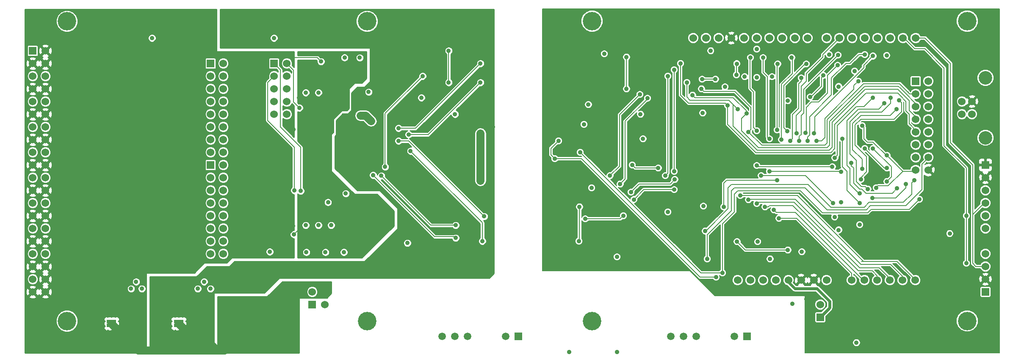
<source format=gbl>
G04 (created by PCBNEW-RS274X (2012-apr-16-27)-stable) date Sat 09 Nov 2013 04:14:01 PM CET*
G01*
G70*
G90*
%MOIN*%
G04 Gerber Fmt 3.4, Leading zero omitted, Abs format*
%FSLAX34Y34*%
G04 APERTURE LIST*
%ADD10C,0.008000*%
%ADD11R,0.059100X0.059100*%
%ADD12C,0.059100*%
%ADD13R,0.060000X0.060000*%
%ADD14C,0.060000*%
%ADD15R,0.031500X0.061800*%
%ADD16R,0.027800X0.031500*%
%ADD17R,0.027600X0.031500*%
%ADD18C,0.106300*%
%ADD19C,0.145700*%
%ADD20C,0.035000*%
%ADD21C,0.064000*%
%ADD22C,0.024000*%
%ADD23C,0.012000*%
%ADD24C,0.006000*%
%ADD25C,0.010000*%
G04 APERTURE END LIST*
G54D10*
G54D11*
X72250Y-45500D03*
G54D12*
X71250Y-45500D03*
X68250Y-45500D03*
X67250Y-45500D03*
X66250Y-45500D03*
G54D13*
X35000Y-24000D03*
G54D14*
X36000Y-24000D03*
X35000Y-25000D03*
X36000Y-25000D03*
X35000Y-26000D03*
X36000Y-26000D03*
X35000Y-27000D03*
X36000Y-27000D03*
X35000Y-28000D03*
X36000Y-28000D03*
X71490Y-41080D03*
X72490Y-41080D03*
X73490Y-41080D03*
X74490Y-41080D03*
X75490Y-41080D03*
X76490Y-41080D03*
X77490Y-41080D03*
X78490Y-41080D03*
X80480Y-41080D03*
X81480Y-41080D03*
X82480Y-41080D03*
X83480Y-41080D03*
X84480Y-41080D03*
X85480Y-41080D03*
X85510Y-30400D03*
X85510Y-31400D03*
X85510Y-32400D03*
X86510Y-32400D03*
X86510Y-31400D03*
X86510Y-30400D03*
X85510Y-22000D03*
X84510Y-22000D03*
X83510Y-22000D03*
X82510Y-22000D03*
X81510Y-22000D03*
X80510Y-22000D03*
X79510Y-22000D03*
X78510Y-22000D03*
X77000Y-22000D03*
X76000Y-22000D03*
X75000Y-22000D03*
X74000Y-22000D03*
X73000Y-22000D03*
X72000Y-22000D03*
X71000Y-22000D03*
X70000Y-22000D03*
X69000Y-22000D03*
X68000Y-22000D03*
G54D15*
X27500Y-44500D03*
G54D16*
X27736Y-44653D03*
G54D17*
X27736Y-44347D03*
X27264Y-44653D03*
X27264Y-44347D03*
G54D15*
X22213Y-44500D03*
G54D16*
X22449Y-44653D03*
G54D17*
X22449Y-44347D03*
X21977Y-44653D03*
X21977Y-44347D03*
G54D13*
X16000Y-23000D03*
G54D14*
X17000Y-23000D03*
X16000Y-28000D03*
X17000Y-24000D03*
X16000Y-29000D03*
X17000Y-25000D03*
X16000Y-30000D03*
X17000Y-26000D03*
X16000Y-31000D03*
X17000Y-27000D03*
X16000Y-32000D03*
X17000Y-28000D03*
X16000Y-33000D03*
X17000Y-29000D03*
X16000Y-34000D03*
X17000Y-30000D03*
X16000Y-35000D03*
X17000Y-31000D03*
X16000Y-36000D03*
X17000Y-32000D03*
X16000Y-37000D03*
X17000Y-33000D03*
X16000Y-38000D03*
X17000Y-34000D03*
X17000Y-35000D03*
X16000Y-39000D03*
X17000Y-36000D03*
X17000Y-38000D03*
X17000Y-39000D03*
X17000Y-40000D03*
X17000Y-41000D03*
X16000Y-40000D03*
X16000Y-41000D03*
X16000Y-24000D03*
X16000Y-25000D03*
X16000Y-26000D03*
X16000Y-27000D03*
X16000Y-42000D03*
X17000Y-42000D03*
X17000Y-37000D03*
G54D13*
X91000Y-42000D03*
G54D14*
X91000Y-41000D03*
X91000Y-40000D03*
X91000Y-39000D03*
G54D13*
X91000Y-32000D03*
G54D14*
X91000Y-33000D03*
X91000Y-34000D03*
X91000Y-35000D03*
X91000Y-36000D03*
X91000Y-37000D03*
G54D11*
X54250Y-45500D03*
G54D12*
X53250Y-45500D03*
X50250Y-45500D03*
X49250Y-45500D03*
X48250Y-45500D03*
G54D13*
X78000Y-44000D03*
G54D14*
X78000Y-43000D03*
G54D13*
X38000Y-43000D03*
G54D14*
X38000Y-42000D03*
X39000Y-43000D03*
X39000Y-42000D03*
X89150Y-27000D03*
X89150Y-28000D03*
X89937Y-28000D03*
X89937Y-27000D03*
G54D18*
X91000Y-25138D03*
X91000Y-29862D03*
G54D13*
X30000Y-32000D03*
G54D14*
X31000Y-32000D03*
X30000Y-33000D03*
X31000Y-33000D03*
X30000Y-34000D03*
X31000Y-34000D03*
X30000Y-35000D03*
X31000Y-35000D03*
X30000Y-36000D03*
X31000Y-36000D03*
X30000Y-37000D03*
X31000Y-37000D03*
X30000Y-38000D03*
X31000Y-38000D03*
X30000Y-39000D03*
X31000Y-39000D03*
G54D13*
X30000Y-24000D03*
G54D14*
X31000Y-24000D03*
X30000Y-25000D03*
X31000Y-25000D03*
X30000Y-26000D03*
X31000Y-26000D03*
X30000Y-27000D03*
X31000Y-27000D03*
X30000Y-28000D03*
X31000Y-28000D03*
X30000Y-29000D03*
X31000Y-29000D03*
X30000Y-30000D03*
X31000Y-30000D03*
X30000Y-31000D03*
X31000Y-31000D03*
G54D13*
X85510Y-25400D03*
G54D14*
X86510Y-25400D03*
X85510Y-26400D03*
X86510Y-26400D03*
X85510Y-27400D03*
X86510Y-27400D03*
X85510Y-28400D03*
X86510Y-28400D03*
X85510Y-29400D03*
X86510Y-29400D03*
G54D19*
X18701Y-20669D03*
X18701Y-44291D03*
X89567Y-20669D03*
X89567Y-44291D03*
X60039Y-44291D03*
X60039Y-20669D03*
X42323Y-44291D03*
X42323Y-20669D03*
G54D20*
X61000Y-23250D03*
X73000Y-22880D03*
X64050Y-29950D03*
X63850Y-28000D03*
X88189Y-37402D03*
X84050Y-33850D03*
X83225Y-23375D03*
X60000Y-33800D03*
X80850Y-46000D03*
X59400Y-28800D03*
X78700Y-23300D03*
X62000Y-39250D03*
X80450Y-31850D03*
X59750Y-27250D03*
X69380Y-23000D03*
X41800Y-28100D03*
X42650Y-28550D03*
X37402Y-37953D03*
X36575Y-37480D03*
X38785Y-27725D03*
X36969Y-26713D03*
X42450Y-26250D03*
X46600Y-26700D03*
X35000Y-22000D03*
X30000Y-41750D03*
X45500Y-38150D03*
X29500Y-41200D03*
X29000Y-41750D03*
X49250Y-28000D03*
X40551Y-23543D03*
X25400Y-22000D03*
X24150Y-41200D03*
X34665Y-38839D03*
X24600Y-41750D03*
X23750Y-41750D03*
X63200Y-32000D03*
X65250Y-32250D03*
X66500Y-24500D03*
X66500Y-32500D03*
X63800Y-26450D03*
X61450Y-32850D03*
X59000Y-38000D03*
X68650Y-26000D03*
X72350Y-29400D03*
X59050Y-35300D03*
X51400Y-38000D03*
X45750Y-30900D03*
X64400Y-26750D03*
X62250Y-33500D03*
X59500Y-36250D03*
X67950Y-26500D03*
X72200Y-27950D03*
X62500Y-36000D03*
X51550Y-36050D03*
X44800Y-30100D03*
X67500Y-25500D03*
X71500Y-27600D03*
X51250Y-25500D03*
X45600Y-29600D03*
X70700Y-27300D03*
X67000Y-24000D03*
X62750Y-26000D03*
X62750Y-23500D03*
X51250Y-24000D03*
X44800Y-29100D03*
X66000Y-25000D03*
X65800Y-32850D03*
X43750Y-32150D03*
X46700Y-25000D03*
X69800Y-40850D03*
X57100Y-31500D03*
X57400Y-30100D03*
X66500Y-33950D03*
X63325Y-34725D03*
X49300Y-37750D03*
X42800Y-32800D03*
X66550Y-33150D03*
X63100Y-34150D03*
X43450Y-32850D03*
X49300Y-36750D03*
X82400Y-33800D03*
X81300Y-28900D03*
X83250Y-31250D03*
X81500Y-30700D03*
X83250Y-32250D03*
X82150Y-30700D03*
X83250Y-33300D03*
X84200Y-26900D03*
X81200Y-33150D03*
X81300Y-32300D03*
X84000Y-27600D03*
X84750Y-33500D03*
X82100Y-34600D03*
X81750Y-33900D03*
X83550Y-26700D03*
X83050Y-27150D03*
X81100Y-34250D03*
X74750Y-36200D03*
X73350Y-32850D03*
X79000Y-35000D03*
X68700Y-25250D03*
X69750Y-25250D03*
X73000Y-35050D03*
X73650Y-35300D03*
X74350Y-35550D03*
X85400Y-33200D03*
X68950Y-37200D03*
X69100Y-39400D03*
X85800Y-34700D03*
X70300Y-40500D03*
X59100Y-31000D03*
X74600Y-29250D03*
X74650Y-24050D03*
X70400Y-35300D03*
X74600Y-33200D03*
X76840Y-29480D03*
X75450Y-38700D03*
X71450Y-38050D03*
X79370Y-24150D03*
X71700Y-34400D03*
X72350Y-34750D03*
X82150Y-26700D03*
X79150Y-31450D03*
X77700Y-30100D03*
X89500Y-36000D03*
X81000Y-25400D03*
X89500Y-39750D03*
X77500Y-29500D03*
X82150Y-23420D03*
X71400Y-24900D03*
X71425Y-24025D03*
X74950Y-30000D03*
X75750Y-23550D03*
X75400Y-29350D03*
X76900Y-24050D03*
X76500Y-25150D03*
X75650Y-30100D03*
X76150Y-29500D03*
X76350Y-30100D03*
X79400Y-23350D03*
X81500Y-23300D03*
X77010Y-30110D03*
X76550Y-38850D03*
X73500Y-23550D03*
X74000Y-29950D03*
X74000Y-32500D03*
X79650Y-32550D03*
X78950Y-32150D03*
X73000Y-29300D03*
X73000Y-32050D03*
X72500Y-23550D03*
X37100Y-34050D03*
X36600Y-34000D03*
X80700Y-24600D03*
X79650Y-34950D03*
X74050Y-39400D03*
X74200Y-25050D03*
X79450Y-25825D03*
X66000Y-35700D03*
X70500Y-25850D03*
X81100Y-36700D03*
X73000Y-25100D03*
X79125Y-36100D03*
X79450Y-37125D03*
X68800Y-35250D03*
X72050Y-25050D03*
X68750Y-27900D03*
X73075Y-38050D03*
X75450Y-26950D03*
X81100Y-35000D03*
X79750Y-29950D03*
X77200Y-26650D03*
X78250Y-24950D03*
X23250Y-27000D03*
X23250Y-33000D03*
X28550Y-40000D03*
X28500Y-25000D03*
X28500Y-36000D03*
X37550Y-38875D03*
X52000Y-39500D03*
X37500Y-36750D03*
X23250Y-36000D03*
X23250Y-31000D03*
X38500Y-36750D03*
X34400Y-23550D03*
X28500Y-29000D03*
X28500Y-32000D03*
X42670Y-26990D03*
X42150Y-33400D03*
X28500Y-38000D03*
X23250Y-37000D03*
X40500Y-38875D03*
X44600Y-31200D03*
X42650Y-27700D03*
X35000Y-21000D03*
X47250Y-38150D03*
X52250Y-29000D03*
X37500Y-21000D03*
X52000Y-35250D03*
X39050Y-38875D03*
X51500Y-22500D03*
X23250Y-29000D03*
X49750Y-33000D03*
X23250Y-28000D03*
X28500Y-30000D03*
X28500Y-37000D03*
X23250Y-26000D03*
X50000Y-27750D03*
X23250Y-34000D03*
X51500Y-28500D03*
X28500Y-31000D03*
X28500Y-34000D03*
X23250Y-30000D03*
X36500Y-36800D03*
X23250Y-25000D03*
X40650Y-34250D03*
X28500Y-27000D03*
X48000Y-26000D03*
X28000Y-21000D03*
X28500Y-24000D03*
X28500Y-35000D03*
X32050Y-44250D03*
X23250Y-32000D03*
X28500Y-39000D03*
X41700Y-26300D03*
X23250Y-38000D03*
X23250Y-35000D03*
X39252Y-34941D03*
X28500Y-28000D03*
X39500Y-36750D03*
X28500Y-26000D03*
X25400Y-21000D03*
X23250Y-24000D03*
X23250Y-39000D03*
X38500Y-26300D03*
X36550Y-29200D03*
X41750Y-23550D03*
X28500Y-33000D03*
X37500Y-26300D03*
X38700Y-23850D03*
X23250Y-40000D03*
X75200Y-39750D03*
X70750Y-23400D03*
X68900Y-36150D03*
X77400Y-25850D03*
X66750Y-36600D03*
X68500Y-29350D03*
X66850Y-28350D03*
X88100Y-39700D03*
X72850Y-39750D03*
X57000Y-38500D03*
X81100Y-29900D03*
X71175Y-25675D03*
X80950Y-23900D03*
X77350Y-42280D03*
X72825Y-25800D03*
X66700Y-35600D03*
X56950Y-23000D03*
X85050Y-35900D03*
X57000Y-35500D03*
X75800Y-42950D03*
X87250Y-42500D03*
X78250Y-26200D03*
X77450Y-23450D03*
X75950Y-27450D03*
X77800Y-45350D03*
X72025Y-25675D03*
X74250Y-23500D03*
X75800Y-25550D03*
X63900Y-28700D03*
X74250Y-25800D03*
X64100Y-31000D03*
X66850Y-27250D03*
X56900Y-26000D03*
X80330Y-23370D03*
X83250Y-32750D03*
X56800Y-29500D03*
X76900Y-42560D03*
X84250Y-45750D03*
X66850Y-30150D03*
X81800Y-29850D03*
X86100Y-23550D03*
X56900Y-33400D03*
X71750Y-23350D03*
X57700Y-29300D03*
X81350Y-36100D03*
X82500Y-35850D03*
X73150Y-27800D03*
X51250Y-29500D03*
X51250Y-33250D03*
X48750Y-23000D03*
X48750Y-25500D03*
X37000Y-27500D03*
X62000Y-46750D03*
X58250Y-46750D03*
G54D10*
X83675Y-34225D02*
X84050Y-33850D01*
X81100Y-33900D02*
X81275Y-33900D01*
X80625Y-32250D02*
X80625Y-33425D01*
X80625Y-33425D02*
X81100Y-33900D01*
X80450Y-31850D02*
X80450Y-32075D01*
X80450Y-32075D02*
X80625Y-32250D01*
X81600Y-34225D02*
X83675Y-34225D01*
X81275Y-33900D02*
X81600Y-34225D01*
G54D21*
X41800Y-28100D02*
X42200Y-28100D01*
X42200Y-28100D02*
X42650Y-28550D01*
G54D22*
X78750Y-42750D02*
X78750Y-43250D01*
X77750Y-41750D02*
X78750Y-42750D01*
X75490Y-41080D02*
X75490Y-41240D01*
X78750Y-43250D02*
X78000Y-44000D01*
X76000Y-41750D02*
X77750Y-41750D01*
X75490Y-41240D02*
X76000Y-41750D01*
G54D10*
X38785Y-35940D02*
X37402Y-37323D01*
X37067Y-36988D02*
X36575Y-37480D01*
X37402Y-37323D02*
X37402Y-37953D01*
X36969Y-26713D02*
X37598Y-27342D01*
X37598Y-35650D02*
X37067Y-36181D01*
X37598Y-27342D02*
X37598Y-35650D01*
X37067Y-36181D02*
X37067Y-36988D01*
X38785Y-27725D02*
X38785Y-35940D01*
X63450Y-32250D02*
X63200Y-32000D01*
X65250Y-32250D02*
X63450Y-32250D01*
X66500Y-24500D02*
X66500Y-32500D01*
X85510Y-26400D02*
X85050Y-26400D01*
X71268Y-26200D02*
X72550Y-27482D01*
X62200Y-32100D02*
X62200Y-28050D01*
X84250Y-25600D02*
X81400Y-25600D01*
X72350Y-29400D02*
X73400Y-30450D01*
X72550Y-27482D02*
X72550Y-29200D01*
X78550Y-28450D02*
X78550Y-30268D01*
X68650Y-26000D02*
X68850Y-26200D01*
X62200Y-28050D02*
X63800Y-26450D01*
X81400Y-25600D02*
X78550Y-28450D01*
X61450Y-32850D02*
X62200Y-32100D01*
X84250Y-25600D02*
X85050Y-26400D01*
X73400Y-30450D02*
X73500Y-30450D01*
X78550Y-30268D02*
X78368Y-30450D01*
X85050Y-26400D02*
X84900Y-26250D01*
X72550Y-29200D02*
X72350Y-29400D01*
X59050Y-37950D02*
X59050Y-35300D01*
X73500Y-30450D02*
X76500Y-30450D01*
X59000Y-38000D02*
X59050Y-37950D01*
X71200Y-26200D02*
X71268Y-26200D01*
X68850Y-26200D02*
X71200Y-26200D01*
X78368Y-30450D02*
X76500Y-30450D01*
X51400Y-38000D02*
X51400Y-36550D01*
X45750Y-30900D02*
X51400Y-36550D01*
X62250Y-33500D02*
X62650Y-33100D01*
X76600Y-30650D02*
X73150Y-30650D01*
X67950Y-26500D02*
X68150Y-26700D01*
X62650Y-28550D02*
X64400Y-26800D01*
X62500Y-36000D02*
X62250Y-36250D01*
X78800Y-28500D02*
X78750Y-28550D01*
X71800Y-29300D02*
X71800Y-28350D01*
X84700Y-26350D02*
X84300Y-25950D01*
X71800Y-28350D02*
X72200Y-27950D01*
X85510Y-27160D02*
X84700Y-26350D01*
X78750Y-30450D02*
X78550Y-30650D01*
X62650Y-33100D02*
X62650Y-28550D01*
X78750Y-28550D02*
X78750Y-30450D01*
X81500Y-25800D02*
X84150Y-25800D01*
X84300Y-25950D02*
X84150Y-25800D01*
X72200Y-27750D02*
X72200Y-27950D01*
X64400Y-26800D02*
X64400Y-26750D01*
X85510Y-27400D02*
X85510Y-27160D01*
X81500Y-25800D02*
X78800Y-28500D01*
X62250Y-36250D02*
X59500Y-36250D01*
X68150Y-26700D02*
X68750Y-26700D01*
X78550Y-30650D02*
X76600Y-30650D01*
X68750Y-26700D02*
X71150Y-26700D01*
X73150Y-30650D02*
X71800Y-29300D01*
X68750Y-26700D02*
X68700Y-26700D01*
X71150Y-26700D02*
X72200Y-27750D01*
X51550Y-36050D02*
X45600Y-30100D01*
X45600Y-30100D02*
X44800Y-30100D01*
X78950Y-30600D02*
X78950Y-28650D01*
X84100Y-26050D02*
X81550Y-26050D01*
X71150Y-27300D02*
X71150Y-28950D01*
X78700Y-30850D02*
X78950Y-30600D01*
X68450Y-26900D02*
X67750Y-26900D01*
X78950Y-28650D02*
X81550Y-26050D01*
X67750Y-26900D02*
X67500Y-26650D01*
X71150Y-27250D02*
X70800Y-26900D01*
X85510Y-28210D02*
X85000Y-27700D01*
X70800Y-26900D02*
X68750Y-26900D01*
X73050Y-30850D02*
X71150Y-28950D01*
X76750Y-30850D02*
X78700Y-30850D01*
X68450Y-26900D02*
X68750Y-26900D01*
X85000Y-26950D02*
X84500Y-26450D01*
X76750Y-30850D02*
X73050Y-30850D01*
X71150Y-27250D02*
X71500Y-27600D01*
X68400Y-26900D02*
X68450Y-26900D01*
X68750Y-26900D02*
X68700Y-26900D01*
X67500Y-26650D02*
X67500Y-25500D01*
X85510Y-28210D02*
X85510Y-28400D01*
X84500Y-26450D02*
X84100Y-26050D01*
X71150Y-27300D02*
X71150Y-27250D01*
X85000Y-27700D02*
X85000Y-26950D01*
X45600Y-29600D02*
X47150Y-29600D01*
X51250Y-25500D02*
X47150Y-29600D01*
X67000Y-24000D02*
X67000Y-26500D01*
X84100Y-26350D02*
X81600Y-26350D01*
X70700Y-27300D02*
X70550Y-27150D01*
X72950Y-31050D02*
X70700Y-28800D01*
X79150Y-30718D02*
X79150Y-28800D01*
X79150Y-28800D02*
X81600Y-26350D01*
X70700Y-27300D02*
X70700Y-28800D01*
X76900Y-31050D02*
X78818Y-31050D01*
X84300Y-26550D02*
X84100Y-26350D01*
X70550Y-27150D02*
X68700Y-27150D01*
X85510Y-29260D02*
X85000Y-28750D01*
X62750Y-26000D02*
X62750Y-23500D01*
X85000Y-28750D02*
X85000Y-28000D01*
X67650Y-27150D02*
X67000Y-26500D01*
X85510Y-29260D02*
X85510Y-29400D01*
X76900Y-31050D02*
X72950Y-31050D01*
X84750Y-27750D02*
X84750Y-27000D01*
X85000Y-28000D02*
X84750Y-27750D01*
X84750Y-27000D02*
X84300Y-26550D01*
X68700Y-27150D02*
X67650Y-27150D01*
X78818Y-31050D02*
X79150Y-30718D01*
X46150Y-29100D02*
X44800Y-29100D01*
X51250Y-24000D02*
X46150Y-29100D01*
X66000Y-32650D02*
X66000Y-25000D01*
X65800Y-32850D02*
X66000Y-32650D01*
X46700Y-25000D02*
X43750Y-27950D01*
X43750Y-27950D02*
X43750Y-32150D01*
X68550Y-40850D02*
X69800Y-40850D01*
X66850Y-39150D02*
X68550Y-40850D01*
X57100Y-31500D02*
X56800Y-31200D01*
X57100Y-31500D02*
X59200Y-31500D01*
X56800Y-30700D02*
X57400Y-30100D01*
X56800Y-31200D02*
X56800Y-30700D01*
X59200Y-31500D02*
X66850Y-39150D01*
X64100Y-33950D02*
X66500Y-33950D01*
X63325Y-34725D02*
X64100Y-33950D01*
X47650Y-37650D02*
X42800Y-32800D01*
X49300Y-37750D02*
X49200Y-37650D01*
X49200Y-37650D02*
X47650Y-37650D01*
X66550Y-33150D02*
X66200Y-33500D01*
X63100Y-34150D02*
X63750Y-33500D01*
X63750Y-33500D02*
X66200Y-33500D01*
X47350Y-36750D02*
X49300Y-36750D01*
X43450Y-32850D02*
X47350Y-36750D01*
X81450Y-29800D02*
X81450Y-29050D01*
X82150Y-30200D02*
X81700Y-30200D01*
X84500Y-32500D02*
X83350Y-33650D01*
X85410Y-32500D02*
X85510Y-32400D01*
X83250Y-31250D02*
X84500Y-32500D01*
X82400Y-33800D02*
X82550Y-33650D01*
X83250Y-31250D02*
X83200Y-31250D01*
X81700Y-30200D02*
X81450Y-29950D01*
X84500Y-32500D02*
X85410Y-32500D01*
X81450Y-29950D02*
X81450Y-29800D01*
X82550Y-33650D02*
X83350Y-33650D01*
X81300Y-28900D02*
X81450Y-29050D01*
X83200Y-31250D02*
X82150Y-30200D01*
X83100Y-32250D02*
X83250Y-32250D01*
X81500Y-30700D02*
X83050Y-32250D01*
X83100Y-32250D02*
X83250Y-32250D01*
X83050Y-32250D02*
X83250Y-32250D01*
X82150Y-30700D02*
X83600Y-32150D01*
X83600Y-32950D02*
X83250Y-33300D01*
X83600Y-32150D02*
X83600Y-32950D01*
X84400Y-27800D02*
X83800Y-28400D01*
X81200Y-33000D02*
X81200Y-33150D01*
X81650Y-31350D02*
X81650Y-32550D01*
X81200Y-28400D02*
X80750Y-28850D01*
X80750Y-28850D02*
X80750Y-30450D01*
X83800Y-28400D02*
X81200Y-28400D01*
X84200Y-26900D02*
X84400Y-27100D01*
X84400Y-27100D02*
X84400Y-27800D01*
X80750Y-30450D02*
X81650Y-31350D01*
X81650Y-32550D02*
X81200Y-33000D01*
X81200Y-28100D02*
X80550Y-28750D01*
X80550Y-30800D02*
X81300Y-31550D01*
X84000Y-27600D02*
X83500Y-28100D01*
X81300Y-31550D02*
X81300Y-32300D01*
X80550Y-30800D02*
X80550Y-28750D01*
X83500Y-28100D02*
X81200Y-28100D01*
X82100Y-34600D02*
X83950Y-34600D01*
X83950Y-34600D02*
X84750Y-33800D01*
X84750Y-33800D02*
X84750Y-33500D01*
X81250Y-33700D02*
X80850Y-33300D01*
X80350Y-31150D02*
X80850Y-31650D01*
X80850Y-33300D02*
X80850Y-33250D01*
X82850Y-27850D02*
X83550Y-27150D01*
X80850Y-31650D02*
X80850Y-33250D01*
X80350Y-28600D02*
X80350Y-31150D01*
X81550Y-33700D02*
X81250Y-33700D01*
X81100Y-27850D02*
X82850Y-27850D01*
X81100Y-27850D02*
X80350Y-28600D01*
X81750Y-33900D02*
X81550Y-33700D01*
X83550Y-27150D02*
X83550Y-26700D01*
X80325Y-32275D02*
X80100Y-32050D01*
X82600Y-27600D02*
X81000Y-27600D01*
X80100Y-28500D02*
X80100Y-32050D01*
X81100Y-34250D02*
X81050Y-34250D01*
X83050Y-27150D02*
X82600Y-27600D01*
X80325Y-33525D02*
X80325Y-32275D01*
X81000Y-27600D02*
X80100Y-28500D01*
X81050Y-34250D02*
X80325Y-33525D01*
X80480Y-40530D02*
X80480Y-41080D01*
X74750Y-36200D02*
X76150Y-36200D01*
X76150Y-36200D02*
X80480Y-40530D01*
X76850Y-32850D02*
X79000Y-35000D01*
X73350Y-32850D02*
X76850Y-32850D01*
X69750Y-25250D02*
X68700Y-25250D01*
X73100Y-34950D02*
X75950Y-34950D01*
X83480Y-40930D02*
X83480Y-41080D01*
X82650Y-40100D02*
X81100Y-40100D01*
X75950Y-34950D02*
X77000Y-36000D01*
X73000Y-35050D02*
X73100Y-34950D01*
X77000Y-36000D02*
X81100Y-40100D01*
X77000Y-36000D02*
X77000Y-36000D01*
X83480Y-40930D02*
X82650Y-40100D01*
X76800Y-36150D02*
X81000Y-40350D01*
X82480Y-40730D02*
X82100Y-40350D01*
X75850Y-35200D02*
X76800Y-36150D01*
X73650Y-35300D02*
X73900Y-35300D01*
X82100Y-40350D02*
X81000Y-40350D01*
X73900Y-35300D02*
X74000Y-35200D01*
X74000Y-35200D02*
X75850Y-35200D01*
X82480Y-41080D02*
X82480Y-40730D01*
X76050Y-35750D02*
X81380Y-41080D01*
X74550Y-35750D02*
X76050Y-35750D01*
X81480Y-41080D02*
X81430Y-41080D01*
X81380Y-41080D02*
X81480Y-41080D01*
X81480Y-41080D02*
X81380Y-41080D01*
X74350Y-35550D02*
X74550Y-35750D01*
X69000Y-37200D02*
X70750Y-35450D01*
X84550Y-34950D02*
X81850Y-34950D01*
X68950Y-37200D02*
X69000Y-37200D01*
X85200Y-34300D02*
X84550Y-34950D01*
X78600Y-35100D02*
X78825Y-35325D01*
X77050Y-33550D02*
X78600Y-35100D01*
X78825Y-35325D02*
X81475Y-35325D01*
X71000Y-33550D02*
X77050Y-33550D01*
X85400Y-33200D02*
X85200Y-33400D01*
X81850Y-34950D02*
X81475Y-35325D01*
X70750Y-33800D02*
X71000Y-33550D01*
X85200Y-33400D02*
X85200Y-34300D01*
X70750Y-35450D02*
X70750Y-33800D01*
X71000Y-34050D02*
X71250Y-33800D01*
X81625Y-35525D02*
X81950Y-35200D01*
X86000Y-33950D02*
X84750Y-35200D01*
X84750Y-35200D02*
X81950Y-35200D01*
X76800Y-33800D02*
X78300Y-35300D01*
X86510Y-31440D02*
X86000Y-31950D01*
X71000Y-35600D02*
X71000Y-34050D01*
X71250Y-33800D02*
X76800Y-33800D01*
X69100Y-37500D02*
X69100Y-39400D01*
X71000Y-35600D02*
X69100Y-37500D01*
X86000Y-31950D02*
X86000Y-33950D01*
X78525Y-35525D02*
X81625Y-35525D01*
X86510Y-31400D02*
X86510Y-31440D01*
X78300Y-35300D02*
X78300Y-35300D01*
X78525Y-35525D02*
X78300Y-35300D01*
X71050Y-35900D02*
X70300Y-36650D01*
X71050Y-35900D02*
X71250Y-35700D01*
X71250Y-35700D02*
X71250Y-34300D01*
X85000Y-35500D02*
X82000Y-35500D01*
X71250Y-34300D02*
X71500Y-34050D01*
X76450Y-34050D02*
X78000Y-35600D01*
X70300Y-36650D02*
X70300Y-40500D01*
X78175Y-35775D02*
X81725Y-35775D01*
X78000Y-35600D02*
X78175Y-35775D01*
X68600Y-40500D02*
X70300Y-40500D01*
X78000Y-35600D02*
X78000Y-35600D01*
X82000Y-35500D02*
X81725Y-35775D01*
X85800Y-34700D02*
X85000Y-35500D01*
X59100Y-31000D02*
X68600Y-40500D01*
X71500Y-34050D02*
X76450Y-34050D01*
X74600Y-24100D02*
X74600Y-29250D01*
X74600Y-33200D02*
X70650Y-33200D01*
X70400Y-33450D02*
X70400Y-35300D01*
X70650Y-33200D02*
X70400Y-33450D01*
X74650Y-24050D02*
X74600Y-24100D01*
X79370Y-24150D02*
X78580Y-24940D01*
X78580Y-24940D02*
X78580Y-26350D01*
X77310Y-27050D02*
X76890Y-27470D01*
X76890Y-29430D02*
X76840Y-29480D01*
X72100Y-38700D02*
X75450Y-38700D01*
X78580Y-26350D02*
X77880Y-27050D01*
X71450Y-38050D02*
X72100Y-38700D01*
X76890Y-27470D02*
X76890Y-29430D01*
X77880Y-27050D02*
X77310Y-27050D01*
X77550Y-35750D02*
X77550Y-35750D01*
X76200Y-34400D02*
X71700Y-34400D01*
X85480Y-41030D02*
X84050Y-39600D01*
X77550Y-35750D02*
X76200Y-34400D01*
X85480Y-41030D02*
X85480Y-41080D01*
X79250Y-37450D02*
X77550Y-35750D01*
X81400Y-39600D02*
X81250Y-39600D01*
X81400Y-39600D02*
X79250Y-37450D01*
X84050Y-39600D02*
X81400Y-39600D01*
X77250Y-35900D02*
X81200Y-39850D01*
X72350Y-34750D02*
X72400Y-34700D01*
X76050Y-34700D02*
X77250Y-35900D01*
X84480Y-40780D02*
X84480Y-41080D01*
X77250Y-35900D02*
X77250Y-35900D01*
X83550Y-39850D02*
X81200Y-39850D01*
X84480Y-40780D02*
X83550Y-39850D01*
X72400Y-34700D02*
X76050Y-34700D01*
X88250Y-24000D02*
X86250Y-22000D01*
X90000Y-36050D02*
X90000Y-35900D01*
X90000Y-35050D02*
X90000Y-35000D01*
X79150Y-31450D02*
X79350Y-31250D01*
X90000Y-33250D02*
X90000Y-33200D01*
X90000Y-39750D02*
X90000Y-36050D01*
X90000Y-35900D02*
X90000Y-35050D01*
X91000Y-35000D02*
X90900Y-35000D01*
X90900Y-35000D02*
X90000Y-35900D01*
X79350Y-31250D02*
X79350Y-28900D01*
X91000Y-40000D02*
X90250Y-40000D01*
X80850Y-27400D02*
X81450Y-27400D01*
X86250Y-22000D02*
X85510Y-22000D01*
X90000Y-33200D02*
X90000Y-32000D01*
X79350Y-28900D02*
X80850Y-27400D01*
X88250Y-30250D02*
X88250Y-24000D01*
X90000Y-32000D02*
X88250Y-30250D01*
X90000Y-33200D02*
X90000Y-35050D01*
X81450Y-27400D02*
X82150Y-26700D01*
X90250Y-40000D02*
X90000Y-39750D01*
X78368Y-29832D02*
X78368Y-28332D01*
X84510Y-22000D02*
X84598Y-22000D01*
X84598Y-22000D02*
X85433Y-22835D01*
X86221Y-22835D02*
X87750Y-24364D01*
X81000Y-25400D02*
X80650Y-25750D01*
X89500Y-32250D02*
X89500Y-36000D01*
X89500Y-36000D02*
X89500Y-36100D01*
X78368Y-28332D02*
X80650Y-26050D01*
X80650Y-25750D02*
X80650Y-25950D01*
X87750Y-24364D02*
X87750Y-30500D01*
X80650Y-26050D02*
X80650Y-26000D01*
X85433Y-22835D02*
X86221Y-22835D01*
X78100Y-30100D02*
X78368Y-29832D01*
X77700Y-30100D02*
X78100Y-30100D01*
X89500Y-36100D02*
X89500Y-39750D01*
X80650Y-25950D02*
X80650Y-26000D01*
X87750Y-30500D02*
X89500Y-32250D01*
X81420Y-24350D02*
X77570Y-28200D01*
X82150Y-23420D02*
X81420Y-24150D01*
X77570Y-29430D02*
X77500Y-29500D01*
X81420Y-24150D02*
X81420Y-24350D01*
X77570Y-28200D02*
X77570Y-29430D01*
X71400Y-24900D02*
X71400Y-24050D01*
X71400Y-24050D02*
X71425Y-24025D01*
X74950Y-29300D02*
X74950Y-30000D01*
X74950Y-29300D02*
X74950Y-29300D01*
X75800Y-24800D02*
X74950Y-25650D01*
X74950Y-29300D02*
X74950Y-25650D01*
X75800Y-23600D02*
X75800Y-24800D01*
X75750Y-23550D02*
X75800Y-23600D01*
X75400Y-29350D02*
X75332Y-29282D01*
X76808Y-24050D02*
X75132Y-25726D01*
X75132Y-29082D02*
X75400Y-29350D01*
X76900Y-24050D02*
X76808Y-24050D01*
X75132Y-25726D02*
X75132Y-29082D01*
X75800Y-29350D02*
X75800Y-29850D01*
X75800Y-28050D02*
X75800Y-29050D01*
X75800Y-28050D02*
X76300Y-27550D01*
X76300Y-27550D02*
X76300Y-25600D01*
X76300Y-25600D02*
X76500Y-25400D01*
X76500Y-25400D02*
X76500Y-25150D01*
X75800Y-29850D02*
X75800Y-29950D01*
X75650Y-30100D02*
X75800Y-29950D01*
X75800Y-29050D02*
X75800Y-29350D01*
X76500Y-27700D02*
X76100Y-28100D01*
X76900Y-24800D02*
X76900Y-25400D01*
X78200Y-23500D02*
X76900Y-24800D01*
X76100Y-28100D02*
X76100Y-28800D01*
X76900Y-25400D02*
X76500Y-25800D01*
X78200Y-23500D02*
X78200Y-23310D01*
X76100Y-29450D02*
X76100Y-28800D01*
X76500Y-25800D02*
X76500Y-27700D01*
X76150Y-29500D02*
X76100Y-29450D01*
X78200Y-23310D02*
X79510Y-22000D01*
X76700Y-27900D02*
X76700Y-26050D01*
X76700Y-26050D02*
X79400Y-23350D01*
X76350Y-30100D02*
X76350Y-29750D01*
X76350Y-29750D02*
X76500Y-29600D01*
X76500Y-29600D02*
X76500Y-28100D01*
X76500Y-28100D02*
X76700Y-27900D01*
X77000Y-29800D02*
X77160Y-29640D01*
X81050Y-23300D02*
X81500Y-23300D01*
X80340Y-24000D02*
X80350Y-24000D01*
X80350Y-24000D02*
X81050Y-23300D01*
X77000Y-30100D02*
X77000Y-29800D01*
X77010Y-30110D02*
X77000Y-30100D01*
X77160Y-28200D02*
X78880Y-26480D01*
X77160Y-29640D02*
X77160Y-28200D01*
X80020Y-24000D02*
X80340Y-24000D01*
X78880Y-26480D02*
X78880Y-25140D01*
X78880Y-25140D02*
X80020Y-24000D01*
X79650Y-32550D02*
X79600Y-32500D01*
X79250Y-32500D02*
X74000Y-32500D01*
X79600Y-32500D02*
X79250Y-32500D01*
X73900Y-29850D02*
X74000Y-29950D01*
X73850Y-29800D02*
X74000Y-29950D01*
X73500Y-24700D02*
X73500Y-23550D01*
X73850Y-25050D02*
X73850Y-29800D01*
X73850Y-25050D02*
X73500Y-24700D01*
X72475Y-25975D02*
X72475Y-25650D01*
X78950Y-32150D02*
X73100Y-32150D01*
X73100Y-32150D02*
X73000Y-32050D01*
X73000Y-29300D02*
X72750Y-29050D01*
X72475Y-25650D02*
X72475Y-23575D01*
X72475Y-25650D02*
X72475Y-25625D01*
X72750Y-29050D02*
X72750Y-26250D01*
X72750Y-26250D02*
X72475Y-25975D01*
X72475Y-23575D02*
X72500Y-23550D01*
X37100Y-34050D02*
X37100Y-30600D01*
X35500Y-24500D02*
X35000Y-24000D01*
X37100Y-30600D02*
X35500Y-29000D01*
X35500Y-29000D02*
X35500Y-24500D01*
X36600Y-30600D02*
X34500Y-28500D01*
X34500Y-25500D02*
X35000Y-25000D01*
X36600Y-34000D02*
X36600Y-30600D01*
X34500Y-28500D02*
X34500Y-25500D01*
X80100Y-34000D02*
X81100Y-35000D01*
X79750Y-29950D02*
X79750Y-32150D01*
X80100Y-32500D02*
X80100Y-34000D01*
X79750Y-32150D02*
X80100Y-32500D01*
X77200Y-26650D02*
X77270Y-26650D01*
X78100Y-25100D02*
X78100Y-25820D01*
X77270Y-26650D02*
X78100Y-25820D01*
X78250Y-24950D02*
X78100Y-25100D01*
X37550Y-38875D02*
X37550Y-38900D01*
G54D21*
X31100Y-46600D02*
X24313Y-46600D01*
X24313Y-46600D02*
X22213Y-44500D01*
X30500Y-46600D02*
X31100Y-46600D01*
X28350Y-45350D02*
X29250Y-45350D01*
G54D10*
X40500Y-38875D02*
X40500Y-38900D01*
G54D21*
X27500Y-44500D02*
X28350Y-45350D01*
G54D10*
X39050Y-38875D02*
X39050Y-38900D01*
G54D21*
X29250Y-45350D02*
X30500Y-46600D01*
G54D23*
X52000Y-35250D02*
X52000Y-39500D01*
G54D10*
X38400Y-23550D02*
X34400Y-23550D01*
X38700Y-23850D02*
X38400Y-23550D01*
G54D21*
X31100Y-46600D02*
X32050Y-45650D01*
X32050Y-45650D02*
X32050Y-44250D01*
G54D10*
X66850Y-28350D02*
X66850Y-28300D01*
X56950Y-25950D02*
X56950Y-23000D01*
X56900Y-26000D02*
X56950Y-25950D01*
X57000Y-38500D02*
X57000Y-35500D01*
X51250Y-29500D02*
X51250Y-29750D01*
G54D21*
X51250Y-29500D02*
X51250Y-33250D01*
G54D10*
X48750Y-25500D02*
X48750Y-23000D01*
X37000Y-27500D02*
X36550Y-27050D01*
X36550Y-24550D02*
X36000Y-24000D01*
X36550Y-27050D02*
X36550Y-24550D01*
G36*
X77940Y-25050D02*
X77930Y-25100D01*
X77930Y-25749D01*
X77312Y-26367D01*
X77261Y-26346D01*
X77140Y-26346D01*
X77028Y-26392D01*
X76943Y-26477D01*
X76896Y-26589D01*
X76896Y-26710D01*
X76942Y-26822D01*
X77027Y-26907D01*
X77139Y-26954D01*
X77165Y-26954D01*
X76870Y-27249D01*
X76870Y-26120D01*
X77940Y-25050D01*
X77940Y-25050D01*
G37*
G54D24*
X77940Y-25050D02*
X77930Y-25100D01*
X77930Y-25749D01*
X77312Y-26367D01*
X77261Y-26346D01*
X77140Y-26346D01*
X77028Y-26392D01*
X76943Y-26477D01*
X76896Y-26589D01*
X76896Y-26710D01*
X76942Y-26822D01*
X77027Y-26907D01*
X77139Y-26954D01*
X77165Y-26954D01*
X76870Y-27249D01*
X76870Y-26120D01*
X77940Y-25050D01*
G54D10*
G36*
X78410Y-26279D02*
X77809Y-26880D01*
X77400Y-26880D01*
X77457Y-26823D01*
X77504Y-26711D01*
X77504Y-26656D01*
X78220Y-25941D01*
X78220Y-25940D01*
X78244Y-25904D01*
X78256Y-25886D01*
X78257Y-25885D01*
X78269Y-25821D01*
X78270Y-25820D01*
X78270Y-25254D01*
X78310Y-25254D01*
X78410Y-25212D01*
X78410Y-26279D01*
X78410Y-26279D01*
G37*
G54D24*
X78410Y-26279D02*
X77809Y-26880D01*
X77400Y-26880D01*
X77457Y-26823D01*
X77504Y-26711D01*
X77504Y-26656D01*
X78220Y-25941D01*
X78220Y-25940D01*
X78244Y-25904D01*
X78256Y-25886D01*
X78257Y-25885D01*
X78269Y-25821D01*
X78270Y-25820D01*
X78270Y-25254D01*
X78310Y-25254D01*
X78410Y-25212D01*
X78410Y-26279D01*
G54D10*
G36*
X82105Y-30396D02*
X82090Y-30396D01*
X81978Y-30442D01*
X81893Y-30527D01*
X81846Y-30639D01*
X81846Y-30760D01*
X81878Y-30838D01*
X81803Y-30763D01*
X81804Y-30761D01*
X81804Y-30640D01*
X81758Y-30528D01*
X81673Y-30443D01*
X81561Y-30396D01*
X81440Y-30396D01*
X81328Y-30442D01*
X81243Y-30527D01*
X81196Y-30639D01*
X81196Y-30655D01*
X80920Y-30379D01*
X80920Y-28920D01*
X80996Y-28844D01*
X80996Y-28960D01*
X81042Y-29072D01*
X81127Y-29157D01*
X81239Y-29204D01*
X81280Y-29204D01*
X81280Y-29800D01*
X81280Y-29950D01*
X81293Y-30015D01*
X81330Y-30070D01*
X81579Y-30320D01*
X81580Y-30320D01*
X81635Y-30357D01*
X81700Y-30370D01*
X82079Y-30370D01*
X82105Y-30396D01*
X82105Y-30396D01*
G37*
G54D24*
X82105Y-30396D02*
X82090Y-30396D01*
X81978Y-30442D01*
X81893Y-30527D01*
X81846Y-30639D01*
X81846Y-30760D01*
X81878Y-30838D01*
X81803Y-30763D01*
X81804Y-30761D01*
X81804Y-30640D01*
X81758Y-30528D01*
X81673Y-30443D01*
X81561Y-30396D01*
X81440Y-30396D01*
X81328Y-30442D01*
X81243Y-30527D01*
X81196Y-30639D01*
X81196Y-30655D01*
X80920Y-30379D01*
X80920Y-28920D01*
X80996Y-28844D01*
X80996Y-28960D01*
X81042Y-29072D01*
X81127Y-29157D01*
X81239Y-29204D01*
X81280Y-29204D01*
X81280Y-29800D01*
X81280Y-29950D01*
X81293Y-30015D01*
X81330Y-30070D01*
X81579Y-30320D01*
X81580Y-30320D01*
X81635Y-30357D01*
X81700Y-30370D01*
X82079Y-30370D01*
X82105Y-30396D01*
G54D10*
G36*
X83430Y-32879D02*
X83312Y-32996D01*
X83311Y-32996D01*
X83190Y-32996D01*
X83078Y-33042D01*
X82993Y-33127D01*
X82946Y-33239D01*
X82946Y-33360D01*
X82992Y-33472D01*
X83000Y-33480D01*
X82550Y-33480D01*
X82485Y-33493D01*
X82473Y-33501D01*
X82461Y-33496D01*
X82340Y-33496D01*
X82228Y-33542D01*
X82143Y-33627D01*
X82096Y-33739D01*
X82096Y-33860D01*
X82142Y-33972D01*
X82225Y-34055D01*
X82014Y-34055D01*
X82054Y-33961D01*
X82054Y-33840D01*
X82008Y-33728D01*
X81923Y-33643D01*
X81811Y-33596D01*
X81690Y-33596D01*
X81687Y-33597D01*
X81670Y-33580D01*
X81615Y-33543D01*
X81550Y-33530D01*
X81320Y-33530D01*
X81244Y-33454D01*
X81260Y-33454D01*
X81372Y-33408D01*
X81457Y-33323D01*
X81504Y-33211D01*
X81504Y-33090D01*
X81459Y-32980D01*
X81770Y-32670D01*
X81807Y-32615D01*
X81819Y-32550D01*
X81820Y-32550D01*
X81820Y-31350D01*
X81819Y-31349D01*
X81807Y-31285D01*
X81806Y-31284D01*
X81794Y-31266D01*
X81770Y-31230D01*
X81770Y-31229D01*
X81544Y-31004D01*
X81560Y-31004D01*
X81562Y-31002D01*
X82930Y-32370D01*
X82985Y-32407D01*
X82992Y-32422D01*
X83077Y-32507D01*
X83189Y-32554D01*
X83310Y-32554D01*
X83422Y-32508D01*
X83430Y-32500D01*
X83430Y-32879D01*
X83430Y-32879D01*
G37*
G54D24*
X83430Y-32879D02*
X83312Y-32996D01*
X83311Y-32996D01*
X83190Y-32996D01*
X83078Y-33042D01*
X82993Y-33127D01*
X82946Y-33239D01*
X82946Y-33360D01*
X82992Y-33472D01*
X83000Y-33480D01*
X82550Y-33480D01*
X82485Y-33493D01*
X82473Y-33501D01*
X82461Y-33496D01*
X82340Y-33496D01*
X82228Y-33542D01*
X82143Y-33627D01*
X82096Y-33739D01*
X82096Y-33860D01*
X82142Y-33972D01*
X82225Y-34055D01*
X82014Y-34055D01*
X82054Y-33961D01*
X82054Y-33840D01*
X82008Y-33728D01*
X81923Y-33643D01*
X81811Y-33596D01*
X81690Y-33596D01*
X81687Y-33597D01*
X81670Y-33580D01*
X81615Y-33543D01*
X81550Y-33530D01*
X81320Y-33530D01*
X81244Y-33454D01*
X81260Y-33454D01*
X81372Y-33408D01*
X81457Y-33323D01*
X81504Y-33211D01*
X81504Y-33090D01*
X81459Y-32980D01*
X81770Y-32670D01*
X81807Y-32615D01*
X81819Y-32550D01*
X81820Y-32550D01*
X81820Y-31350D01*
X81819Y-31349D01*
X81807Y-31285D01*
X81806Y-31284D01*
X81794Y-31266D01*
X81770Y-31230D01*
X81770Y-31229D01*
X81544Y-31004D01*
X81560Y-31004D01*
X81562Y-31002D01*
X82930Y-32370D01*
X82985Y-32407D01*
X82992Y-32422D01*
X83077Y-32507D01*
X83189Y-32554D01*
X83310Y-32554D01*
X83422Y-32508D01*
X83430Y-32500D01*
X83430Y-32879D01*
G54D10*
G36*
X92096Y-46820D02*
X91660Y-46820D01*
X91660Y-29994D01*
X91660Y-29731D01*
X91660Y-25270D01*
X91660Y-25007D01*
X91560Y-24764D01*
X91374Y-24579D01*
X91132Y-24478D01*
X90869Y-24478D01*
X90626Y-24578D01*
X90441Y-24764D01*
X90424Y-24804D01*
X90424Y-20840D01*
X90424Y-20499D01*
X90294Y-20184D01*
X90053Y-19943D01*
X89738Y-19812D01*
X89397Y-19812D01*
X89082Y-19942D01*
X88841Y-20183D01*
X88710Y-20498D01*
X88710Y-20839D01*
X88840Y-21154D01*
X89081Y-21395D01*
X89396Y-21526D01*
X89737Y-21526D01*
X90052Y-21396D01*
X90293Y-21155D01*
X90424Y-20840D01*
X90424Y-24804D01*
X90340Y-25006D01*
X90340Y-25269D01*
X90440Y-25512D01*
X90626Y-25697D01*
X90868Y-25798D01*
X91131Y-25798D01*
X91374Y-25698D01*
X91559Y-25512D01*
X91660Y-25270D01*
X91660Y-29731D01*
X91560Y-29488D01*
X91374Y-29303D01*
X91132Y-29202D01*
X90869Y-29202D01*
X90626Y-29302D01*
X90465Y-29463D01*
X90465Y-27055D01*
X90445Y-26849D01*
X90403Y-26748D01*
X90317Y-26719D01*
X90218Y-26818D01*
X90218Y-26620D01*
X90189Y-26534D01*
X89992Y-26472D01*
X89786Y-26492D01*
X89685Y-26534D01*
X89656Y-26620D01*
X89937Y-26901D01*
X90218Y-26620D01*
X90218Y-26818D01*
X90036Y-27000D01*
X90317Y-27281D01*
X90403Y-27252D01*
X90465Y-27055D01*
X90465Y-29463D01*
X90441Y-29488D01*
X90367Y-29665D01*
X90367Y-28086D01*
X90367Y-27915D01*
X90302Y-27757D01*
X90218Y-27673D01*
X90218Y-27380D01*
X89937Y-27099D01*
X89838Y-27198D01*
X89838Y-27000D01*
X89557Y-26719D01*
X89497Y-26739D01*
X89394Y-26636D01*
X89236Y-26570D01*
X89065Y-26570D01*
X88907Y-26635D01*
X88786Y-26756D01*
X88720Y-26914D01*
X88720Y-27085D01*
X88785Y-27243D01*
X88906Y-27364D01*
X89064Y-27430D01*
X89235Y-27430D01*
X89393Y-27365D01*
X89497Y-27260D01*
X89557Y-27281D01*
X89838Y-27000D01*
X89838Y-27198D01*
X89656Y-27380D01*
X89685Y-27466D01*
X89882Y-27528D01*
X90088Y-27508D01*
X90189Y-27466D01*
X90218Y-27380D01*
X90218Y-27673D01*
X90181Y-27636D01*
X90023Y-27570D01*
X89852Y-27570D01*
X89694Y-27635D01*
X89573Y-27756D01*
X89543Y-27826D01*
X89515Y-27757D01*
X89394Y-27636D01*
X89236Y-27570D01*
X89065Y-27570D01*
X88907Y-27635D01*
X88786Y-27756D01*
X88720Y-27914D01*
X88720Y-28085D01*
X88785Y-28243D01*
X88906Y-28364D01*
X89064Y-28430D01*
X89235Y-28430D01*
X89393Y-28365D01*
X89514Y-28244D01*
X89543Y-28173D01*
X89572Y-28243D01*
X89693Y-28364D01*
X89851Y-28430D01*
X90022Y-28430D01*
X90180Y-28365D01*
X90301Y-28244D01*
X90367Y-28086D01*
X90367Y-29665D01*
X90340Y-29730D01*
X90340Y-29993D01*
X90440Y-30236D01*
X90626Y-30421D01*
X90868Y-30522D01*
X91131Y-30522D01*
X91374Y-30422D01*
X91559Y-30236D01*
X91660Y-29994D01*
X91660Y-46820D01*
X91530Y-46820D01*
X91530Y-32345D01*
X91530Y-32127D01*
X91530Y-31873D01*
X91530Y-31655D01*
X91495Y-31570D01*
X91431Y-31506D01*
X91346Y-31470D01*
X91255Y-31470D01*
X91127Y-31470D01*
X91070Y-31527D01*
X91070Y-31930D01*
X91473Y-31930D01*
X91530Y-31873D01*
X91530Y-32127D01*
X91473Y-32070D01*
X91100Y-32070D01*
X91070Y-32070D01*
X90930Y-32070D01*
X90930Y-31930D01*
X90930Y-31527D01*
X90873Y-31470D01*
X90745Y-31470D01*
X90654Y-31470D01*
X90569Y-31506D01*
X90505Y-31570D01*
X90470Y-31655D01*
X90470Y-31873D01*
X90527Y-31930D01*
X90930Y-31930D01*
X90930Y-32070D01*
X90900Y-32070D01*
X90527Y-32070D01*
X90470Y-32127D01*
X90470Y-32345D01*
X90505Y-32430D01*
X90569Y-32494D01*
X90654Y-32530D01*
X90745Y-32530D01*
X90757Y-32530D01*
X90748Y-32534D01*
X90719Y-32620D01*
X91000Y-32901D01*
X91281Y-32620D01*
X91252Y-32534D01*
X91239Y-32530D01*
X91255Y-32530D01*
X91346Y-32530D01*
X91431Y-32494D01*
X91495Y-32430D01*
X91530Y-32345D01*
X91530Y-46820D01*
X91528Y-46820D01*
X91528Y-41055D01*
X91528Y-33055D01*
X91508Y-32849D01*
X91466Y-32748D01*
X91380Y-32719D01*
X91099Y-33000D01*
X91380Y-33281D01*
X91466Y-33252D01*
X91528Y-33055D01*
X91528Y-41055D01*
X91508Y-40849D01*
X91466Y-40748D01*
X91430Y-40735D01*
X91430Y-40086D01*
X91430Y-39915D01*
X91430Y-39086D01*
X91430Y-38915D01*
X91430Y-37086D01*
X91430Y-36915D01*
X91430Y-36086D01*
X91430Y-35915D01*
X91365Y-35757D01*
X91244Y-35636D01*
X91086Y-35570D01*
X90915Y-35570D01*
X90757Y-35635D01*
X90636Y-35756D01*
X90570Y-35914D01*
X90570Y-36085D01*
X90635Y-36243D01*
X90756Y-36364D01*
X90914Y-36430D01*
X91085Y-36430D01*
X91243Y-36365D01*
X91364Y-36244D01*
X91430Y-36086D01*
X91430Y-36915D01*
X91365Y-36757D01*
X91244Y-36636D01*
X91086Y-36570D01*
X90915Y-36570D01*
X90757Y-36635D01*
X90636Y-36756D01*
X90570Y-36914D01*
X90570Y-37085D01*
X90635Y-37243D01*
X90756Y-37364D01*
X90914Y-37430D01*
X91085Y-37430D01*
X91243Y-37365D01*
X91364Y-37244D01*
X91430Y-37086D01*
X91430Y-38915D01*
X91365Y-38757D01*
X91244Y-38636D01*
X91086Y-38570D01*
X90915Y-38570D01*
X90757Y-38635D01*
X90636Y-38756D01*
X90570Y-38914D01*
X90570Y-39085D01*
X90635Y-39243D01*
X90756Y-39364D01*
X90914Y-39430D01*
X91085Y-39430D01*
X91243Y-39365D01*
X91364Y-39244D01*
X91430Y-39086D01*
X91430Y-39915D01*
X91365Y-39757D01*
X91244Y-39636D01*
X91086Y-39570D01*
X90915Y-39570D01*
X90757Y-39635D01*
X90636Y-39756D01*
X90605Y-39830D01*
X90320Y-39830D01*
X90170Y-39679D01*
X90170Y-36050D01*
X90170Y-35970D01*
X90770Y-35370D01*
X90914Y-35430D01*
X91085Y-35430D01*
X91243Y-35365D01*
X91364Y-35244D01*
X91430Y-35086D01*
X91430Y-34915D01*
X91430Y-34086D01*
X91430Y-33915D01*
X91365Y-33757D01*
X91281Y-33673D01*
X91281Y-33380D01*
X91000Y-33099D01*
X90901Y-33198D01*
X90901Y-33000D01*
X90620Y-32719D01*
X90534Y-32748D01*
X90472Y-32945D01*
X90492Y-33151D01*
X90534Y-33252D01*
X90620Y-33281D01*
X90901Y-33000D01*
X90901Y-33198D01*
X90719Y-33380D01*
X90748Y-33466D01*
X90945Y-33528D01*
X91151Y-33508D01*
X91252Y-33466D01*
X91281Y-33380D01*
X91281Y-33673D01*
X91244Y-33636D01*
X91086Y-33570D01*
X90915Y-33570D01*
X90757Y-33635D01*
X90636Y-33756D01*
X90570Y-33914D01*
X90570Y-34085D01*
X90635Y-34243D01*
X90756Y-34364D01*
X90914Y-34430D01*
X91085Y-34430D01*
X91243Y-34365D01*
X91364Y-34244D01*
X91430Y-34086D01*
X91430Y-34915D01*
X91365Y-34757D01*
X91244Y-34636D01*
X91086Y-34570D01*
X90915Y-34570D01*
X90757Y-34635D01*
X90636Y-34756D01*
X90570Y-34914D01*
X90570Y-35085D01*
X90571Y-35087D01*
X90170Y-35489D01*
X90170Y-35050D01*
X90170Y-35000D01*
X90170Y-33250D01*
X90170Y-33200D01*
X90170Y-32000D01*
X90169Y-31999D01*
X90157Y-31935D01*
X90156Y-31934D01*
X90144Y-31916D01*
X90120Y-31880D01*
X90120Y-31879D01*
X88420Y-30179D01*
X88420Y-24000D01*
X88407Y-23935D01*
X88370Y-23880D01*
X88370Y-23879D01*
X86370Y-21880D01*
X86315Y-21843D01*
X86250Y-21830D01*
X85905Y-21830D01*
X85875Y-21757D01*
X85754Y-21636D01*
X85596Y-21570D01*
X85425Y-21570D01*
X85267Y-21635D01*
X85146Y-21756D01*
X85080Y-21914D01*
X85080Y-22085D01*
X85145Y-22243D01*
X85266Y-22364D01*
X85424Y-22430D01*
X85595Y-22430D01*
X85753Y-22365D01*
X85874Y-22244D01*
X85904Y-22170D01*
X86179Y-22170D01*
X88080Y-24070D01*
X88080Y-30250D01*
X88093Y-30315D01*
X88130Y-30370D01*
X89830Y-32070D01*
X89830Y-33200D01*
X89830Y-33250D01*
X89830Y-35000D01*
X89830Y-35050D01*
X89830Y-35900D01*
X89830Y-36050D01*
X89830Y-39750D01*
X89843Y-39815D01*
X89880Y-39870D01*
X90129Y-40120D01*
X90130Y-40120D01*
X90185Y-40157D01*
X90250Y-40170D01*
X90604Y-40170D01*
X90635Y-40243D01*
X90756Y-40364D01*
X90914Y-40430D01*
X91085Y-40430D01*
X91243Y-40365D01*
X91364Y-40244D01*
X91430Y-40086D01*
X91430Y-40735D01*
X91380Y-40719D01*
X91281Y-40818D01*
X91281Y-40620D01*
X91252Y-40534D01*
X91055Y-40472D01*
X90849Y-40492D01*
X90748Y-40534D01*
X90719Y-40620D01*
X91000Y-40901D01*
X91281Y-40620D01*
X91281Y-40818D01*
X91099Y-41000D01*
X91380Y-41281D01*
X91466Y-41252D01*
X91528Y-41055D01*
X91528Y-46820D01*
X91429Y-46820D01*
X91429Y-42325D01*
X91429Y-42274D01*
X91429Y-41674D01*
X91409Y-41627D01*
X91373Y-41590D01*
X91325Y-41571D01*
X91281Y-41571D01*
X91281Y-41380D01*
X91000Y-41099D01*
X90901Y-41198D01*
X90901Y-41000D01*
X90620Y-40719D01*
X90534Y-40748D01*
X90472Y-40945D01*
X90492Y-41151D01*
X90534Y-41252D01*
X90620Y-41281D01*
X90901Y-41000D01*
X90901Y-41198D01*
X90719Y-41380D01*
X90748Y-41466D01*
X90945Y-41528D01*
X91151Y-41508D01*
X91252Y-41466D01*
X91281Y-41380D01*
X91281Y-41571D01*
X91274Y-41571D01*
X90674Y-41571D01*
X90627Y-41591D01*
X90590Y-41627D01*
X90571Y-41675D01*
X90571Y-41726D01*
X90571Y-42326D01*
X90591Y-42373D01*
X90627Y-42410D01*
X90675Y-42429D01*
X90726Y-42429D01*
X91326Y-42429D01*
X91373Y-42409D01*
X91410Y-42373D01*
X91429Y-42325D01*
X91429Y-46820D01*
X90424Y-46820D01*
X90424Y-44462D01*
X90424Y-44121D01*
X90294Y-43806D01*
X90053Y-43565D01*
X89804Y-43461D01*
X89804Y-39811D01*
X89804Y-39690D01*
X89758Y-39578D01*
X89673Y-39493D01*
X89670Y-39491D01*
X89670Y-36258D01*
X89672Y-36258D01*
X89757Y-36173D01*
X89804Y-36061D01*
X89804Y-35940D01*
X89758Y-35828D01*
X89673Y-35743D01*
X89670Y-35741D01*
X89670Y-32250D01*
X89669Y-32249D01*
X89657Y-32185D01*
X89656Y-32184D01*
X89644Y-32166D01*
X89620Y-32130D01*
X89620Y-32129D01*
X87920Y-30429D01*
X87920Y-24364D01*
X87907Y-24299D01*
X87870Y-24244D01*
X86341Y-22715D01*
X86286Y-22678D01*
X86221Y-22665D01*
X85503Y-22665D01*
X84935Y-22097D01*
X84940Y-22086D01*
X84940Y-21915D01*
X84875Y-21757D01*
X84754Y-21636D01*
X84596Y-21570D01*
X84425Y-21570D01*
X84267Y-21635D01*
X84146Y-21756D01*
X84080Y-21914D01*
X84080Y-22085D01*
X84145Y-22243D01*
X84266Y-22364D01*
X84424Y-22430D01*
X84595Y-22430D01*
X84731Y-22373D01*
X85312Y-22955D01*
X85313Y-22955D01*
X85349Y-22979D01*
X85367Y-22991D01*
X85368Y-22992D01*
X85432Y-23004D01*
X85433Y-23005D01*
X86151Y-23005D01*
X87580Y-24434D01*
X87580Y-30500D01*
X87593Y-30565D01*
X87630Y-30620D01*
X89330Y-32320D01*
X89330Y-35741D01*
X89328Y-35742D01*
X89243Y-35827D01*
X89196Y-35939D01*
X89196Y-36060D01*
X89242Y-36172D01*
X89327Y-36257D01*
X89330Y-36258D01*
X89330Y-39491D01*
X89328Y-39492D01*
X89243Y-39577D01*
X89196Y-39689D01*
X89196Y-39810D01*
X89242Y-39922D01*
X89327Y-40007D01*
X89439Y-40054D01*
X89560Y-40054D01*
X89672Y-40008D01*
X89757Y-39923D01*
X89804Y-39811D01*
X89804Y-43461D01*
X89738Y-43434D01*
X89397Y-43434D01*
X89082Y-43564D01*
X88841Y-43805D01*
X88710Y-44120D01*
X88710Y-44461D01*
X88840Y-44776D01*
X89081Y-45017D01*
X89396Y-45148D01*
X89737Y-45148D01*
X90052Y-45018D01*
X90293Y-44777D01*
X90424Y-44462D01*
X90424Y-46820D01*
X88493Y-46820D01*
X88493Y-37463D01*
X88493Y-37342D01*
X88447Y-37230D01*
X88362Y-37145D01*
X88250Y-37098D01*
X88129Y-37098D01*
X88017Y-37144D01*
X87932Y-37229D01*
X87885Y-37341D01*
X87885Y-37462D01*
X87931Y-37574D01*
X88016Y-37659D01*
X88128Y-37706D01*
X88249Y-37706D01*
X88361Y-37660D01*
X88446Y-37575D01*
X88493Y-37463D01*
X88493Y-46820D01*
X87038Y-46820D01*
X87038Y-32455D01*
X87018Y-32249D01*
X86976Y-32148D01*
X86940Y-32135D01*
X86940Y-31486D01*
X86940Y-31315D01*
X86940Y-30486D01*
X86940Y-30315D01*
X86940Y-29486D01*
X86940Y-29315D01*
X86940Y-28486D01*
X86940Y-28315D01*
X86940Y-27486D01*
X86940Y-27315D01*
X86940Y-26486D01*
X86940Y-26315D01*
X86940Y-25486D01*
X86940Y-25315D01*
X86875Y-25157D01*
X86754Y-25036D01*
X86596Y-24970D01*
X86425Y-24970D01*
X86267Y-25035D01*
X86146Y-25156D01*
X86080Y-25314D01*
X86080Y-25485D01*
X86145Y-25643D01*
X86266Y-25764D01*
X86424Y-25830D01*
X86595Y-25830D01*
X86753Y-25765D01*
X86874Y-25644D01*
X86940Y-25486D01*
X86940Y-26315D01*
X86875Y-26157D01*
X86754Y-26036D01*
X86596Y-25970D01*
X86425Y-25970D01*
X86267Y-26035D01*
X86146Y-26156D01*
X86080Y-26314D01*
X86080Y-26485D01*
X86145Y-26643D01*
X86266Y-26764D01*
X86424Y-26830D01*
X86595Y-26830D01*
X86753Y-26765D01*
X86874Y-26644D01*
X86940Y-26486D01*
X86940Y-27315D01*
X86875Y-27157D01*
X86754Y-27036D01*
X86596Y-26970D01*
X86425Y-26970D01*
X86267Y-27035D01*
X86146Y-27156D01*
X86080Y-27314D01*
X86080Y-27485D01*
X86145Y-27643D01*
X86266Y-27764D01*
X86424Y-27830D01*
X86595Y-27830D01*
X86753Y-27765D01*
X86874Y-27644D01*
X86940Y-27486D01*
X86940Y-28315D01*
X86875Y-28157D01*
X86754Y-28036D01*
X86596Y-27970D01*
X86425Y-27970D01*
X86267Y-28035D01*
X86146Y-28156D01*
X86080Y-28314D01*
X86080Y-28485D01*
X86145Y-28643D01*
X86266Y-28764D01*
X86424Y-28830D01*
X86595Y-28830D01*
X86753Y-28765D01*
X86874Y-28644D01*
X86940Y-28486D01*
X86940Y-29315D01*
X86875Y-29157D01*
X86754Y-29036D01*
X86596Y-28970D01*
X86425Y-28970D01*
X86267Y-29035D01*
X86146Y-29156D01*
X86080Y-29314D01*
X86080Y-29485D01*
X86145Y-29643D01*
X86266Y-29764D01*
X86424Y-29830D01*
X86595Y-29830D01*
X86753Y-29765D01*
X86874Y-29644D01*
X86940Y-29486D01*
X86940Y-30315D01*
X86875Y-30157D01*
X86754Y-30036D01*
X86596Y-29970D01*
X86425Y-29970D01*
X86267Y-30035D01*
X86146Y-30156D01*
X86080Y-30314D01*
X86080Y-30485D01*
X86145Y-30643D01*
X86266Y-30764D01*
X86424Y-30830D01*
X86595Y-30830D01*
X86753Y-30765D01*
X86874Y-30644D01*
X86940Y-30486D01*
X86940Y-31315D01*
X86875Y-31157D01*
X86754Y-31036D01*
X86596Y-30970D01*
X86425Y-30970D01*
X86267Y-31035D01*
X86146Y-31156D01*
X86080Y-31314D01*
X86080Y-31485D01*
X86122Y-31587D01*
X85940Y-31769D01*
X85940Y-31486D01*
X85940Y-31315D01*
X85940Y-30486D01*
X85940Y-30315D01*
X85875Y-30157D01*
X85754Y-30036D01*
X85596Y-29970D01*
X85425Y-29970D01*
X85267Y-30035D01*
X85146Y-30156D01*
X85080Y-30314D01*
X85080Y-30485D01*
X85145Y-30643D01*
X85266Y-30764D01*
X85424Y-30830D01*
X85595Y-30830D01*
X85753Y-30765D01*
X85874Y-30644D01*
X85940Y-30486D01*
X85940Y-31315D01*
X85875Y-31157D01*
X85754Y-31036D01*
X85596Y-30970D01*
X85425Y-30970D01*
X85267Y-31035D01*
X85146Y-31156D01*
X85080Y-31314D01*
X85080Y-31485D01*
X85145Y-31643D01*
X85266Y-31764D01*
X85424Y-31830D01*
X85595Y-31830D01*
X85753Y-31765D01*
X85874Y-31644D01*
X85940Y-31486D01*
X85940Y-31769D01*
X85880Y-31830D01*
X85843Y-31885D01*
X85830Y-31950D01*
X85830Y-32112D01*
X85754Y-32036D01*
X85596Y-31970D01*
X85425Y-31970D01*
X85267Y-32035D01*
X85146Y-32156D01*
X85080Y-32314D01*
X85080Y-32330D01*
X84570Y-32330D01*
X83553Y-31313D01*
X83554Y-31311D01*
X83554Y-31190D01*
X83508Y-31078D01*
X83423Y-30993D01*
X83311Y-30946D01*
X83190Y-30946D01*
X83152Y-30961D01*
X82270Y-30080D01*
X82215Y-30043D01*
X82150Y-30030D01*
X81770Y-30030D01*
X81620Y-29879D01*
X81620Y-29800D01*
X81620Y-29050D01*
X81607Y-28985D01*
X81598Y-28973D01*
X81604Y-28961D01*
X81604Y-28840D01*
X81558Y-28728D01*
X81473Y-28643D01*
X81361Y-28596D01*
X81244Y-28596D01*
X81270Y-28570D01*
X83800Y-28570D01*
X83865Y-28557D01*
X83920Y-28520D01*
X84520Y-27921D01*
X84520Y-27920D01*
X84557Y-27865D01*
X84569Y-27800D01*
X84570Y-27800D01*
X84570Y-27100D01*
X84569Y-27099D01*
X84560Y-27050D01*
X84580Y-27070D01*
X84580Y-27750D01*
X84593Y-27815D01*
X84630Y-27870D01*
X84830Y-28070D01*
X84830Y-28750D01*
X84843Y-28815D01*
X84880Y-28870D01*
X85156Y-29146D01*
X85146Y-29156D01*
X85080Y-29314D01*
X85080Y-29485D01*
X85145Y-29643D01*
X85266Y-29764D01*
X85424Y-29830D01*
X85595Y-29830D01*
X85753Y-29765D01*
X85874Y-29644D01*
X85940Y-29486D01*
X85940Y-29315D01*
X85875Y-29157D01*
X85754Y-29036D01*
X85596Y-28970D01*
X85460Y-28970D01*
X85170Y-28680D01*
X85170Y-28668D01*
X85266Y-28764D01*
X85424Y-28830D01*
X85595Y-28830D01*
X85753Y-28765D01*
X85874Y-28644D01*
X85940Y-28486D01*
X85940Y-28315D01*
X85875Y-28157D01*
X85754Y-28036D01*
X85596Y-27970D01*
X85510Y-27970D01*
X85331Y-27791D01*
X85424Y-27830D01*
X85595Y-27830D01*
X85753Y-27765D01*
X85874Y-27644D01*
X85940Y-27486D01*
X85940Y-27315D01*
X85875Y-27157D01*
X85754Y-27036D01*
X85596Y-26970D01*
X85560Y-26970D01*
X85418Y-26827D01*
X85424Y-26830D01*
X85595Y-26830D01*
X85753Y-26765D01*
X85874Y-26644D01*
X85940Y-26486D01*
X85940Y-26315D01*
X85939Y-26312D01*
X85939Y-25725D01*
X85939Y-25674D01*
X85939Y-25074D01*
X85919Y-25027D01*
X85883Y-24990D01*
X85835Y-24971D01*
X85784Y-24971D01*
X85184Y-24971D01*
X85137Y-24991D01*
X85100Y-25027D01*
X85081Y-25075D01*
X85081Y-25126D01*
X85081Y-25726D01*
X85101Y-25773D01*
X85137Y-25810D01*
X85185Y-25829D01*
X85236Y-25829D01*
X85836Y-25829D01*
X85883Y-25809D01*
X85920Y-25773D01*
X85939Y-25725D01*
X85939Y-26312D01*
X85875Y-26157D01*
X85754Y-26036D01*
X85596Y-25970D01*
X85425Y-25970D01*
X85267Y-26035D01*
X85146Y-26156D01*
X85116Y-26226D01*
X85020Y-26130D01*
X84370Y-25480D01*
X84315Y-25443D01*
X84250Y-25430D01*
X83940Y-25430D01*
X83940Y-22086D01*
X83940Y-21915D01*
X83875Y-21757D01*
X83754Y-21636D01*
X83596Y-21570D01*
X83425Y-21570D01*
X83267Y-21635D01*
X83146Y-21756D01*
X83080Y-21914D01*
X83080Y-22085D01*
X83145Y-22243D01*
X83266Y-22364D01*
X83424Y-22430D01*
X83595Y-22430D01*
X83753Y-22365D01*
X83874Y-22244D01*
X83940Y-22086D01*
X83940Y-25430D01*
X83529Y-25430D01*
X83529Y-23436D01*
X83529Y-23315D01*
X83483Y-23203D01*
X83398Y-23118D01*
X83286Y-23071D01*
X83165Y-23071D01*
X83053Y-23117D01*
X82968Y-23202D01*
X82940Y-23268D01*
X82940Y-22086D01*
X82940Y-21915D01*
X82875Y-21757D01*
X82754Y-21636D01*
X82596Y-21570D01*
X82425Y-21570D01*
X82267Y-21635D01*
X82146Y-21756D01*
X82080Y-21914D01*
X82080Y-22085D01*
X82145Y-22243D01*
X82266Y-22364D01*
X82424Y-22430D01*
X82595Y-22430D01*
X82753Y-22365D01*
X82874Y-22244D01*
X82940Y-22086D01*
X82940Y-23268D01*
X82921Y-23314D01*
X82921Y-23435D01*
X82967Y-23547D01*
X83052Y-23632D01*
X83164Y-23679D01*
X83285Y-23679D01*
X83397Y-23633D01*
X83482Y-23548D01*
X83529Y-23436D01*
X83529Y-25430D01*
X81400Y-25430D01*
X81335Y-25443D01*
X81302Y-25464D01*
X81304Y-25461D01*
X81304Y-25340D01*
X81258Y-25228D01*
X81173Y-25143D01*
X81061Y-25096D01*
X80940Y-25096D01*
X80897Y-25113D01*
X81540Y-24471D01*
X81540Y-24470D01*
X81564Y-24434D01*
X81576Y-24416D01*
X81577Y-24415D01*
X81589Y-24351D01*
X81590Y-24350D01*
X81590Y-24220D01*
X82086Y-23723D01*
X82089Y-23724D01*
X82210Y-23724D01*
X82322Y-23678D01*
X82407Y-23593D01*
X82454Y-23481D01*
X82454Y-23360D01*
X82408Y-23248D01*
X82323Y-23163D01*
X82211Y-23116D01*
X82090Y-23116D01*
X81978Y-23162D01*
X81940Y-23200D01*
X81940Y-22086D01*
X81940Y-21915D01*
X81875Y-21757D01*
X81754Y-21636D01*
X81596Y-21570D01*
X81425Y-21570D01*
X81267Y-21635D01*
X81146Y-21756D01*
X81080Y-21914D01*
X81080Y-22085D01*
X81145Y-22243D01*
X81266Y-22364D01*
X81424Y-22430D01*
X81595Y-22430D01*
X81753Y-22365D01*
X81874Y-22244D01*
X81940Y-22086D01*
X81940Y-23200D01*
X81893Y-23247D01*
X81846Y-23359D01*
X81846Y-23480D01*
X81847Y-23482D01*
X81300Y-24030D01*
X81263Y-24085D01*
X81250Y-24150D01*
X81250Y-24279D01*
X80999Y-24529D01*
X80958Y-24428D01*
X80873Y-24343D01*
X80761Y-24296D01*
X80640Y-24296D01*
X80528Y-24342D01*
X80443Y-24427D01*
X80396Y-24539D01*
X80396Y-24660D01*
X80442Y-24772D01*
X80527Y-24857D01*
X80629Y-24899D01*
X79754Y-25775D01*
X79754Y-25765D01*
X79708Y-25653D01*
X79623Y-25568D01*
X79511Y-25521D01*
X79390Y-25521D01*
X79278Y-25567D01*
X79193Y-25652D01*
X79146Y-25764D01*
X79146Y-25885D01*
X79192Y-25997D01*
X79277Y-26082D01*
X79389Y-26129D01*
X79400Y-26129D01*
X79050Y-26479D01*
X79050Y-25210D01*
X80090Y-24170D01*
X80340Y-24170D01*
X80350Y-24170D01*
X80415Y-24157D01*
X80470Y-24120D01*
X81120Y-23470D01*
X81241Y-23470D01*
X81242Y-23472D01*
X81327Y-23557D01*
X81439Y-23604D01*
X81560Y-23604D01*
X81672Y-23558D01*
X81757Y-23473D01*
X81804Y-23361D01*
X81804Y-23240D01*
X81758Y-23128D01*
X81673Y-23043D01*
X81561Y-22996D01*
X81440Y-22996D01*
X81328Y-23042D01*
X81243Y-23127D01*
X81241Y-23130D01*
X81050Y-23130D01*
X80985Y-23143D01*
X80966Y-23155D01*
X80940Y-23172D01*
X80940Y-22086D01*
X80940Y-21915D01*
X80875Y-21757D01*
X80754Y-21636D01*
X80596Y-21570D01*
X80425Y-21570D01*
X80267Y-21635D01*
X80146Y-21756D01*
X80080Y-21914D01*
X80080Y-22085D01*
X80145Y-22243D01*
X80266Y-22364D01*
X80424Y-22430D01*
X80595Y-22430D01*
X80753Y-22365D01*
X80874Y-22244D01*
X80940Y-22086D01*
X80940Y-23172D01*
X80929Y-23180D01*
X80279Y-23830D01*
X80020Y-23830D01*
X79955Y-23843D01*
X79900Y-23880D01*
X79674Y-24106D01*
X79674Y-24090D01*
X79628Y-23978D01*
X79543Y-23893D01*
X79431Y-23846D01*
X79310Y-23846D01*
X79198Y-23892D01*
X79113Y-23977D01*
X79066Y-24089D01*
X79066Y-24210D01*
X79067Y-24212D01*
X78505Y-24775D01*
X78423Y-24693D01*
X78334Y-24655D01*
X79336Y-23653D01*
X79339Y-23654D01*
X79460Y-23654D01*
X79572Y-23608D01*
X79657Y-23523D01*
X79704Y-23411D01*
X79704Y-23290D01*
X79658Y-23178D01*
X79573Y-23093D01*
X79461Y-23046D01*
X79340Y-23046D01*
X79228Y-23092D01*
X79143Y-23177D01*
X79096Y-23289D01*
X79096Y-23410D01*
X79097Y-23412D01*
X77060Y-25450D01*
X77069Y-25400D01*
X77070Y-25400D01*
X77070Y-24870D01*
X78320Y-23621D01*
X78320Y-23620D01*
X78357Y-23565D01*
X78369Y-23500D01*
X78370Y-23500D01*
X78370Y-23380D01*
X78396Y-23354D01*
X78396Y-23360D01*
X78442Y-23472D01*
X78527Y-23557D01*
X78639Y-23604D01*
X78760Y-23604D01*
X78872Y-23558D01*
X78957Y-23473D01*
X79004Y-23361D01*
X79004Y-23240D01*
X78958Y-23128D01*
X78873Y-23043D01*
X78761Y-22996D01*
X78754Y-22996D01*
X79351Y-22399D01*
X79424Y-22430D01*
X79595Y-22430D01*
X79753Y-22365D01*
X79874Y-22244D01*
X79940Y-22086D01*
X79940Y-21915D01*
X79875Y-21757D01*
X79754Y-21636D01*
X79596Y-21570D01*
X79425Y-21570D01*
X79267Y-21635D01*
X79146Y-21756D01*
X79080Y-21914D01*
X79080Y-22085D01*
X79110Y-22158D01*
X78940Y-22328D01*
X78940Y-22086D01*
X78940Y-21915D01*
X78875Y-21757D01*
X78754Y-21636D01*
X78596Y-21570D01*
X78425Y-21570D01*
X78267Y-21635D01*
X78146Y-21756D01*
X78080Y-21914D01*
X78080Y-22085D01*
X78145Y-22243D01*
X78266Y-22364D01*
X78424Y-22430D01*
X78595Y-22430D01*
X78753Y-22365D01*
X78874Y-22244D01*
X78940Y-22086D01*
X78940Y-22328D01*
X78080Y-23190D01*
X78043Y-23245D01*
X78030Y-23310D01*
X78030Y-23429D01*
X77430Y-24029D01*
X77430Y-22086D01*
X77430Y-21915D01*
X77365Y-21757D01*
X77244Y-21636D01*
X77086Y-21570D01*
X76915Y-21570D01*
X76757Y-21635D01*
X76636Y-21756D01*
X76570Y-21914D01*
X76570Y-22085D01*
X76635Y-22243D01*
X76756Y-22364D01*
X76914Y-22430D01*
X77085Y-22430D01*
X77243Y-22365D01*
X77364Y-22244D01*
X77430Y-22086D01*
X77430Y-24029D01*
X76780Y-24680D01*
X76743Y-24735D01*
X76730Y-24800D01*
X76730Y-24950D01*
X76673Y-24893D01*
X76561Y-24846D01*
X76440Y-24846D01*
X76328Y-24892D01*
X76243Y-24977D01*
X76196Y-25089D01*
X76196Y-25210D01*
X76242Y-25322D01*
X76289Y-25369D01*
X76180Y-25480D01*
X76143Y-25535D01*
X76130Y-25600D01*
X76130Y-27480D01*
X75680Y-27930D01*
X75643Y-27985D01*
X75630Y-28050D01*
X75630Y-29050D01*
X75630Y-29150D01*
X75573Y-29093D01*
X75461Y-29046D01*
X75340Y-29046D01*
X75337Y-29047D01*
X75302Y-29012D01*
X75302Y-27217D01*
X75389Y-27254D01*
X75510Y-27254D01*
X75622Y-27208D01*
X75707Y-27123D01*
X75754Y-27011D01*
X75754Y-26890D01*
X75708Y-26778D01*
X75623Y-26693D01*
X75511Y-26646D01*
X75390Y-26646D01*
X75302Y-26682D01*
X75302Y-25796D01*
X76772Y-24325D01*
X76839Y-24354D01*
X76960Y-24354D01*
X77072Y-24308D01*
X77157Y-24223D01*
X77204Y-24111D01*
X77204Y-23990D01*
X77158Y-23878D01*
X77073Y-23793D01*
X76961Y-23746D01*
X76840Y-23746D01*
X76728Y-23792D01*
X76643Y-23877D01*
X76596Y-23989D01*
X76596Y-24022D01*
X76430Y-24188D01*
X76430Y-22086D01*
X76430Y-21915D01*
X76365Y-21757D01*
X76244Y-21636D01*
X76086Y-21570D01*
X75915Y-21570D01*
X75757Y-21635D01*
X75636Y-21756D01*
X75570Y-21914D01*
X75570Y-22085D01*
X75635Y-22243D01*
X75756Y-22364D01*
X75914Y-22430D01*
X76085Y-22430D01*
X76243Y-22365D01*
X76364Y-22244D01*
X76430Y-22086D01*
X76430Y-24188D01*
X75970Y-24648D01*
X75970Y-23760D01*
X76007Y-23723D01*
X76054Y-23611D01*
X76054Y-23490D01*
X76008Y-23378D01*
X75923Y-23293D01*
X75811Y-23246D01*
X75690Y-23246D01*
X75578Y-23292D01*
X75493Y-23377D01*
X75446Y-23489D01*
X75446Y-23610D01*
X75492Y-23722D01*
X75577Y-23807D01*
X75630Y-23829D01*
X75630Y-24730D01*
X75430Y-24930D01*
X75430Y-22086D01*
X75430Y-21915D01*
X75365Y-21757D01*
X75244Y-21636D01*
X75086Y-21570D01*
X74915Y-21570D01*
X74757Y-21635D01*
X74636Y-21756D01*
X74570Y-21914D01*
X74570Y-22085D01*
X74635Y-22243D01*
X74756Y-22364D01*
X74914Y-22430D01*
X75085Y-22430D01*
X75243Y-22365D01*
X75364Y-22244D01*
X75430Y-22086D01*
X75430Y-24930D01*
X74830Y-25530D01*
X74793Y-25585D01*
X74780Y-25650D01*
X74780Y-29000D01*
X74773Y-28993D01*
X74770Y-28991D01*
X74770Y-24329D01*
X74822Y-24308D01*
X74907Y-24223D01*
X74954Y-24111D01*
X74954Y-23990D01*
X74908Y-23878D01*
X74823Y-23793D01*
X74711Y-23746D01*
X74590Y-23746D01*
X74478Y-23792D01*
X74430Y-23840D01*
X74430Y-22086D01*
X74430Y-21915D01*
X74365Y-21757D01*
X74244Y-21636D01*
X74086Y-21570D01*
X73915Y-21570D01*
X73757Y-21635D01*
X73636Y-21756D01*
X73570Y-21914D01*
X73570Y-22085D01*
X73635Y-22243D01*
X73756Y-22364D01*
X73914Y-22430D01*
X74085Y-22430D01*
X74243Y-22365D01*
X74364Y-22244D01*
X74430Y-22086D01*
X74430Y-23840D01*
X74393Y-23877D01*
X74346Y-23989D01*
X74346Y-24110D01*
X74392Y-24222D01*
X74430Y-24260D01*
X74430Y-24850D01*
X74373Y-24793D01*
X74261Y-24746D01*
X74140Y-24746D01*
X74028Y-24792D01*
X73943Y-24877D01*
X73935Y-24894D01*
X73670Y-24629D01*
X73670Y-23808D01*
X73672Y-23808D01*
X73757Y-23723D01*
X73804Y-23611D01*
X73804Y-23490D01*
X73758Y-23378D01*
X73673Y-23293D01*
X73561Y-23246D01*
X73440Y-23246D01*
X73430Y-23250D01*
X73430Y-22086D01*
X73430Y-21915D01*
X73365Y-21757D01*
X73244Y-21636D01*
X73086Y-21570D01*
X72915Y-21570D01*
X72757Y-21635D01*
X72636Y-21756D01*
X72570Y-21914D01*
X72570Y-22085D01*
X72635Y-22243D01*
X72756Y-22364D01*
X72914Y-22430D01*
X73085Y-22430D01*
X73243Y-22365D01*
X73364Y-22244D01*
X73430Y-22086D01*
X73430Y-23250D01*
X73328Y-23292D01*
X73304Y-23316D01*
X73304Y-22941D01*
X73304Y-22820D01*
X73258Y-22708D01*
X73173Y-22623D01*
X73061Y-22576D01*
X72940Y-22576D01*
X72828Y-22622D01*
X72743Y-22707D01*
X72696Y-22819D01*
X72696Y-22940D01*
X72742Y-23052D01*
X72827Y-23137D01*
X72939Y-23184D01*
X73060Y-23184D01*
X73172Y-23138D01*
X73257Y-23053D01*
X73304Y-22941D01*
X73304Y-23316D01*
X73243Y-23377D01*
X73196Y-23489D01*
X73196Y-23610D01*
X73242Y-23722D01*
X73327Y-23807D01*
X73330Y-23808D01*
X73330Y-24700D01*
X73343Y-24765D01*
X73380Y-24820D01*
X73680Y-25120D01*
X73680Y-29800D01*
X73693Y-29865D01*
X73701Y-29876D01*
X73696Y-29889D01*
X73696Y-30010D01*
X73742Y-30122D01*
X73827Y-30207D01*
X73939Y-30254D01*
X74060Y-30254D01*
X74172Y-30208D01*
X74257Y-30123D01*
X74304Y-30011D01*
X74304Y-29890D01*
X74258Y-29778D01*
X74173Y-29693D01*
X74061Y-29646D01*
X74020Y-29646D01*
X74020Y-25300D01*
X74027Y-25307D01*
X74139Y-25354D01*
X74260Y-25354D01*
X74372Y-25308D01*
X74430Y-25250D01*
X74430Y-28991D01*
X74428Y-28992D01*
X74343Y-29077D01*
X74296Y-29189D01*
X74296Y-29310D01*
X74342Y-29422D01*
X74427Y-29507D01*
X74539Y-29554D01*
X74660Y-29554D01*
X74772Y-29508D01*
X74780Y-29500D01*
X74780Y-29741D01*
X74778Y-29742D01*
X74693Y-29827D01*
X74646Y-29939D01*
X74646Y-30060D01*
X74692Y-30172D01*
X74777Y-30257D01*
X74831Y-30280D01*
X73500Y-30280D01*
X73470Y-30280D01*
X72653Y-29462D01*
X72654Y-29461D01*
X72654Y-29340D01*
X72653Y-29337D01*
X72670Y-29321D01*
X72670Y-29320D01*
X72694Y-29284D01*
X72696Y-29281D01*
X72696Y-29360D01*
X72742Y-29472D01*
X72827Y-29557D01*
X72939Y-29604D01*
X73060Y-29604D01*
X73172Y-29558D01*
X73257Y-29473D01*
X73304Y-29361D01*
X73304Y-29240D01*
X73304Y-25161D01*
X73304Y-25040D01*
X73258Y-24928D01*
X73173Y-24843D01*
X73061Y-24796D01*
X72940Y-24796D01*
X72828Y-24842D01*
X72743Y-24927D01*
X72696Y-25039D01*
X72696Y-25160D01*
X72742Y-25272D01*
X72827Y-25357D01*
X72939Y-25404D01*
X73060Y-25404D01*
X73172Y-25358D01*
X73257Y-25273D01*
X73304Y-25161D01*
X73304Y-29240D01*
X73258Y-29128D01*
X73173Y-29043D01*
X73061Y-28996D01*
X72940Y-28996D01*
X72937Y-28997D01*
X72920Y-28979D01*
X72920Y-26250D01*
X72919Y-26249D01*
X72907Y-26185D01*
X72906Y-26184D01*
X72894Y-26166D01*
X72870Y-26130D01*
X72870Y-26129D01*
X72645Y-25904D01*
X72645Y-25650D01*
X72645Y-25625D01*
X72645Y-23819D01*
X72672Y-23808D01*
X72757Y-23723D01*
X72804Y-23611D01*
X72804Y-23490D01*
X72758Y-23378D01*
X72673Y-23293D01*
X72561Y-23246D01*
X72440Y-23246D01*
X72430Y-23250D01*
X72430Y-22086D01*
X72430Y-21915D01*
X72365Y-21757D01*
X72244Y-21636D01*
X72086Y-21570D01*
X71915Y-21570D01*
X71757Y-21635D01*
X71636Y-21756D01*
X71570Y-21914D01*
X71570Y-22085D01*
X71635Y-22243D01*
X71756Y-22364D01*
X71914Y-22430D01*
X72085Y-22430D01*
X72243Y-22365D01*
X72364Y-22244D01*
X72430Y-22086D01*
X72430Y-23250D01*
X72328Y-23292D01*
X72243Y-23377D01*
X72196Y-23489D01*
X72196Y-23610D01*
X72242Y-23722D01*
X72305Y-23785D01*
X72305Y-24875D01*
X72223Y-24793D01*
X72111Y-24746D01*
X71990Y-24746D01*
X71878Y-24792D01*
X71793Y-24877D01*
X71746Y-24989D01*
X71746Y-25110D01*
X71792Y-25222D01*
X71877Y-25307D01*
X71989Y-25354D01*
X72110Y-25354D01*
X72222Y-25308D01*
X72305Y-25225D01*
X72305Y-25625D01*
X72305Y-25650D01*
X72305Y-25975D01*
X72318Y-26040D01*
X72355Y-26095D01*
X72580Y-26320D01*
X72580Y-27272D01*
X71729Y-26421D01*
X71729Y-24086D01*
X71729Y-23965D01*
X71683Y-23853D01*
X71598Y-23768D01*
X71528Y-23738D01*
X71528Y-22055D01*
X71508Y-21849D01*
X71466Y-21748D01*
X71380Y-21719D01*
X71281Y-21818D01*
X71281Y-21620D01*
X71252Y-21534D01*
X71055Y-21472D01*
X70849Y-21492D01*
X70748Y-21534D01*
X70719Y-21620D01*
X71000Y-21901D01*
X71281Y-21620D01*
X71281Y-21818D01*
X71099Y-22000D01*
X71380Y-22281D01*
X71466Y-22252D01*
X71528Y-22055D01*
X71528Y-23738D01*
X71486Y-23721D01*
X71365Y-23721D01*
X71281Y-23755D01*
X71281Y-22380D01*
X71000Y-22099D01*
X70901Y-22198D01*
X70901Y-22000D01*
X70620Y-21719D01*
X70534Y-21748D01*
X70472Y-21945D01*
X70492Y-22151D01*
X70534Y-22252D01*
X70620Y-22281D01*
X70901Y-22000D01*
X70901Y-22198D01*
X70719Y-22380D01*
X70748Y-22466D01*
X70945Y-22528D01*
X71151Y-22508D01*
X71252Y-22466D01*
X71281Y-22380D01*
X71281Y-23755D01*
X71253Y-23767D01*
X71168Y-23852D01*
X71121Y-23964D01*
X71121Y-24085D01*
X71167Y-24197D01*
X71230Y-24260D01*
X71230Y-24641D01*
X71228Y-24642D01*
X71143Y-24727D01*
X71096Y-24839D01*
X71096Y-24960D01*
X71142Y-25072D01*
X71227Y-25157D01*
X71339Y-25204D01*
X71460Y-25204D01*
X71572Y-25158D01*
X71657Y-25073D01*
X71704Y-24961D01*
X71704Y-24840D01*
X71658Y-24728D01*
X71573Y-24643D01*
X71570Y-24641D01*
X71570Y-24294D01*
X71597Y-24283D01*
X71682Y-24198D01*
X71729Y-24086D01*
X71729Y-26421D01*
X71388Y-26080D01*
X71333Y-26043D01*
X71268Y-26030D01*
X71200Y-26030D01*
X70750Y-26030D01*
X70757Y-26023D01*
X70804Y-25911D01*
X70804Y-25790D01*
X70758Y-25678D01*
X70673Y-25593D01*
X70561Y-25546D01*
X70440Y-25546D01*
X70430Y-25550D01*
X70430Y-22086D01*
X70430Y-21915D01*
X70365Y-21757D01*
X70244Y-21636D01*
X70086Y-21570D01*
X69915Y-21570D01*
X69757Y-21635D01*
X69636Y-21756D01*
X69570Y-21914D01*
X69570Y-22085D01*
X69635Y-22243D01*
X69756Y-22364D01*
X69914Y-22430D01*
X70085Y-22430D01*
X70243Y-22365D01*
X70364Y-22244D01*
X70430Y-22086D01*
X70430Y-25550D01*
X70328Y-25592D01*
X70243Y-25677D01*
X70196Y-25789D01*
X70196Y-25910D01*
X70242Y-26022D01*
X70250Y-26030D01*
X70054Y-26030D01*
X70054Y-25311D01*
X70054Y-25190D01*
X70008Y-25078D01*
X69923Y-24993D01*
X69811Y-24946D01*
X69690Y-24946D01*
X69684Y-24948D01*
X69684Y-23061D01*
X69684Y-22940D01*
X69638Y-22828D01*
X69553Y-22743D01*
X69441Y-22696D01*
X69430Y-22696D01*
X69430Y-22086D01*
X69430Y-21915D01*
X69365Y-21757D01*
X69244Y-21636D01*
X69086Y-21570D01*
X68915Y-21570D01*
X68757Y-21635D01*
X68636Y-21756D01*
X68570Y-21914D01*
X68570Y-22085D01*
X68635Y-22243D01*
X68756Y-22364D01*
X68914Y-22430D01*
X69085Y-22430D01*
X69243Y-22365D01*
X69364Y-22244D01*
X69430Y-22086D01*
X69430Y-22696D01*
X69320Y-22696D01*
X69208Y-22742D01*
X69123Y-22827D01*
X69076Y-22939D01*
X69076Y-23060D01*
X69122Y-23172D01*
X69207Y-23257D01*
X69319Y-23304D01*
X69440Y-23304D01*
X69552Y-23258D01*
X69637Y-23173D01*
X69684Y-23061D01*
X69684Y-24948D01*
X69578Y-24992D01*
X69493Y-25077D01*
X69491Y-25080D01*
X68958Y-25080D01*
X68958Y-25078D01*
X68873Y-24993D01*
X68761Y-24946D01*
X68640Y-24946D01*
X68528Y-24992D01*
X68443Y-25077D01*
X68430Y-25107D01*
X68430Y-22086D01*
X68430Y-21915D01*
X68365Y-21757D01*
X68244Y-21636D01*
X68086Y-21570D01*
X67915Y-21570D01*
X67757Y-21635D01*
X67636Y-21756D01*
X67570Y-21914D01*
X67570Y-22085D01*
X67635Y-22243D01*
X67756Y-22364D01*
X67914Y-22430D01*
X68085Y-22430D01*
X68243Y-22365D01*
X68364Y-22244D01*
X68430Y-22086D01*
X68430Y-25107D01*
X68396Y-25189D01*
X68396Y-25310D01*
X68442Y-25422D01*
X68527Y-25507D01*
X68639Y-25554D01*
X68760Y-25554D01*
X68872Y-25508D01*
X68957Y-25423D01*
X68958Y-25420D01*
X69491Y-25420D01*
X69492Y-25422D01*
X69577Y-25507D01*
X69689Y-25554D01*
X69810Y-25554D01*
X69922Y-25508D01*
X70007Y-25423D01*
X70054Y-25311D01*
X70054Y-26030D01*
X68954Y-26030D01*
X68954Y-25940D01*
X68908Y-25828D01*
X68823Y-25743D01*
X68711Y-25696D01*
X68590Y-25696D01*
X68478Y-25742D01*
X68393Y-25827D01*
X68346Y-25939D01*
X68346Y-26060D01*
X68392Y-26172D01*
X68477Y-26257D01*
X68589Y-26304D01*
X68710Y-26304D01*
X68712Y-26303D01*
X68729Y-26320D01*
X68730Y-26320D01*
X68766Y-26344D01*
X68784Y-26356D01*
X68785Y-26357D01*
X68849Y-26369D01*
X68850Y-26370D01*
X71198Y-26370D01*
X72380Y-27552D01*
X72380Y-27700D01*
X72373Y-27693D01*
X72357Y-27686D01*
X72357Y-27685D01*
X72356Y-27684D01*
X72344Y-27666D01*
X72320Y-27630D01*
X72320Y-27629D01*
X71270Y-26580D01*
X71215Y-26543D01*
X71150Y-26530D01*
X68750Y-26530D01*
X68700Y-26530D01*
X68254Y-26530D01*
X68254Y-26440D01*
X68208Y-26328D01*
X68123Y-26243D01*
X68011Y-26196D01*
X67890Y-26196D01*
X67778Y-26242D01*
X67693Y-26327D01*
X67670Y-26381D01*
X67670Y-25758D01*
X67672Y-25758D01*
X67757Y-25673D01*
X67804Y-25561D01*
X67804Y-25440D01*
X67758Y-25328D01*
X67673Y-25243D01*
X67561Y-25196D01*
X67440Y-25196D01*
X67328Y-25242D01*
X67243Y-25327D01*
X67196Y-25439D01*
X67196Y-25560D01*
X67242Y-25672D01*
X67327Y-25757D01*
X67330Y-25758D01*
X67330Y-26590D01*
X67170Y-26430D01*
X67170Y-24258D01*
X67172Y-24258D01*
X67257Y-24173D01*
X67304Y-24061D01*
X67304Y-23940D01*
X67258Y-23828D01*
X67173Y-23743D01*
X67061Y-23696D01*
X66940Y-23696D01*
X66828Y-23742D01*
X66743Y-23827D01*
X66696Y-23939D01*
X66696Y-24060D01*
X66742Y-24172D01*
X66827Y-24257D01*
X66830Y-24258D01*
X66830Y-26500D01*
X66843Y-26565D01*
X66880Y-26620D01*
X67530Y-27270D01*
X67585Y-27307D01*
X67650Y-27320D01*
X68700Y-27320D01*
X70396Y-27320D01*
X70396Y-27360D01*
X70442Y-27472D01*
X70527Y-27557D01*
X70530Y-27558D01*
X70530Y-28800D01*
X70543Y-28865D01*
X70580Y-28920D01*
X72829Y-31170D01*
X72830Y-31170D01*
X72866Y-31194D01*
X72884Y-31206D01*
X72885Y-31207D01*
X72949Y-31219D01*
X72950Y-31220D01*
X76900Y-31220D01*
X78818Y-31220D01*
X78883Y-31207D01*
X78938Y-31170D01*
X79180Y-30928D01*
X79180Y-31146D01*
X79090Y-31146D01*
X78978Y-31192D01*
X78893Y-31277D01*
X78846Y-31389D01*
X78846Y-31510D01*
X78892Y-31622D01*
X78977Y-31707D01*
X79089Y-31754D01*
X79210Y-31754D01*
X79322Y-31708D01*
X79407Y-31623D01*
X79454Y-31511D01*
X79454Y-31390D01*
X79453Y-31387D01*
X79470Y-31371D01*
X79470Y-31370D01*
X79494Y-31334D01*
X79506Y-31316D01*
X79507Y-31315D01*
X79519Y-31251D01*
X79520Y-31250D01*
X79520Y-30150D01*
X79577Y-30207D01*
X79580Y-30208D01*
X79580Y-32150D01*
X79593Y-32215D01*
X79613Y-32246D01*
X79590Y-32246D01*
X79478Y-32292D01*
X79440Y-32330D01*
X79250Y-32330D01*
X79200Y-32330D01*
X79207Y-32323D01*
X79254Y-32211D01*
X79254Y-32090D01*
X79208Y-31978D01*
X79123Y-31893D01*
X79011Y-31846D01*
X78890Y-31846D01*
X78778Y-31892D01*
X78693Y-31977D01*
X78691Y-31980D01*
X73299Y-31980D01*
X73258Y-31878D01*
X73173Y-31793D01*
X73061Y-31746D01*
X72940Y-31746D01*
X72828Y-31792D01*
X72743Y-31877D01*
X72696Y-31989D01*
X72696Y-32110D01*
X72742Y-32222D01*
X72827Y-32307D01*
X72939Y-32354D01*
X73060Y-32354D01*
X73142Y-32320D01*
X73750Y-32320D01*
X73743Y-32327D01*
X73696Y-32439D01*
X73696Y-32560D01*
X73742Y-32672D01*
X73750Y-32680D01*
X73608Y-32680D01*
X73608Y-32678D01*
X73523Y-32593D01*
X73411Y-32546D01*
X73290Y-32546D01*
X73178Y-32592D01*
X73093Y-32677D01*
X73046Y-32789D01*
X73046Y-32910D01*
X73092Y-33022D01*
X73100Y-33030D01*
X70650Y-33030D01*
X70585Y-33043D01*
X70529Y-33080D01*
X70280Y-33330D01*
X70243Y-33385D01*
X70230Y-33450D01*
X70230Y-35041D01*
X70228Y-35042D01*
X70143Y-35127D01*
X70096Y-35239D01*
X70096Y-35360D01*
X70142Y-35472D01*
X70227Y-35557D01*
X70339Y-35604D01*
X70355Y-35604D01*
X69104Y-36855D01*
X69104Y-35311D01*
X69104Y-35190D01*
X69058Y-35078D01*
X69054Y-35074D01*
X69054Y-27961D01*
X69054Y-27840D01*
X69008Y-27728D01*
X68923Y-27643D01*
X68811Y-27596D01*
X68690Y-27596D01*
X68578Y-27642D01*
X68493Y-27727D01*
X68446Y-27839D01*
X68446Y-27960D01*
X68492Y-28072D01*
X68577Y-28157D01*
X68689Y-28204D01*
X68810Y-28204D01*
X68922Y-28158D01*
X69007Y-28073D01*
X69054Y-27961D01*
X69054Y-35074D01*
X68973Y-34993D01*
X68861Y-34946D01*
X68740Y-34946D01*
X68628Y-34992D01*
X68543Y-35077D01*
X68496Y-35189D01*
X68496Y-35310D01*
X68542Y-35422D01*
X68627Y-35507D01*
X68739Y-35554D01*
X68860Y-35554D01*
X68972Y-35508D01*
X69057Y-35423D01*
X69104Y-35311D01*
X69104Y-36855D01*
X69048Y-36911D01*
X69011Y-36896D01*
X68890Y-36896D01*
X68778Y-36942D01*
X68693Y-37027D01*
X68646Y-37139D01*
X68646Y-37260D01*
X68692Y-37372D01*
X68777Y-37457D01*
X68889Y-37504D01*
X68930Y-37504D01*
X68930Y-39141D01*
X68928Y-39142D01*
X68843Y-39227D01*
X68796Y-39339D01*
X68796Y-39460D01*
X68842Y-39572D01*
X68927Y-39657D01*
X69039Y-39704D01*
X69160Y-39704D01*
X69272Y-39658D01*
X69357Y-39573D01*
X69404Y-39461D01*
X69404Y-39340D01*
X69358Y-39228D01*
X69273Y-39143D01*
X69270Y-39141D01*
X69270Y-37570D01*
X70130Y-36710D01*
X70130Y-40241D01*
X70128Y-40242D01*
X70043Y-40327D01*
X70041Y-40330D01*
X68670Y-40330D01*
X66854Y-38514D01*
X66854Y-33211D01*
X66854Y-33090D01*
X66808Y-32978D01*
X66804Y-32974D01*
X66804Y-32561D01*
X66804Y-32440D01*
X66758Y-32328D01*
X66673Y-32243D01*
X66670Y-32241D01*
X66670Y-24758D01*
X66672Y-24758D01*
X66757Y-24673D01*
X66804Y-24561D01*
X66804Y-24440D01*
X66758Y-24328D01*
X66673Y-24243D01*
X66561Y-24196D01*
X66440Y-24196D01*
X66328Y-24242D01*
X66243Y-24327D01*
X66196Y-24439D01*
X66196Y-24560D01*
X66242Y-24672D01*
X66327Y-24757D01*
X66330Y-24758D01*
X66330Y-32241D01*
X66328Y-32242D01*
X66304Y-32266D01*
X66304Y-25061D01*
X66304Y-24940D01*
X66258Y-24828D01*
X66173Y-24743D01*
X66061Y-24696D01*
X65940Y-24696D01*
X65828Y-24742D01*
X65743Y-24827D01*
X65696Y-24939D01*
X65696Y-25060D01*
X65742Y-25172D01*
X65827Y-25257D01*
X65830Y-25258D01*
X65830Y-32546D01*
X65740Y-32546D01*
X65628Y-32592D01*
X65554Y-32666D01*
X65554Y-32311D01*
X65554Y-32190D01*
X65508Y-32078D01*
X65423Y-31993D01*
X65311Y-31946D01*
X65190Y-31946D01*
X65078Y-31992D01*
X64993Y-32077D01*
X64991Y-32080D01*
X64354Y-32080D01*
X64354Y-30011D01*
X64354Y-29890D01*
X64308Y-29778D01*
X64223Y-29693D01*
X64111Y-29646D01*
X63990Y-29646D01*
X63878Y-29692D01*
X63793Y-29777D01*
X63746Y-29889D01*
X63746Y-30010D01*
X63792Y-30122D01*
X63877Y-30207D01*
X63989Y-30254D01*
X64110Y-30254D01*
X64222Y-30208D01*
X64307Y-30123D01*
X64354Y-30011D01*
X64354Y-32080D01*
X63520Y-32080D01*
X63503Y-32062D01*
X63504Y-32061D01*
X63504Y-31940D01*
X63458Y-31828D01*
X63373Y-31743D01*
X63261Y-31696D01*
X63140Y-31696D01*
X63028Y-31742D01*
X62943Y-31827D01*
X62896Y-31939D01*
X62896Y-32060D01*
X62942Y-32172D01*
X63027Y-32257D01*
X63139Y-32304D01*
X63260Y-32304D01*
X63262Y-32303D01*
X63329Y-32370D01*
X63330Y-32370D01*
X63385Y-32407D01*
X63450Y-32420D01*
X64991Y-32420D01*
X64992Y-32422D01*
X65077Y-32507D01*
X65189Y-32554D01*
X65310Y-32554D01*
X65422Y-32508D01*
X65507Y-32423D01*
X65554Y-32311D01*
X65554Y-32666D01*
X65543Y-32677D01*
X65496Y-32789D01*
X65496Y-32910D01*
X65542Y-33022D01*
X65627Y-33107D01*
X65739Y-33154D01*
X65860Y-33154D01*
X65972Y-33108D01*
X66057Y-33023D01*
X66104Y-32911D01*
X66104Y-32790D01*
X66103Y-32787D01*
X66120Y-32771D01*
X66120Y-32770D01*
X66144Y-32734D01*
X66156Y-32716D01*
X66157Y-32715D01*
X66169Y-32651D01*
X66170Y-32650D01*
X66170Y-25258D01*
X66172Y-25258D01*
X66257Y-25173D01*
X66304Y-25061D01*
X66304Y-32266D01*
X66243Y-32327D01*
X66196Y-32439D01*
X66196Y-32560D01*
X66242Y-32672D01*
X66327Y-32757D01*
X66439Y-32804D01*
X66560Y-32804D01*
X66672Y-32758D01*
X66757Y-32673D01*
X66804Y-32561D01*
X66804Y-32974D01*
X66723Y-32893D01*
X66611Y-32846D01*
X66490Y-32846D01*
X66378Y-32892D01*
X66293Y-32977D01*
X66246Y-33089D01*
X66246Y-33210D01*
X66247Y-33212D01*
X66129Y-33330D01*
X63750Y-33330D01*
X63685Y-33343D01*
X63630Y-33380D01*
X63163Y-33846D01*
X63161Y-33846D01*
X63040Y-33846D01*
X62928Y-33892D01*
X62843Y-33977D01*
X62796Y-34089D01*
X62796Y-34210D01*
X62842Y-34322D01*
X62927Y-34407D01*
X63039Y-34454D01*
X63160Y-34454D01*
X63272Y-34408D01*
X63357Y-34323D01*
X63404Y-34211D01*
X63404Y-34090D01*
X63402Y-34087D01*
X63820Y-33670D01*
X66200Y-33670D01*
X66265Y-33657D01*
X66320Y-33620D01*
X66487Y-33453D01*
X66489Y-33454D01*
X66610Y-33454D01*
X66722Y-33408D01*
X66807Y-33323D01*
X66854Y-33211D01*
X66854Y-38514D01*
X66304Y-37964D01*
X66304Y-35761D01*
X66304Y-35640D01*
X66258Y-35528D01*
X66173Y-35443D01*
X66061Y-35396D01*
X65940Y-35396D01*
X65828Y-35442D01*
X65743Y-35527D01*
X65696Y-35639D01*
X65696Y-35760D01*
X65742Y-35872D01*
X65827Y-35957D01*
X65939Y-36004D01*
X66060Y-36004D01*
X66172Y-35958D01*
X66257Y-35873D01*
X66304Y-35761D01*
X66304Y-37964D01*
X63369Y-35029D01*
X63385Y-35029D01*
X63497Y-34983D01*
X63582Y-34898D01*
X63629Y-34786D01*
X63629Y-34665D01*
X63627Y-34662D01*
X64170Y-34120D01*
X66241Y-34120D01*
X66242Y-34122D01*
X66327Y-34207D01*
X66439Y-34254D01*
X66560Y-34254D01*
X66672Y-34208D01*
X66757Y-34123D01*
X66804Y-34011D01*
X66804Y-33890D01*
X66758Y-33778D01*
X66673Y-33693D01*
X66561Y-33646D01*
X66440Y-33646D01*
X66328Y-33692D01*
X66243Y-33777D01*
X66241Y-33780D01*
X64100Y-33780D01*
X64035Y-33793D01*
X63980Y-33830D01*
X63388Y-34421D01*
X63386Y-34421D01*
X63265Y-34421D01*
X63153Y-34467D01*
X63068Y-34552D01*
X63021Y-34664D01*
X63021Y-34681D01*
X62111Y-33771D01*
X62189Y-33804D01*
X62310Y-33804D01*
X62422Y-33758D01*
X62507Y-33673D01*
X62554Y-33561D01*
X62554Y-33440D01*
X62552Y-33437D01*
X62770Y-33221D01*
X62770Y-33220D01*
X62794Y-33184D01*
X62806Y-33166D01*
X62807Y-33165D01*
X62819Y-33100D01*
X62820Y-33100D01*
X62820Y-28620D01*
X63578Y-27862D01*
X63546Y-27939D01*
X63546Y-28060D01*
X63592Y-28172D01*
X63677Y-28257D01*
X63789Y-28304D01*
X63910Y-28304D01*
X64022Y-28258D01*
X64107Y-28173D01*
X64154Y-28061D01*
X64154Y-27940D01*
X64108Y-27828D01*
X64023Y-27743D01*
X63911Y-27696D01*
X63790Y-27696D01*
X63712Y-27727D01*
X64386Y-27054D01*
X64460Y-27054D01*
X64572Y-27008D01*
X64657Y-26923D01*
X64704Y-26811D01*
X64704Y-26690D01*
X64658Y-26578D01*
X64573Y-26493D01*
X64461Y-26446D01*
X64340Y-26446D01*
X64228Y-26492D01*
X64143Y-26577D01*
X64096Y-26689D01*
X64096Y-26810D01*
X64111Y-26847D01*
X62530Y-28430D01*
X62493Y-28485D01*
X62480Y-28550D01*
X62480Y-33029D01*
X62312Y-33196D01*
X62311Y-33196D01*
X62190Y-33196D01*
X62078Y-33242D01*
X61993Y-33327D01*
X61946Y-33439D01*
X61946Y-33560D01*
X61978Y-33638D01*
X61494Y-33154D01*
X61510Y-33154D01*
X61622Y-33108D01*
X61707Y-33023D01*
X61754Y-32911D01*
X61754Y-32790D01*
X61752Y-32787D01*
X62320Y-32221D01*
X62320Y-32220D01*
X62357Y-32166D01*
X62357Y-32165D01*
X62359Y-32155D01*
X62369Y-32100D01*
X62370Y-32100D01*
X62370Y-28120D01*
X63737Y-26753D01*
X63739Y-26754D01*
X63860Y-26754D01*
X63972Y-26708D01*
X64057Y-26623D01*
X64104Y-26511D01*
X64104Y-26390D01*
X64058Y-26278D01*
X63973Y-26193D01*
X63861Y-26146D01*
X63740Y-26146D01*
X63628Y-26192D01*
X63543Y-26277D01*
X63496Y-26389D01*
X63496Y-26510D01*
X63496Y-26512D01*
X63054Y-26954D01*
X63054Y-26061D01*
X63054Y-25940D01*
X63008Y-25828D01*
X62923Y-25743D01*
X62920Y-25741D01*
X62920Y-23758D01*
X62922Y-23758D01*
X63007Y-23673D01*
X63054Y-23561D01*
X63054Y-23440D01*
X63008Y-23328D01*
X62923Y-23243D01*
X62811Y-23196D01*
X62690Y-23196D01*
X62578Y-23242D01*
X62493Y-23327D01*
X62446Y-23439D01*
X62446Y-23560D01*
X62492Y-23672D01*
X62577Y-23757D01*
X62580Y-23758D01*
X62580Y-25741D01*
X62578Y-25742D01*
X62493Y-25827D01*
X62446Y-25939D01*
X62446Y-26060D01*
X62492Y-26172D01*
X62577Y-26257D01*
X62689Y-26304D01*
X62810Y-26304D01*
X62922Y-26258D01*
X63007Y-26173D01*
X63054Y-26061D01*
X63054Y-26954D01*
X62080Y-27930D01*
X62043Y-27985D01*
X62030Y-28050D01*
X62030Y-32029D01*
X61512Y-32546D01*
X61511Y-32546D01*
X61390Y-32546D01*
X61304Y-32581D01*
X61304Y-23311D01*
X61304Y-23190D01*
X61258Y-23078D01*
X61173Y-22993D01*
X61061Y-22946D01*
X60940Y-22946D01*
X60896Y-22964D01*
X60896Y-20840D01*
X60896Y-20499D01*
X60766Y-20184D01*
X60525Y-19943D01*
X60210Y-19812D01*
X59869Y-19812D01*
X59554Y-19942D01*
X59313Y-20183D01*
X59182Y-20498D01*
X59182Y-20839D01*
X59312Y-21154D01*
X59553Y-21395D01*
X59868Y-21526D01*
X60209Y-21526D01*
X60524Y-21396D01*
X60765Y-21155D01*
X60896Y-20840D01*
X60896Y-22964D01*
X60828Y-22992D01*
X60743Y-23077D01*
X60696Y-23189D01*
X60696Y-23310D01*
X60742Y-23422D01*
X60827Y-23507D01*
X60939Y-23554D01*
X61060Y-23554D01*
X61172Y-23508D01*
X61257Y-23423D01*
X61304Y-23311D01*
X61304Y-32581D01*
X61278Y-32592D01*
X61193Y-32677D01*
X61146Y-32789D01*
X61146Y-32806D01*
X60054Y-31714D01*
X60054Y-27311D01*
X60054Y-27190D01*
X60008Y-27078D01*
X59923Y-26993D01*
X59811Y-26946D01*
X59690Y-26946D01*
X59578Y-26992D01*
X59493Y-27077D01*
X59446Y-27189D01*
X59446Y-27310D01*
X59492Y-27422D01*
X59577Y-27507D01*
X59689Y-27554D01*
X59810Y-27554D01*
X59922Y-27508D01*
X60007Y-27423D01*
X60054Y-27311D01*
X60054Y-31714D01*
X59704Y-31364D01*
X59704Y-28861D01*
X59704Y-28740D01*
X59658Y-28628D01*
X59573Y-28543D01*
X59461Y-28496D01*
X59340Y-28496D01*
X59228Y-28542D01*
X59143Y-28627D01*
X59096Y-28739D01*
X59096Y-28860D01*
X59142Y-28972D01*
X59227Y-29057D01*
X59339Y-29104D01*
X59460Y-29104D01*
X59572Y-29058D01*
X59657Y-28973D01*
X59704Y-28861D01*
X59704Y-31364D01*
X59403Y-31063D01*
X59404Y-31061D01*
X59404Y-30940D01*
X59358Y-30828D01*
X59273Y-30743D01*
X59161Y-30696D01*
X59040Y-30696D01*
X58928Y-30742D01*
X58843Y-30827D01*
X58796Y-30939D01*
X58796Y-31060D01*
X58842Y-31172D01*
X58927Y-31257D01*
X59039Y-31304D01*
X59160Y-31304D01*
X59162Y-31302D01*
X59190Y-31330D01*
X57358Y-31330D01*
X57358Y-31328D01*
X57273Y-31243D01*
X57161Y-31196D01*
X57040Y-31196D01*
X57037Y-31197D01*
X56970Y-31130D01*
X56970Y-30770D01*
X57337Y-30403D01*
X57339Y-30404D01*
X57460Y-30404D01*
X57572Y-30358D01*
X57657Y-30273D01*
X57704Y-30161D01*
X57704Y-30040D01*
X57658Y-29928D01*
X57573Y-29843D01*
X57461Y-29796D01*
X57340Y-29796D01*
X57228Y-29842D01*
X57143Y-29927D01*
X57096Y-30039D01*
X57096Y-30160D01*
X57096Y-30162D01*
X56680Y-30580D01*
X56643Y-30635D01*
X56630Y-30700D01*
X56630Y-31200D01*
X56643Y-31265D01*
X56680Y-31320D01*
X56796Y-31436D01*
X56796Y-31439D01*
X56796Y-31560D01*
X56842Y-31672D01*
X56927Y-31757D01*
X57039Y-31804D01*
X57160Y-31804D01*
X57272Y-31758D01*
X57357Y-31673D01*
X57358Y-31670D01*
X59129Y-31670D01*
X66729Y-39270D01*
X66730Y-39270D01*
X66731Y-39271D01*
X68430Y-40970D01*
X68485Y-41007D01*
X68550Y-41020D01*
X69541Y-41020D01*
X69542Y-41022D01*
X69627Y-41107D01*
X69739Y-41154D01*
X69860Y-41154D01*
X69972Y-41108D01*
X70057Y-41023D01*
X70104Y-40911D01*
X70104Y-40790D01*
X70064Y-40694D01*
X70127Y-40757D01*
X70239Y-40804D01*
X70360Y-40804D01*
X70472Y-40758D01*
X70557Y-40673D01*
X70604Y-40561D01*
X70604Y-40440D01*
X70558Y-40328D01*
X70473Y-40243D01*
X70470Y-40241D01*
X70470Y-36720D01*
X71170Y-36021D01*
X71170Y-36020D01*
X71172Y-36017D01*
X71370Y-35821D01*
X71370Y-35820D01*
X71394Y-35784D01*
X71406Y-35766D01*
X71407Y-35765D01*
X71419Y-35701D01*
X71420Y-35700D01*
X71420Y-34518D01*
X71442Y-34572D01*
X71527Y-34657D01*
X71639Y-34704D01*
X71760Y-34704D01*
X71872Y-34658D01*
X71957Y-34573D01*
X71958Y-34570D01*
X72100Y-34570D01*
X72093Y-34577D01*
X72046Y-34689D01*
X72046Y-34810D01*
X72092Y-34922D01*
X72177Y-35007D01*
X72289Y-35054D01*
X72410Y-35054D01*
X72522Y-35008D01*
X72607Y-34923D01*
X72629Y-34870D01*
X72750Y-34870D01*
X72743Y-34877D01*
X72696Y-34989D01*
X72696Y-35110D01*
X72742Y-35222D01*
X72827Y-35307D01*
X72939Y-35354D01*
X73060Y-35354D01*
X73172Y-35308D01*
X73257Y-35223D01*
X73300Y-35120D01*
X73400Y-35120D01*
X73393Y-35127D01*
X73346Y-35239D01*
X73346Y-35360D01*
X73392Y-35472D01*
X73477Y-35557D01*
X73589Y-35604D01*
X73710Y-35604D01*
X73822Y-35558D01*
X73907Y-35473D01*
X73909Y-35468D01*
X73965Y-35457D01*
X74020Y-35420D01*
X74070Y-35370D01*
X74100Y-35370D01*
X74093Y-35377D01*
X74046Y-35489D01*
X74046Y-35610D01*
X74092Y-35722D01*
X74177Y-35807D01*
X74289Y-35854D01*
X74410Y-35854D01*
X74412Y-35853D01*
X74429Y-35870D01*
X74430Y-35870D01*
X74466Y-35894D01*
X74484Y-35906D01*
X74485Y-35907D01*
X74549Y-35919D01*
X74550Y-35920D01*
X74631Y-35920D01*
X74578Y-35942D01*
X74493Y-36027D01*
X74446Y-36139D01*
X74446Y-36260D01*
X74492Y-36372D01*
X74577Y-36457D01*
X74689Y-36504D01*
X74810Y-36504D01*
X74922Y-36458D01*
X75007Y-36373D01*
X75008Y-36370D01*
X76079Y-36370D01*
X80310Y-40600D01*
X80310Y-40684D01*
X80237Y-40715D01*
X80116Y-40836D01*
X80050Y-40994D01*
X80050Y-41165D01*
X80115Y-41323D01*
X80236Y-41444D01*
X80394Y-41510D01*
X80565Y-41510D01*
X80723Y-41445D01*
X80844Y-41324D01*
X80910Y-41166D01*
X80910Y-40995D01*
X80845Y-40837D01*
X80724Y-40716D01*
X80650Y-40685D01*
X80650Y-40590D01*
X81050Y-40991D01*
X81050Y-40994D01*
X81050Y-41165D01*
X81115Y-41323D01*
X81236Y-41444D01*
X81394Y-41510D01*
X81565Y-41510D01*
X81723Y-41445D01*
X81844Y-41324D01*
X81910Y-41166D01*
X81910Y-40995D01*
X81845Y-40837D01*
X81724Y-40716D01*
X81566Y-40650D01*
X81395Y-40650D01*
X81250Y-40709D01*
X81060Y-40520D01*
X82030Y-40520D01*
X82231Y-40721D01*
X82116Y-40836D01*
X82050Y-40994D01*
X82050Y-41165D01*
X82115Y-41323D01*
X82236Y-41444D01*
X82394Y-41510D01*
X82565Y-41510D01*
X82723Y-41445D01*
X82844Y-41324D01*
X82910Y-41166D01*
X82910Y-40995D01*
X82845Y-40837D01*
X82724Y-40716D01*
X82640Y-40680D01*
X82637Y-40665D01*
X82600Y-40610D01*
X82260Y-40270D01*
X82579Y-40270D01*
X83130Y-40821D01*
X83116Y-40836D01*
X83050Y-40994D01*
X83050Y-41165D01*
X83115Y-41323D01*
X83236Y-41444D01*
X83394Y-41510D01*
X83565Y-41510D01*
X83723Y-41445D01*
X83844Y-41324D01*
X83910Y-41166D01*
X83910Y-40995D01*
X83845Y-40837D01*
X83724Y-40716D01*
X83566Y-40650D01*
X83440Y-40650D01*
X82810Y-40020D01*
X83480Y-40020D01*
X84206Y-40746D01*
X84116Y-40836D01*
X84050Y-40994D01*
X84050Y-41165D01*
X84115Y-41323D01*
X84236Y-41444D01*
X84394Y-41510D01*
X84565Y-41510D01*
X84723Y-41445D01*
X84844Y-41324D01*
X84910Y-41166D01*
X84910Y-40995D01*
X84845Y-40837D01*
X84724Y-40716D01*
X84603Y-40665D01*
X84600Y-40660D01*
X83710Y-39770D01*
X83980Y-39770D01*
X85095Y-40885D01*
X85050Y-40994D01*
X85050Y-41165D01*
X85115Y-41323D01*
X85236Y-41444D01*
X85394Y-41510D01*
X85565Y-41510D01*
X85723Y-41445D01*
X85844Y-41324D01*
X85910Y-41166D01*
X85910Y-40995D01*
X85845Y-40837D01*
X85724Y-40716D01*
X85566Y-40650D01*
X85395Y-40650D01*
X85356Y-40666D01*
X84170Y-39480D01*
X84115Y-39443D01*
X84050Y-39430D01*
X81470Y-39430D01*
X81404Y-39364D01*
X81404Y-36761D01*
X81404Y-36640D01*
X81358Y-36528D01*
X81273Y-36443D01*
X81161Y-36396D01*
X81040Y-36396D01*
X80928Y-36442D01*
X80843Y-36527D01*
X80796Y-36639D01*
X80796Y-36760D01*
X80842Y-36872D01*
X80927Y-36957D01*
X81039Y-37004D01*
X81160Y-37004D01*
X81272Y-36958D01*
X81357Y-36873D01*
X81404Y-36761D01*
X81404Y-39364D01*
X79469Y-37429D01*
X79510Y-37429D01*
X79622Y-37383D01*
X79707Y-37298D01*
X79754Y-37186D01*
X79754Y-37065D01*
X79708Y-36953D01*
X79623Y-36868D01*
X79511Y-36821D01*
X79390Y-36821D01*
X79278Y-36867D01*
X79193Y-36952D01*
X79146Y-37064D01*
X79146Y-37106D01*
X77670Y-35630D01*
X76320Y-34280D01*
X76265Y-34243D01*
X76200Y-34230D01*
X71958Y-34230D01*
X71958Y-34228D01*
X71950Y-34220D01*
X76380Y-34220D01*
X77880Y-35720D01*
X78054Y-35895D01*
X78055Y-35895D01*
X78110Y-35932D01*
X78175Y-35945D01*
X78860Y-35945D01*
X78821Y-36039D01*
X78821Y-36160D01*
X78867Y-36272D01*
X78952Y-36357D01*
X79064Y-36404D01*
X79185Y-36404D01*
X79297Y-36358D01*
X79382Y-36273D01*
X79429Y-36161D01*
X79429Y-36040D01*
X79389Y-35945D01*
X81725Y-35945D01*
X81790Y-35932D01*
X81845Y-35895D01*
X82070Y-35670D01*
X85000Y-35670D01*
X85065Y-35657D01*
X85120Y-35620D01*
X85736Y-35003D01*
X85739Y-35004D01*
X85860Y-35004D01*
X85972Y-34958D01*
X86057Y-34873D01*
X86104Y-34761D01*
X86104Y-34640D01*
X86058Y-34528D01*
X85973Y-34443D01*
X85861Y-34396D01*
X85794Y-34396D01*
X86120Y-34071D01*
X86120Y-34070D01*
X86144Y-34034D01*
X86156Y-34016D01*
X86157Y-34015D01*
X86169Y-33951D01*
X86170Y-33950D01*
X86170Y-32822D01*
X86200Y-32852D01*
X86239Y-32812D01*
X86258Y-32866D01*
X86455Y-32928D01*
X86661Y-32908D01*
X86762Y-32866D01*
X86791Y-32780D01*
X86531Y-32520D01*
X86510Y-32499D01*
X86411Y-32400D01*
X86510Y-32301D01*
X86531Y-32280D01*
X86791Y-32020D01*
X86762Y-31934D01*
X86565Y-31872D01*
X86359Y-31892D01*
X86258Y-31934D01*
X86239Y-31987D01*
X86220Y-31968D01*
X86378Y-31811D01*
X86424Y-31830D01*
X86595Y-31830D01*
X86753Y-31765D01*
X86874Y-31644D01*
X86940Y-31486D01*
X86940Y-32135D01*
X86890Y-32119D01*
X86791Y-32218D01*
X86609Y-32400D01*
X86890Y-32681D01*
X86976Y-32652D01*
X87038Y-32455D01*
X87038Y-46820D01*
X86791Y-46820D01*
X81154Y-46820D01*
X81154Y-46061D01*
X81154Y-45940D01*
X81108Y-45828D01*
X81023Y-45743D01*
X80911Y-45696D01*
X80790Y-45696D01*
X80678Y-45742D01*
X80593Y-45827D01*
X80546Y-45939D01*
X80546Y-46060D01*
X80592Y-46172D01*
X80677Y-46257D01*
X80789Y-46304D01*
X80910Y-46304D01*
X81022Y-46258D01*
X81107Y-46173D01*
X81154Y-46061D01*
X81154Y-46820D01*
X79000Y-46820D01*
X79000Y-43250D01*
X79000Y-42750D01*
X78981Y-42654D01*
X78927Y-42573D01*
X78920Y-42566D01*
X78920Y-41166D01*
X78920Y-40995D01*
X78855Y-40837D01*
X78734Y-40716D01*
X78576Y-40650D01*
X78405Y-40650D01*
X78247Y-40715D01*
X78126Y-40836D01*
X78060Y-40994D01*
X78060Y-41165D01*
X78125Y-41323D01*
X78246Y-41444D01*
X78404Y-41510D01*
X78575Y-41510D01*
X78733Y-41445D01*
X78854Y-41324D01*
X78920Y-41166D01*
X78920Y-42566D01*
X78018Y-41664D01*
X78018Y-41135D01*
X77998Y-40929D01*
X77956Y-40828D01*
X77870Y-40799D01*
X77771Y-40898D01*
X77771Y-40700D01*
X77742Y-40614D01*
X77545Y-40552D01*
X77339Y-40572D01*
X77238Y-40614D01*
X77209Y-40700D01*
X77490Y-40981D01*
X77771Y-40700D01*
X77771Y-40898D01*
X77589Y-41080D01*
X77870Y-41361D01*
X77956Y-41332D01*
X78018Y-41135D01*
X78018Y-41664D01*
X77927Y-41573D01*
X77846Y-41519D01*
X77757Y-41501D01*
X77771Y-41460D01*
X77490Y-41179D01*
X77391Y-41278D01*
X77391Y-41080D01*
X77110Y-40799D01*
X77024Y-40828D01*
X76994Y-40921D01*
X76956Y-40828D01*
X76870Y-40799D01*
X76854Y-40815D01*
X76854Y-38911D01*
X76854Y-38790D01*
X76808Y-38678D01*
X76723Y-38593D01*
X76611Y-38546D01*
X76490Y-38546D01*
X76378Y-38592D01*
X76293Y-38677D01*
X76246Y-38789D01*
X76246Y-38910D01*
X76292Y-39022D01*
X76377Y-39107D01*
X76489Y-39154D01*
X76610Y-39154D01*
X76722Y-39108D01*
X76807Y-39023D01*
X76854Y-38911D01*
X76854Y-40815D01*
X76771Y-40898D01*
X76771Y-40700D01*
X76742Y-40614D01*
X76545Y-40552D01*
X76339Y-40572D01*
X76238Y-40614D01*
X76209Y-40700D01*
X76490Y-40981D01*
X76771Y-40700D01*
X76771Y-40898D01*
X76589Y-41080D01*
X76870Y-41361D01*
X76956Y-41332D01*
X76985Y-41238D01*
X77024Y-41332D01*
X77110Y-41361D01*
X77391Y-41080D01*
X77391Y-41278D01*
X77209Y-41460D01*
X77222Y-41500D01*
X76757Y-41500D01*
X76771Y-41460D01*
X76490Y-41179D01*
X76391Y-41278D01*
X76391Y-41080D01*
X76110Y-40799D01*
X76024Y-40828D01*
X75962Y-41025D01*
X75982Y-41231D01*
X76024Y-41332D01*
X76110Y-41361D01*
X76391Y-41080D01*
X76391Y-41278D01*
X76209Y-41460D01*
X76222Y-41500D01*
X76104Y-41500D01*
X75875Y-41271D01*
X75920Y-41166D01*
X75920Y-40995D01*
X75855Y-40837D01*
X75754Y-40736D01*
X75754Y-38761D01*
X75754Y-38640D01*
X75708Y-38528D01*
X75623Y-38443D01*
X75511Y-38396D01*
X75390Y-38396D01*
X75278Y-38442D01*
X75193Y-38527D01*
X75191Y-38530D01*
X73379Y-38530D01*
X73379Y-38111D01*
X73379Y-37990D01*
X73333Y-37878D01*
X73248Y-37793D01*
X73136Y-37746D01*
X73015Y-37746D01*
X72903Y-37792D01*
X72818Y-37877D01*
X72771Y-37989D01*
X72771Y-38110D01*
X72817Y-38222D01*
X72902Y-38307D01*
X73014Y-38354D01*
X73135Y-38354D01*
X73247Y-38308D01*
X73332Y-38223D01*
X73379Y-38111D01*
X73379Y-38530D01*
X72170Y-38530D01*
X71753Y-38113D01*
X71754Y-38111D01*
X71754Y-37990D01*
X71708Y-37878D01*
X71623Y-37793D01*
X71511Y-37746D01*
X71390Y-37746D01*
X71278Y-37792D01*
X71193Y-37877D01*
X71146Y-37989D01*
X71146Y-38110D01*
X71192Y-38222D01*
X71277Y-38307D01*
X71389Y-38354D01*
X71510Y-38354D01*
X71512Y-38352D01*
X71980Y-38820D01*
X72035Y-38857D01*
X72100Y-38870D01*
X75191Y-38870D01*
X75192Y-38872D01*
X75277Y-38957D01*
X75389Y-39004D01*
X75510Y-39004D01*
X75622Y-38958D01*
X75707Y-38873D01*
X75754Y-38761D01*
X75754Y-40736D01*
X75734Y-40716D01*
X75576Y-40650D01*
X75405Y-40650D01*
X75247Y-40715D01*
X75126Y-40836D01*
X75060Y-40994D01*
X75060Y-41165D01*
X75125Y-41323D01*
X75246Y-41444D01*
X75404Y-41510D01*
X75406Y-41510D01*
X75823Y-41927D01*
X75904Y-41981D01*
X76000Y-42000D01*
X77646Y-42000D01*
X78500Y-42854D01*
X78500Y-43146D01*
X78430Y-43216D01*
X78430Y-43086D01*
X78430Y-42915D01*
X78365Y-42757D01*
X78244Y-42636D01*
X78086Y-42570D01*
X77915Y-42570D01*
X77757Y-42635D01*
X77636Y-42756D01*
X77570Y-42914D01*
X77570Y-43085D01*
X77635Y-43243D01*
X77756Y-43364D01*
X77914Y-43430D01*
X78085Y-43430D01*
X78243Y-43365D01*
X78364Y-43244D01*
X78430Y-43086D01*
X78430Y-43216D01*
X78075Y-43571D01*
X77674Y-43571D01*
X77627Y-43591D01*
X77590Y-43627D01*
X77571Y-43675D01*
X77571Y-43726D01*
X77571Y-44326D01*
X77591Y-44373D01*
X77627Y-44410D01*
X77675Y-44429D01*
X77726Y-44429D01*
X78326Y-44429D01*
X78373Y-44409D01*
X78410Y-44373D01*
X78429Y-44325D01*
X78429Y-44274D01*
X78429Y-43924D01*
X78924Y-43428D01*
X78926Y-43427D01*
X78927Y-43427D01*
X78981Y-43346D01*
X79000Y-43250D01*
X79000Y-46820D01*
X76802Y-46820D01*
X76802Y-42293D01*
X74920Y-42293D01*
X74920Y-41166D01*
X74920Y-40995D01*
X74855Y-40837D01*
X74734Y-40716D01*
X74576Y-40650D01*
X74405Y-40650D01*
X74354Y-40670D01*
X74354Y-39461D01*
X74354Y-39340D01*
X74308Y-39228D01*
X74223Y-39143D01*
X74111Y-39096D01*
X73990Y-39096D01*
X73878Y-39142D01*
X73793Y-39227D01*
X73746Y-39339D01*
X73746Y-39460D01*
X73792Y-39572D01*
X73877Y-39657D01*
X73989Y-39704D01*
X74110Y-39704D01*
X74222Y-39658D01*
X74307Y-39573D01*
X74354Y-39461D01*
X74354Y-40670D01*
X74247Y-40715D01*
X74126Y-40836D01*
X74060Y-40994D01*
X74060Y-41165D01*
X74125Y-41323D01*
X74246Y-41444D01*
X74404Y-41510D01*
X74575Y-41510D01*
X74733Y-41445D01*
X74854Y-41324D01*
X74920Y-41166D01*
X74920Y-42293D01*
X73920Y-42293D01*
X73920Y-41166D01*
X73920Y-40995D01*
X73855Y-40837D01*
X73734Y-40716D01*
X73576Y-40650D01*
X73405Y-40650D01*
X73247Y-40715D01*
X73126Y-40836D01*
X73060Y-40994D01*
X73060Y-41165D01*
X73125Y-41323D01*
X73246Y-41444D01*
X73404Y-41510D01*
X73575Y-41510D01*
X73733Y-41445D01*
X73854Y-41324D01*
X73920Y-41166D01*
X73920Y-42293D01*
X72920Y-42293D01*
X72920Y-41166D01*
X72920Y-40995D01*
X72855Y-40837D01*
X72734Y-40716D01*
X72576Y-40650D01*
X72405Y-40650D01*
X72247Y-40715D01*
X72126Y-40836D01*
X72060Y-40994D01*
X72060Y-41165D01*
X72125Y-41323D01*
X72246Y-41444D01*
X72404Y-41510D01*
X72575Y-41510D01*
X72733Y-41445D01*
X72854Y-41324D01*
X72920Y-41166D01*
X72920Y-42293D01*
X71920Y-42293D01*
X71920Y-41166D01*
X71920Y-40995D01*
X71855Y-40837D01*
X71734Y-40716D01*
X71576Y-40650D01*
X71405Y-40650D01*
X71247Y-40715D01*
X71126Y-40836D01*
X71060Y-40994D01*
X71060Y-41165D01*
X71125Y-41323D01*
X71246Y-41444D01*
X71404Y-41510D01*
X71575Y-41510D01*
X71733Y-41445D01*
X71854Y-41324D01*
X71920Y-41166D01*
X71920Y-42293D01*
X69697Y-42293D01*
X67729Y-40324D01*
X62804Y-40324D01*
X62804Y-36061D01*
X62804Y-35940D01*
X62758Y-35828D01*
X62673Y-35743D01*
X62561Y-35696D01*
X62440Y-35696D01*
X62328Y-35742D01*
X62243Y-35827D01*
X62196Y-35939D01*
X62196Y-36060D01*
X62197Y-36062D01*
X62179Y-36080D01*
X60304Y-36080D01*
X60304Y-33861D01*
X60304Y-33740D01*
X60258Y-33628D01*
X60173Y-33543D01*
X60061Y-33496D01*
X59940Y-33496D01*
X59828Y-33542D01*
X59743Y-33627D01*
X59696Y-33739D01*
X59696Y-33860D01*
X59742Y-33972D01*
X59827Y-34057D01*
X59939Y-34104D01*
X60060Y-34104D01*
X60172Y-34058D01*
X60257Y-33973D01*
X60304Y-33861D01*
X60304Y-36080D01*
X59758Y-36080D01*
X59758Y-36078D01*
X59673Y-35993D01*
X59561Y-35946D01*
X59440Y-35946D01*
X59328Y-35992D01*
X59243Y-36077D01*
X59220Y-36131D01*
X59220Y-35558D01*
X59222Y-35558D01*
X59307Y-35473D01*
X59354Y-35361D01*
X59354Y-35240D01*
X59308Y-35128D01*
X59223Y-35043D01*
X59111Y-34996D01*
X58990Y-34996D01*
X58878Y-35042D01*
X58793Y-35127D01*
X58746Y-35239D01*
X58746Y-35360D01*
X58792Y-35472D01*
X58877Y-35557D01*
X58880Y-35558D01*
X58880Y-37720D01*
X58828Y-37742D01*
X58743Y-37827D01*
X58696Y-37939D01*
X58696Y-38060D01*
X58742Y-38172D01*
X58827Y-38257D01*
X58939Y-38304D01*
X59060Y-38304D01*
X59172Y-38258D01*
X59257Y-38173D01*
X59304Y-38061D01*
X59304Y-37940D01*
X59258Y-37828D01*
X59220Y-37790D01*
X59220Y-36368D01*
X59242Y-36422D01*
X59327Y-36507D01*
X59439Y-36554D01*
X59560Y-36554D01*
X59672Y-36508D01*
X59757Y-36423D01*
X59758Y-36420D01*
X62250Y-36420D01*
X62315Y-36407D01*
X62370Y-36370D01*
X62437Y-36303D01*
X62439Y-36304D01*
X62560Y-36304D01*
X62672Y-36258D01*
X62757Y-36173D01*
X62804Y-36061D01*
X62804Y-40324D01*
X62304Y-40324D01*
X62304Y-39311D01*
X62304Y-39190D01*
X62258Y-39078D01*
X62173Y-38993D01*
X62061Y-38946D01*
X61940Y-38946D01*
X61828Y-38992D01*
X61743Y-39077D01*
X61696Y-39189D01*
X61696Y-39310D01*
X61742Y-39422D01*
X61827Y-39507D01*
X61939Y-39554D01*
X62060Y-39554D01*
X62172Y-39508D01*
X62257Y-39423D01*
X62304Y-39311D01*
X62304Y-40324D01*
X56132Y-40324D01*
X56132Y-19715D01*
X92096Y-19715D01*
X92096Y-46820D01*
X92096Y-46820D01*
G37*
G54D24*
X92096Y-46820D02*
X91660Y-46820D01*
X91660Y-29994D01*
X91660Y-29731D01*
X91660Y-25270D01*
X91660Y-25007D01*
X91560Y-24764D01*
X91374Y-24579D01*
X91132Y-24478D01*
X90869Y-24478D01*
X90626Y-24578D01*
X90441Y-24764D01*
X90424Y-24804D01*
X90424Y-20840D01*
X90424Y-20499D01*
X90294Y-20184D01*
X90053Y-19943D01*
X89738Y-19812D01*
X89397Y-19812D01*
X89082Y-19942D01*
X88841Y-20183D01*
X88710Y-20498D01*
X88710Y-20839D01*
X88840Y-21154D01*
X89081Y-21395D01*
X89396Y-21526D01*
X89737Y-21526D01*
X90052Y-21396D01*
X90293Y-21155D01*
X90424Y-20840D01*
X90424Y-24804D01*
X90340Y-25006D01*
X90340Y-25269D01*
X90440Y-25512D01*
X90626Y-25697D01*
X90868Y-25798D01*
X91131Y-25798D01*
X91374Y-25698D01*
X91559Y-25512D01*
X91660Y-25270D01*
X91660Y-29731D01*
X91560Y-29488D01*
X91374Y-29303D01*
X91132Y-29202D01*
X90869Y-29202D01*
X90626Y-29302D01*
X90465Y-29463D01*
X90465Y-27055D01*
X90445Y-26849D01*
X90403Y-26748D01*
X90317Y-26719D01*
X90218Y-26818D01*
X90218Y-26620D01*
X90189Y-26534D01*
X89992Y-26472D01*
X89786Y-26492D01*
X89685Y-26534D01*
X89656Y-26620D01*
X89937Y-26901D01*
X90218Y-26620D01*
X90218Y-26818D01*
X90036Y-27000D01*
X90317Y-27281D01*
X90403Y-27252D01*
X90465Y-27055D01*
X90465Y-29463D01*
X90441Y-29488D01*
X90367Y-29665D01*
X90367Y-28086D01*
X90367Y-27915D01*
X90302Y-27757D01*
X90218Y-27673D01*
X90218Y-27380D01*
X89937Y-27099D01*
X89838Y-27198D01*
X89838Y-27000D01*
X89557Y-26719D01*
X89497Y-26739D01*
X89394Y-26636D01*
X89236Y-26570D01*
X89065Y-26570D01*
X88907Y-26635D01*
X88786Y-26756D01*
X88720Y-26914D01*
X88720Y-27085D01*
X88785Y-27243D01*
X88906Y-27364D01*
X89064Y-27430D01*
X89235Y-27430D01*
X89393Y-27365D01*
X89497Y-27260D01*
X89557Y-27281D01*
X89838Y-27000D01*
X89838Y-27198D01*
X89656Y-27380D01*
X89685Y-27466D01*
X89882Y-27528D01*
X90088Y-27508D01*
X90189Y-27466D01*
X90218Y-27380D01*
X90218Y-27673D01*
X90181Y-27636D01*
X90023Y-27570D01*
X89852Y-27570D01*
X89694Y-27635D01*
X89573Y-27756D01*
X89543Y-27826D01*
X89515Y-27757D01*
X89394Y-27636D01*
X89236Y-27570D01*
X89065Y-27570D01*
X88907Y-27635D01*
X88786Y-27756D01*
X88720Y-27914D01*
X88720Y-28085D01*
X88785Y-28243D01*
X88906Y-28364D01*
X89064Y-28430D01*
X89235Y-28430D01*
X89393Y-28365D01*
X89514Y-28244D01*
X89543Y-28173D01*
X89572Y-28243D01*
X89693Y-28364D01*
X89851Y-28430D01*
X90022Y-28430D01*
X90180Y-28365D01*
X90301Y-28244D01*
X90367Y-28086D01*
X90367Y-29665D01*
X90340Y-29730D01*
X90340Y-29993D01*
X90440Y-30236D01*
X90626Y-30421D01*
X90868Y-30522D01*
X91131Y-30522D01*
X91374Y-30422D01*
X91559Y-30236D01*
X91660Y-29994D01*
X91660Y-46820D01*
X91530Y-46820D01*
X91530Y-32345D01*
X91530Y-32127D01*
X91530Y-31873D01*
X91530Y-31655D01*
X91495Y-31570D01*
X91431Y-31506D01*
X91346Y-31470D01*
X91255Y-31470D01*
X91127Y-31470D01*
X91070Y-31527D01*
X91070Y-31930D01*
X91473Y-31930D01*
X91530Y-31873D01*
X91530Y-32127D01*
X91473Y-32070D01*
X91100Y-32070D01*
X91070Y-32070D01*
X90930Y-32070D01*
X90930Y-31930D01*
X90930Y-31527D01*
X90873Y-31470D01*
X90745Y-31470D01*
X90654Y-31470D01*
X90569Y-31506D01*
X90505Y-31570D01*
X90470Y-31655D01*
X90470Y-31873D01*
X90527Y-31930D01*
X90930Y-31930D01*
X90930Y-32070D01*
X90900Y-32070D01*
X90527Y-32070D01*
X90470Y-32127D01*
X90470Y-32345D01*
X90505Y-32430D01*
X90569Y-32494D01*
X90654Y-32530D01*
X90745Y-32530D01*
X90757Y-32530D01*
X90748Y-32534D01*
X90719Y-32620D01*
X91000Y-32901D01*
X91281Y-32620D01*
X91252Y-32534D01*
X91239Y-32530D01*
X91255Y-32530D01*
X91346Y-32530D01*
X91431Y-32494D01*
X91495Y-32430D01*
X91530Y-32345D01*
X91530Y-46820D01*
X91528Y-46820D01*
X91528Y-41055D01*
X91528Y-33055D01*
X91508Y-32849D01*
X91466Y-32748D01*
X91380Y-32719D01*
X91099Y-33000D01*
X91380Y-33281D01*
X91466Y-33252D01*
X91528Y-33055D01*
X91528Y-41055D01*
X91508Y-40849D01*
X91466Y-40748D01*
X91430Y-40735D01*
X91430Y-40086D01*
X91430Y-39915D01*
X91430Y-39086D01*
X91430Y-38915D01*
X91430Y-37086D01*
X91430Y-36915D01*
X91430Y-36086D01*
X91430Y-35915D01*
X91365Y-35757D01*
X91244Y-35636D01*
X91086Y-35570D01*
X90915Y-35570D01*
X90757Y-35635D01*
X90636Y-35756D01*
X90570Y-35914D01*
X90570Y-36085D01*
X90635Y-36243D01*
X90756Y-36364D01*
X90914Y-36430D01*
X91085Y-36430D01*
X91243Y-36365D01*
X91364Y-36244D01*
X91430Y-36086D01*
X91430Y-36915D01*
X91365Y-36757D01*
X91244Y-36636D01*
X91086Y-36570D01*
X90915Y-36570D01*
X90757Y-36635D01*
X90636Y-36756D01*
X90570Y-36914D01*
X90570Y-37085D01*
X90635Y-37243D01*
X90756Y-37364D01*
X90914Y-37430D01*
X91085Y-37430D01*
X91243Y-37365D01*
X91364Y-37244D01*
X91430Y-37086D01*
X91430Y-38915D01*
X91365Y-38757D01*
X91244Y-38636D01*
X91086Y-38570D01*
X90915Y-38570D01*
X90757Y-38635D01*
X90636Y-38756D01*
X90570Y-38914D01*
X90570Y-39085D01*
X90635Y-39243D01*
X90756Y-39364D01*
X90914Y-39430D01*
X91085Y-39430D01*
X91243Y-39365D01*
X91364Y-39244D01*
X91430Y-39086D01*
X91430Y-39915D01*
X91365Y-39757D01*
X91244Y-39636D01*
X91086Y-39570D01*
X90915Y-39570D01*
X90757Y-39635D01*
X90636Y-39756D01*
X90605Y-39830D01*
X90320Y-39830D01*
X90170Y-39679D01*
X90170Y-36050D01*
X90170Y-35970D01*
X90770Y-35370D01*
X90914Y-35430D01*
X91085Y-35430D01*
X91243Y-35365D01*
X91364Y-35244D01*
X91430Y-35086D01*
X91430Y-34915D01*
X91430Y-34086D01*
X91430Y-33915D01*
X91365Y-33757D01*
X91281Y-33673D01*
X91281Y-33380D01*
X91000Y-33099D01*
X90901Y-33198D01*
X90901Y-33000D01*
X90620Y-32719D01*
X90534Y-32748D01*
X90472Y-32945D01*
X90492Y-33151D01*
X90534Y-33252D01*
X90620Y-33281D01*
X90901Y-33000D01*
X90901Y-33198D01*
X90719Y-33380D01*
X90748Y-33466D01*
X90945Y-33528D01*
X91151Y-33508D01*
X91252Y-33466D01*
X91281Y-33380D01*
X91281Y-33673D01*
X91244Y-33636D01*
X91086Y-33570D01*
X90915Y-33570D01*
X90757Y-33635D01*
X90636Y-33756D01*
X90570Y-33914D01*
X90570Y-34085D01*
X90635Y-34243D01*
X90756Y-34364D01*
X90914Y-34430D01*
X91085Y-34430D01*
X91243Y-34365D01*
X91364Y-34244D01*
X91430Y-34086D01*
X91430Y-34915D01*
X91365Y-34757D01*
X91244Y-34636D01*
X91086Y-34570D01*
X90915Y-34570D01*
X90757Y-34635D01*
X90636Y-34756D01*
X90570Y-34914D01*
X90570Y-35085D01*
X90571Y-35087D01*
X90170Y-35489D01*
X90170Y-35050D01*
X90170Y-35000D01*
X90170Y-33250D01*
X90170Y-33200D01*
X90170Y-32000D01*
X90169Y-31999D01*
X90157Y-31935D01*
X90156Y-31934D01*
X90144Y-31916D01*
X90120Y-31880D01*
X90120Y-31879D01*
X88420Y-30179D01*
X88420Y-24000D01*
X88407Y-23935D01*
X88370Y-23880D01*
X88370Y-23879D01*
X86370Y-21880D01*
X86315Y-21843D01*
X86250Y-21830D01*
X85905Y-21830D01*
X85875Y-21757D01*
X85754Y-21636D01*
X85596Y-21570D01*
X85425Y-21570D01*
X85267Y-21635D01*
X85146Y-21756D01*
X85080Y-21914D01*
X85080Y-22085D01*
X85145Y-22243D01*
X85266Y-22364D01*
X85424Y-22430D01*
X85595Y-22430D01*
X85753Y-22365D01*
X85874Y-22244D01*
X85904Y-22170D01*
X86179Y-22170D01*
X88080Y-24070D01*
X88080Y-30250D01*
X88093Y-30315D01*
X88130Y-30370D01*
X89830Y-32070D01*
X89830Y-33200D01*
X89830Y-33250D01*
X89830Y-35000D01*
X89830Y-35050D01*
X89830Y-35900D01*
X89830Y-36050D01*
X89830Y-39750D01*
X89843Y-39815D01*
X89880Y-39870D01*
X90129Y-40120D01*
X90130Y-40120D01*
X90185Y-40157D01*
X90250Y-40170D01*
X90604Y-40170D01*
X90635Y-40243D01*
X90756Y-40364D01*
X90914Y-40430D01*
X91085Y-40430D01*
X91243Y-40365D01*
X91364Y-40244D01*
X91430Y-40086D01*
X91430Y-40735D01*
X91380Y-40719D01*
X91281Y-40818D01*
X91281Y-40620D01*
X91252Y-40534D01*
X91055Y-40472D01*
X90849Y-40492D01*
X90748Y-40534D01*
X90719Y-40620D01*
X91000Y-40901D01*
X91281Y-40620D01*
X91281Y-40818D01*
X91099Y-41000D01*
X91380Y-41281D01*
X91466Y-41252D01*
X91528Y-41055D01*
X91528Y-46820D01*
X91429Y-46820D01*
X91429Y-42325D01*
X91429Y-42274D01*
X91429Y-41674D01*
X91409Y-41627D01*
X91373Y-41590D01*
X91325Y-41571D01*
X91281Y-41571D01*
X91281Y-41380D01*
X91000Y-41099D01*
X90901Y-41198D01*
X90901Y-41000D01*
X90620Y-40719D01*
X90534Y-40748D01*
X90472Y-40945D01*
X90492Y-41151D01*
X90534Y-41252D01*
X90620Y-41281D01*
X90901Y-41000D01*
X90901Y-41198D01*
X90719Y-41380D01*
X90748Y-41466D01*
X90945Y-41528D01*
X91151Y-41508D01*
X91252Y-41466D01*
X91281Y-41380D01*
X91281Y-41571D01*
X91274Y-41571D01*
X90674Y-41571D01*
X90627Y-41591D01*
X90590Y-41627D01*
X90571Y-41675D01*
X90571Y-41726D01*
X90571Y-42326D01*
X90591Y-42373D01*
X90627Y-42410D01*
X90675Y-42429D01*
X90726Y-42429D01*
X91326Y-42429D01*
X91373Y-42409D01*
X91410Y-42373D01*
X91429Y-42325D01*
X91429Y-46820D01*
X90424Y-46820D01*
X90424Y-44462D01*
X90424Y-44121D01*
X90294Y-43806D01*
X90053Y-43565D01*
X89804Y-43461D01*
X89804Y-39811D01*
X89804Y-39690D01*
X89758Y-39578D01*
X89673Y-39493D01*
X89670Y-39491D01*
X89670Y-36258D01*
X89672Y-36258D01*
X89757Y-36173D01*
X89804Y-36061D01*
X89804Y-35940D01*
X89758Y-35828D01*
X89673Y-35743D01*
X89670Y-35741D01*
X89670Y-32250D01*
X89669Y-32249D01*
X89657Y-32185D01*
X89656Y-32184D01*
X89644Y-32166D01*
X89620Y-32130D01*
X89620Y-32129D01*
X87920Y-30429D01*
X87920Y-24364D01*
X87907Y-24299D01*
X87870Y-24244D01*
X86341Y-22715D01*
X86286Y-22678D01*
X86221Y-22665D01*
X85503Y-22665D01*
X84935Y-22097D01*
X84940Y-22086D01*
X84940Y-21915D01*
X84875Y-21757D01*
X84754Y-21636D01*
X84596Y-21570D01*
X84425Y-21570D01*
X84267Y-21635D01*
X84146Y-21756D01*
X84080Y-21914D01*
X84080Y-22085D01*
X84145Y-22243D01*
X84266Y-22364D01*
X84424Y-22430D01*
X84595Y-22430D01*
X84731Y-22373D01*
X85312Y-22955D01*
X85313Y-22955D01*
X85349Y-22979D01*
X85367Y-22991D01*
X85368Y-22992D01*
X85432Y-23004D01*
X85433Y-23005D01*
X86151Y-23005D01*
X87580Y-24434D01*
X87580Y-30500D01*
X87593Y-30565D01*
X87630Y-30620D01*
X89330Y-32320D01*
X89330Y-35741D01*
X89328Y-35742D01*
X89243Y-35827D01*
X89196Y-35939D01*
X89196Y-36060D01*
X89242Y-36172D01*
X89327Y-36257D01*
X89330Y-36258D01*
X89330Y-39491D01*
X89328Y-39492D01*
X89243Y-39577D01*
X89196Y-39689D01*
X89196Y-39810D01*
X89242Y-39922D01*
X89327Y-40007D01*
X89439Y-40054D01*
X89560Y-40054D01*
X89672Y-40008D01*
X89757Y-39923D01*
X89804Y-39811D01*
X89804Y-43461D01*
X89738Y-43434D01*
X89397Y-43434D01*
X89082Y-43564D01*
X88841Y-43805D01*
X88710Y-44120D01*
X88710Y-44461D01*
X88840Y-44776D01*
X89081Y-45017D01*
X89396Y-45148D01*
X89737Y-45148D01*
X90052Y-45018D01*
X90293Y-44777D01*
X90424Y-44462D01*
X90424Y-46820D01*
X88493Y-46820D01*
X88493Y-37463D01*
X88493Y-37342D01*
X88447Y-37230D01*
X88362Y-37145D01*
X88250Y-37098D01*
X88129Y-37098D01*
X88017Y-37144D01*
X87932Y-37229D01*
X87885Y-37341D01*
X87885Y-37462D01*
X87931Y-37574D01*
X88016Y-37659D01*
X88128Y-37706D01*
X88249Y-37706D01*
X88361Y-37660D01*
X88446Y-37575D01*
X88493Y-37463D01*
X88493Y-46820D01*
X87038Y-46820D01*
X87038Y-32455D01*
X87018Y-32249D01*
X86976Y-32148D01*
X86940Y-32135D01*
X86940Y-31486D01*
X86940Y-31315D01*
X86940Y-30486D01*
X86940Y-30315D01*
X86940Y-29486D01*
X86940Y-29315D01*
X86940Y-28486D01*
X86940Y-28315D01*
X86940Y-27486D01*
X86940Y-27315D01*
X86940Y-26486D01*
X86940Y-26315D01*
X86940Y-25486D01*
X86940Y-25315D01*
X86875Y-25157D01*
X86754Y-25036D01*
X86596Y-24970D01*
X86425Y-24970D01*
X86267Y-25035D01*
X86146Y-25156D01*
X86080Y-25314D01*
X86080Y-25485D01*
X86145Y-25643D01*
X86266Y-25764D01*
X86424Y-25830D01*
X86595Y-25830D01*
X86753Y-25765D01*
X86874Y-25644D01*
X86940Y-25486D01*
X86940Y-26315D01*
X86875Y-26157D01*
X86754Y-26036D01*
X86596Y-25970D01*
X86425Y-25970D01*
X86267Y-26035D01*
X86146Y-26156D01*
X86080Y-26314D01*
X86080Y-26485D01*
X86145Y-26643D01*
X86266Y-26764D01*
X86424Y-26830D01*
X86595Y-26830D01*
X86753Y-26765D01*
X86874Y-26644D01*
X86940Y-26486D01*
X86940Y-27315D01*
X86875Y-27157D01*
X86754Y-27036D01*
X86596Y-26970D01*
X86425Y-26970D01*
X86267Y-27035D01*
X86146Y-27156D01*
X86080Y-27314D01*
X86080Y-27485D01*
X86145Y-27643D01*
X86266Y-27764D01*
X86424Y-27830D01*
X86595Y-27830D01*
X86753Y-27765D01*
X86874Y-27644D01*
X86940Y-27486D01*
X86940Y-28315D01*
X86875Y-28157D01*
X86754Y-28036D01*
X86596Y-27970D01*
X86425Y-27970D01*
X86267Y-28035D01*
X86146Y-28156D01*
X86080Y-28314D01*
X86080Y-28485D01*
X86145Y-28643D01*
X86266Y-28764D01*
X86424Y-28830D01*
X86595Y-28830D01*
X86753Y-28765D01*
X86874Y-28644D01*
X86940Y-28486D01*
X86940Y-29315D01*
X86875Y-29157D01*
X86754Y-29036D01*
X86596Y-28970D01*
X86425Y-28970D01*
X86267Y-29035D01*
X86146Y-29156D01*
X86080Y-29314D01*
X86080Y-29485D01*
X86145Y-29643D01*
X86266Y-29764D01*
X86424Y-29830D01*
X86595Y-29830D01*
X86753Y-29765D01*
X86874Y-29644D01*
X86940Y-29486D01*
X86940Y-30315D01*
X86875Y-30157D01*
X86754Y-30036D01*
X86596Y-29970D01*
X86425Y-29970D01*
X86267Y-30035D01*
X86146Y-30156D01*
X86080Y-30314D01*
X86080Y-30485D01*
X86145Y-30643D01*
X86266Y-30764D01*
X86424Y-30830D01*
X86595Y-30830D01*
X86753Y-30765D01*
X86874Y-30644D01*
X86940Y-30486D01*
X86940Y-31315D01*
X86875Y-31157D01*
X86754Y-31036D01*
X86596Y-30970D01*
X86425Y-30970D01*
X86267Y-31035D01*
X86146Y-31156D01*
X86080Y-31314D01*
X86080Y-31485D01*
X86122Y-31587D01*
X85940Y-31769D01*
X85940Y-31486D01*
X85940Y-31315D01*
X85940Y-30486D01*
X85940Y-30315D01*
X85875Y-30157D01*
X85754Y-30036D01*
X85596Y-29970D01*
X85425Y-29970D01*
X85267Y-30035D01*
X85146Y-30156D01*
X85080Y-30314D01*
X85080Y-30485D01*
X85145Y-30643D01*
X85266Y-30764D01*
X85424Y-30830D01*
X85595Y-30830D01*
X85753Y-30765D01*
X85874Y-30644D01*
X85940Y-30486D01*
X85940Y-31315D01*
X85875Y-31157D01*
X85754Y-31036D01*
X85596Y-30970D01*
X85425Y-30970D01*
X85267Y-31035D01*
X85146Y-31156D01*
X85080Y-31314D01*
X85080Y-31485D01*
X85145Y-31643D01*
X85266Y-31764D01*
X85424Y-31830D01*
X85595Y-31830D01*
X85753Y-31765D01*
X85874Y-31644D01*
X85940Y-31486D01*
X85940Y-31769D01*
X85880Y-31830D01*
X85843Y-31885D01*
X85830Y-31950D01*
X85830Y-32112D01*
X85754Y-32036D01*
X85596Y-31970D01*
X85425Y-31970D01*
X85267Y-32035D01*
X85146Y-32156D01*
X85080Y-32314D01*
X85080Y-32330D01*
X84570Y-32330D01*
X83553Y-31313D01*
X83554Y-31311D01*
X83554Y-31190D01*
X83508Y-31078D01*
X83423Y-30993D01*
X83311Y-30946D01*
X83190Y-30946D01*
X83152Y-30961D01*
X82270Y-30080D01*
X82215Y-30043D01*
X82150Y-30030D01*
X81770Y-30030D01*
X81620Y-29879D01*
X81620Y-29800D01*
X81620Y-29050D01*
X81607Y-28985D01*
X81598Y-28973D01*
X81604Y-28961D01*
X81604Y-28840D01*
X81558Y-28728D01*
X81473Y-28643D01*
X81361Y-28596D01*
X81244Y-28596D01*
X81270Y-28570D01*
X83800Y-28570D01*
X83865Y-28557D01*
X83920Y-28520D01*
X84520Y-27921D01*
X84520Y-27920D01*
X84557Y-27865D01*
X84569Y-27800D01*
X84570Y-27800D01*
X84570Y-27100D01*
X84569Y-27099D01*
X84560Y-27050D01*
X84580Y-27070D01*
X84580Y-27750D01*
X84593Y-27815D01*
X84630Y-27870D01*
X84830Y-28070D01*
X84830Y-28750D01*
X84843Y-28815D01*
X84880Y-28870D01*
X85156Y-29146D01*
X85146Y-29156D01*
X85080Y-29314D01*
X85080Y-29485D01*
X85145Y-29643D01*
X85266Y-29764D01*
X85424Y-29830D01*
X85595Y-29830D01*
X85753Y-29765D01*
X85874Y-29644D01*
X85940Y-29486D01*
X85940Y-29315D01*
X85875Y-29157D01*
X85754Y-29036D01*
X85596Y-28970D01*
X85460Y-28970D01*
X85170Y-28680D01*
X85170Y-28668D01*
X85266Y-28764D01*
X85424Y-28830D01*
X85595Y-28830D01*
X85753Y-28765D01*
X85874Y-28644D01*
X85940Y-28486D01*
X85940Y-28315D01*
X85875Y-28157D01*
X85754Y-28036D01*
X85596Y-27970D01*
X85510Y-27970D01*
X85331Y-27791D01*
X85424Y-27830D01*
X85595Y-27830D01*
X85753Y-27765D01*
X85874Y-27644D01*
X85940Y-27486D01*
X85940Y-27315D01*
X85875Y-27157D01*
X85754Y-27036D01*
X85596Y-26970D01*
X85560Y-26970D01*
X85418Y-26827D01*
X85424Y-26830D01*
X85595Y-26830D01*
X85753Y-26765D01*
X85874Y-26644D01*
X85940Y-26486D01*
X85940Y-26315D01*
X85939Y-26312D01*
X85939Y-25725D01*
X85939Y-25674D01*
X85939Y-25074D01*
X85919Y-25027D01*
X85883Y-24990D01*
X85835Y-24971D01*
X85784Y-24971D01*
X85184Y-24971D01*
X85137Y-24991D01*
X85100Y-25027D01*
X85081Y-25075D01*
X85081Y-25126D01*
X85081Y-25726D01*
X85101Y-25773D01*
X85137Y-25810D01*
X85185Y-25829D01*
X85236Y-25829D01*
X85836Y-25829D01*
X85883Y-25809D01*
X85920Y-25773D01*
X85939Y-25725D01*
X85939Y-26312D01*
X85875Y-26157D01*
X85754Y-26036D01*
X85596Y-25970D01*
X85425Y-25970D01*
X85267Y-26035D01*
X85146Y-26156D01*
X85116Y-26226D01*
X85020Y-26130D01*
X84370Y-25480D01*
X84315Y-25443D01*
X84250Y-25430D01*
X83940Y-25430D01*
X83940Y-22086D01*
X83940Y-21915D01*
X83875Y-21757D01*
X83754Y-21636D01*
X83596Y-21570D01*
X83425Y-21570D01*
X83267Y-21635D01*
X83146Y-21756D01*
X83080Y-21914D01*
X83080Y-22085D01*
X83145Y-22243D01*
X83266Y-22364D01*
X83424Y-22430D01*
X83595Y-22430D01*
X83753Y-22365D01*
X83874Y-22244D01*
X83940Y-22086D01*
X83940Y-25430D01*
X83529Y-25430D01*
X83529Y-23436D01*
X83529Y-23315D01*
X83483Y-23203D01*
X83398Y-23118D01*
X83286Y-23071D01*
X83165Y-23071D01*
X83053Y-23117D01*
X82968Y-23202D01*
X82940Y-23268D01*
X82940Y-22086D01*
X82940Y-21915D01*
X82875Y-21757D01*
X82754Y-21636D01*
X82596Y-21570D01*
X82425Y-21570D01*
X82267Y-21635D01*
X82146Y-21756D01*
X82080Y-21914D01*
X82080Y-22085D01*
X82145Y-22243D01*
X82266Y-22364D01*
X82424Y-22430D01*
X82595Y-22430D01*
X82753Y-22365D01*
X82874Y-22244D01*
X82940Y-22086D01*
X82940Y-23268D01*
X82921Y-23314D01*
X82921Y-23435D01*
X82967Y-23547D01*
X83052Y-23632D01*
X83164Y-23679D01*
X83285Y-23679D01*
X83397Y-23633D01*
X83482Y-23548D01*
X83529Y-23436D01*
X83529Y-25430D01*
X81400Y-25430D01*
X81335Y-25443D01*
X81302Y-25464D01*
X81304Y-25461D01*
X81304Y-25340D01*
X81258Y-25228D01*
X81173Y-25143D01*
X81061Y-25096D01*
X80940Y-25096D01*
X80897Y-25113D01*
X81540Y-24471D01*
X81540Y-24470D01*
X81564Y-24434D01*
X81576Y-24416D01*
X81577Y-24415D01*
X81589Y-24351D01*
X81590Y-24350D01*
X81590Y-24220D01*
X82086Y-23723D01*
X82089Y-23724D01*
X82210Y-23724D01*
X82322Y-23678D01*
X82407Y-23593D01*
X82454Y-23481D01*
X82454Y-23360D01*
X82408Y-23248D01*
X82323Y-23163D01*
X82211Y-23116D01*
X82090Y-23116D01*
X81978Y-23162D01*
X81940Y-23200D01*
X81940Y-22086D01*
X81940Y-21915D01*
X81875Y-21757D01*
X81754Y-21636D01*
X81596Y-21570D01*
X81425Y-21570D01*
X81267Y-21635D01*
X81146Y-21756D01*
X81080Y-21914D01*
X81080Y-22085D01*
X81145Y-22243D01*
X81266Y-22364D01*
X81424Y-22430D01*
X81595Y-22430D01*
X81753Y-22365D01*
X81874Y-22244D01*
X81940Y-22086D01*
X81940Y-23200D01*
X81893Y-23247D01*
X81846Y-23359D01*
X81846Y-23480D01*
X81847Y-23482D01*
X81300Y-24030D01*
X81263Y-24085D01*
X81250Y-24150D01*
X81250Y-24279D01*
X80999Y-24529D01*
X80958Y-24428D01*
X80873Y-24343D01*
X80761Y-24296D01*
X80640Y-24296D01*
X80528Y-24342D01*
X80443Y-24427D01*
X80396Y-24539D01*
X80396Y-24660D01*
X80442Y-24772D01*
X80527Y-24857D01*
X80629Y-24899D01*
X79754Y-25775D01*
X79754Y-25765D01*
X79708Y-25653D01*
X79623Y-25568D01*
X79511Y-25521D01*
X79390Y-25521D01*
X79278Y-25567D01*
X79193Y-25652D01*
X79146Y-25764D01*
X79146Y-25885D01*
X79192Y-25997D01*
X79277Y-26082D01*
X79389Y-26129D01*
X79400Y-26129D01*
X79050Y-26479D01*
X79050Y-25210D01*
X80090Y-24170D01*
X80340Y-24170D01*
X80350Y-24170D01*
X80415Y-24157D01*
X80470Y-24120D01*
X81120Y-23470D01*
X81241Y-23470D01*
X81242Y-23472D01*
X81327Y-23557D01*
X81439Y-23604D01*
X81560Y-23604D01*
X81672Y-23558D01*
X81757Y-23473D01*
X81804Y-23361D01*
X81804Y-23240D01*
X81758Y-23128D01*
X81673Y-23043D01*
X81561Y-22996D01*
X81440Y-22996D01*
X81328Y-23042D01*
X81243Y-23127D01*
X81241Y-23130D01*
X81050Y-23130D01*
X80985Y-23143D01*
X80966Y-23155D01*
X80940Y-23172D01*
X80940Y-22086D01*
X80940Y-21915D01*
X80875Y-21757D01*
X80754Y-21636D01*
X80596Y-21570D01*
X80425Y-21570D01*
X80267Y-21635D01*
X80146Y-21756D01*
X80080Y-21914D01*
X80080Y-22085D01*
X80145Y-22243D01*
X80266Y-22364D01*
X80424Y-22430D01*
X80595Y-22430D01*
X80753Y-22365D01*
X80874Y-22244D01*
X80940Y-22086D01*
X80940Y-23172D01*
X80929Y-23180D01*
X80279Y-23830D01*
X80020Y-23830D01*
X79955Y-23843D01*
X79900Y-23880D01*
X79674Y-24106D01*
X79674Y-24090D01*
X79628Y-23978D01*
X79543Y-23893D01*
X79431Y-23846D01*
X79310Y-23846D01*
X79198Y-23892D01*
X79113Y-23977D01*
X79066Y-24089D01*
X79066Y-24210D01*
X79067Y-24212D01*
X78505Y-24775D01*
X78423Y-24693D01*
X78334Y-24655D01*
X79336Y-23653D01*
X79339Y-23654D01*
X79460Y-23654D01*
X79572Y-23608D01*
X79657Y-23523D01*
X79704Y-23411D01*
X79704Y-23290D01*
X79658Y-23178D01*
X79573Y-23093D01*
X79461Y-23046D01*
X79340Y-23046D01*
X79228Y-23092D01*
X79143Y-23177D01*
X79096Y-23289D01*
X79096Y-23410D01*
X79097Y-23412D01*
X77060Y-25450D01*
X77069Y-25400D01*
X77070Y-25400D01*
X77070Y-24870D01*
X78320Y-23621D01*
X78320Y-23620D01*
X78357Y-23565D01*
X78369Y-23500D01*
X78370Y-23500D01*
X78370Y-23380D01*
X78396Y-23354D01*
X78396Y-23360D01*
X78442Y-23472D01*
X78527Y-23557D01*
X78639Y-23604D01*
X78760Y-23604D01*
X78872Y-23558D01*
X78957Y-23473D01*
X79004Y-23361D01*
X79004Y-23240D01*
X78958Y-23128D01*
X78873Y-23043D01*
X78761Y-22996D01*
X78754Y-22996D01*
X79351Y-22399D01*
X79424Y-22430D01*
X79595Y-22430D01*
X79753Y-22365D01*
X79874Y-22244D01*
X79940Y-22086D01*
X79940Y-21915D01*
X79875Y-21757D01*
X79754Y-21636D01*
X79596Y-21570D01*
X79425Y-21570D01*
X79267Y-21635D01*
X79146Y-21756D01*
X79080Y-21914D01*
X79080Y-22085D01*
X79110Y-22158D01*
X78940Y-22328D01*
X78940Y-22086D01*
X78940Y-21915D01*
X78875Y-21757D01*
X78754Y-21636D01*
X78596Y-21570D01*
X78425Y-21570D01*
X78267Y-21635D01*
X78146Y-21756D01*
X78080Y-21914D01*
X78080Y-22085D01*
X78145Y-22243D01*
X78266Y-22364D01*
X78424Y-22430D01*
X78595Y-22430D01*
X78753Y-22365D01*
X78874Y-22244D01*
X78940Y-22086D01*
X78940Y-22328D01*
X78080Y-23190D01*
X78043Y-23245D01*
X78030Y-23310D01*
X78030Y-23429D01*
X77430Y-24029D01*
X77430Y-22086D01*
X77430Y-21915D01*
X77365Y-21757D01*
X77244Y-21636D01*
X77086Y-21570D01*
X76915Y-21570D01*
X76757Y-21635D01*
X76636Y-21756D01*
X76570Y-21914D01*
X76570Y-22085D01*
X76635Y-22243D01*
X76756Y-22364D01*
X76914Y-22430D01*
X77085Y-22430D01*
X77243Y-22365D01*
X77364Y-22244D01*
X77430Y-22086D01*
X77430Y-24029D01*
X76780Y-24680D01*
X76743Y-24735D01*
X76730Y-24800D01*
X76730Y-24950D01*
X76673Y-24893D01*
X76561Y-24846D01*
X76440Y-24846D01*
X76328Y-24892D01*
X76243Y-24977D01*
X76196Y-25089D01*
X76196Y-25210D01*
X76242Y-25322D01*
X76289Y-25369D01*
X76180Y-25480D01*
X76143Y-25535D01*
X76130Y-25600D01*
X76130Y-27480D01*
X75680Y-27930D01*
X75643Y-27985D01*
X75630Y-28050D01*
X75630Y-29050D01*
X75630Y-29150D01*
X75573Y-29093D01*
X75461Y-29046D01*
X75340Y-29046D01*
X75337Y-29047D01*
X75302Y-29012D01*
X75302Y-27217D01*
X75389Y-27254D01*
X75510Y-27254D01*
X75622Y-27208D01*
X75707Y-27123D01*
X75754Y-27011D01*
X75754Y-26890D01*
X75708Y-26778D01*
X75623Y-26693D01*
X75511Y-26646D01*
X75390Y-26646D01*
X75302Y-26682D01*
X75302Y-25796D01*
X76772Y-24325D01*
X76839Y-24354D01*
X76960Y-24354D01*
X77072Y-24308D01*
X77157Y-24223D01*
X77204Y-24111D01*
X77204Y-23990D01*
X77158Y-23878D01*
X77073Y-23793D01*
X76961Y-23746D01*
X76840Y-23746D01*
X76728Y-23792D01*
X76643Y-23877D01*
X76596Y-23989D01*
X76596Y-24022D01*
X76430Y-24188D01*
X76430Y-22086D01*
X76430Y-21915D01*
X76365Y-21757D01*
X76244Y-21636D01*
X76086Y-21570D01*
X75915Y-21570D01*
X75757Y-21635D01*
X75636Y-21756D01*
X75570Y-21914D01*
X75570Y-22085D01*
X75635Y-22243D01*
X75756Y-22364D01*
X75914Y-22430D01*
X76085Y-22430D01*
X76243Y-22365D01*
X76364Y-22244D01*
X76430Y-22086D01*
X76430Y-24188D01*
X75970Y-24648D01*
X75970Y-23760D01*
X76007Y-23723D01*
X76054Y-23611D01*
X76054Y-23490D01*
X76008Y-23378D01*
X75923Y-23293D01*
X75811Y-23246D01*
X75690Y-23246D01*
X75578Y-23292D01*
X75493Y-23377D01*
X75446Y-23489D01*
X75446Y-23610D01*
X75492Y-23722D01*
X75577Y-23807D01*
X75630Y-23829D01*
X75630Y-24730D01*
X75430Y-24930D01*
X75430Y-22086D01*
X75430Y-21915D01*
X75365Y-21757D01*
X75244Y-21636D01*
X75086Y-21570D01*
X74915Y-21570D01*
X74757Y-21635D01*
X74636Y-21756D01*
X74570Y-21914D01*
X74570Y-22085D01*
X74635Y-22243D01*
X74756Y-22364D01*
X74914Y-22430D01*
X75085Y-22430D01*
X75243Y-22365D01*
X75364Y-22244D01*
X75430Y-22086D01*
X75430Y-24930D01*
X74830Y-25530D01*
X74793Y-25585D01*
X74780Y-25650D01*
X74780Y-29000D01*
X74773Y-28993D01*
X74770Y-28991D01*
X74770Y-24329D01*
X74822Y-24308D01*
X74907Y-24223D01*
X74954Y-24111D01*
X74954Y-23990D01*
X74908Y-23878D01*
X74823Y-23793D01*
X74711Y-23746D01*
X74590Y-23746D01*
X74478Y-23792D01*
X74430Y-23840D01*
X74430Y-22086D01*
X74430Y-21915D01*
X74365Y-21757D01*
X74244Y-21636D01*
X74086Y-21570D01*
X73915Y-21570D01*
X73757Y-21635D01*
X73636Y-21756D01*
X73570Y-21914D01*
X73570Y-22085D01*
X73635Y-22243D01*
X73756Y-22364D01*
X73914Y-22430D01*
X74085Y-22430D01*
X74243Y-22365D01*
X74364Y-22244D01*
X74430Y-22086D01*
X74430Y-23840D01*
X74393Y-23877D01*
X74346Y-23989D01*
X74346Y-24110D01*
X74392Y-24222D01*
X74430Y-24260D01*
X74430Y-24850D01*
X74373Y-24793D01*
X74261Y-24746D01*
X74140Y-24746D01*
X74028Y-24792D01*
X73943Y-24877D01*
X73935Y-24894D01*
X73670Y-24629D01*
X73670Y-23808D01*
X73672Y-23808D01*
X73757Y-23723D01*
X73804Y-23611D01*
X73804Y-23490D01*
X73758Y-23378D01*
X73673Y-23293D01*
X73561Y-23246D01*
X73440Y-23246D01*
X73430Y-23250D01*
X73430Y-22086D01*
X73430Y-21915D01*
X73365Y-21757D01*
X73244Y-21636D01*
X73086Y-21570D01*
X72915Y-21570D01*
X72757Y-21635D01*
X72636Y-21756D01*
X72570Y-21914D01*
X72570Y-22085D01*
X72635Y-22243D01*
X72756Y-22364D01*
X72914Y-22430D01*
X73085Y-22430D01*
X73243Y-22365D01*
X73364Y-22244D01*
X73430Y-22086D01*
X73430Y-23250D01*
X73328Y-23292D01*
X73304Y-23316D01*
X73304Y-22941D01*
X73304Y-22820D01*
X73258Y-22708D01*
X73173Y-22623D01*
X73061Y-22576D01*
X72940Y-22576D01*
X72828Y-22622D01*
X72743Y-22707D01*
X72696Y-22819D01*
X72696Y-22940D01*
X72742Y-23052D01*
X72827Y-23137D01*
X72939Y-23184D01*
X73060Y-23184D01*
X73172Y-23138D01*
X73257Y-23053D01*
X73304Y-22941D01*
X73304Y-23316D01*
X73243Y-23377D01*
X73196Y-23489D01*
X73196Y-23610D01*
X73242Y-23722D01*
X73327Y-23807D01*
X73330Y-23808D01*
X73330Y-24700D01*
X73343Y-24765D01*
X73380Y-24820D01*
X73680Y-25120D01*
X73680Y-29800D01*
X73693Y-29865D01*
X73701Y-29876D01*
X73696Y-29889D01*
X73696Y-30010D01*
X73742Y-30122D01*
X73827Y-30207D01*
X73939Y-30254D01*
X74060Y-30254D01*
X74172Y-30208D01*
X74257Y-30123D01*
X74304Y-30011D01*
X74304Y-29890D01*
X74258Y-29778D01*
X74173Y-29693D01*
X74061Y-29646D01*
X74020Y-29646D01*
X74020Y-25300D01*
X74027Y-25307D01*
X74139Y-25354D01*
X74260Y-25354D01*
X74372Y-25308D01*
X74430Y-25250D01*
X74430Y-28991D01*
X74428Y-28992D01*
X74343Y-29077D01*
X74296Y-29189D01*
X74296Y-29310D01*
X74342Y-29422D01*
X74427Y-29507D01*
X74539Y-29554D01*
X74660Y-29554D01*
X74772Y-29508D01*
X74780Y-29500D01*
X74780Y-29741D01*
X74778Y-29742D01*
X74693Y-29827D01*
X74646Y-29939D01*
X74646Y-30060D01*
X74692Y-30172D01*
X74777Y-30257D01*
X74831Y-30280D01*
X73500Y-30280D01*
X73470Y-30280D01*
X72653Y-29462D01*
X72654Y-29461D01*
X72654Y-29340D01*
X72653Y-29337D01*
X72670Y-29321D01*
X72670Y-29320D01*
X72694Y-29284D01*
X72696Y-29281D01*
X72696Y-29360D01*
X72742Y-29472D01*
X72827Y-29557D01*
X72939Y-29604D01*
X73060Y-29604D01*
X73172Y-29558D01*
X73257Y-29473D01*
X73304Y-29361D01*
X73304Y-29240D01*
X73304Y-25161D01*
X73304Y-25040D01*
X73258Y-24928D01*
X73173Y-24843D01*
X73061Y-24796D01*
X72940Y-24796D01*
X72828Y-24842D01*
X72743Y-24927D01*
X72696Y-25039D01*
X72696Y-25160D01*
X72742Y-25272D01*
X72827Y-25357D01*
X72939Y-25404D01*
X73060Y-25404D01*
X73172Y-25358D01*
X73257Y-25273D01*
X73304Y-25161D01*
X73304Y-29240D01*
X73258Y-29128D01*
X73173Y-29043D01*
X73061Y-28996D01*
X72940Y-28996D01*
X72937Y-28997D01*
X72920Y-28979D01*
X72920Y-26250D01*
X72919Y-26249D01*
X72907Y-26185D01*
X72906Y-26184D01*
X72894Y-26166D01*
X72870Y-26130D01*
X72870Y-26129D01*
X72645Y-25904D01*
X72645Y-25650D01*
X72645Y-25625D01*
X72645Y-23819D01*
X72672Y-23808D01*
X72757Y-23723D01*
X72804Y-23611D01*
X72804Y-23490D01*
X72758Y-23378D01*
X72673Y-23293D01*
X72561Y-23246D01*
X72440Y-23246D01*
X72430Y-23250D01*
X72430Y-22086D01*
X72430Y-21915D01*
X72365Y-21757D01*
X72244Y-21636D01*
X72086Y-21570D01*
X71915Y-21570D01*
X71757Y-21635D01*
X71636Y-21756D01*
X71570Y-21914D01*
X71570Y-22085D01*
X71635Y-22243D01*
X71756Y-22364D01*
X71914Y-22430D01*
X72085Y-22430D01*
X72243Y-22365D01*
X72364Y-22244D01*
X72430Y-22086D01*
X72430Y-23250D01*
X72328Y-23292D01*
X72243Y-23377D01*
X72196Y-23489D01*
X72196Y-23610D01*
X72242Y-23722D01*
X72305Y-23785D01*
X72305Y-24875D01*
X72223Y-24793D01*
X72111Y-24746D01*
X71990Y-24746D01*
X71878Y-24792D01*
X71793Y-24877D01*
X71746Y-24989D01*
X71746Y-25110D01*
X71792Y-25222D01*
X71877Y-25307D01*
X71989Y-25354D01*
X72110Y-25354D01*
X72222Y-25308D01*
X72305Y-25225D01*
X72305Y-25625D01*
X72305Y-25650D01*
X72305Y-25975D01*
X72318Y-26040D01*
X72355Y-26095D01*
X72580Y-26320D01*
X72580Y-27272D01*
X71729Y-26421D01*
X71729Y-24086D01*
X71729Y-23965D01*
X71683Y-23853D01*
X71598Y-23768D01*
X71528Y-23738D01*
X71528Y-22055D01*
X71508Y-21849D01*
X71466Y-21748D01*
X71380Y-21719D01*
X71281Y-21818D01*
X71281Y-21620D01*
X71252Y-21534D01*
X71055Y-21472D01*
X70849Y-21492D01*
X70748Y-21534D01*
X70719Y-21620D01*
X71000Y-21901D01*
X71281Y-21620D01*
X71281Y-21818D01*
X71099Y-22000D01*
X71380Y-22281D01*
X71466Y-22252D01*
X71528Y-22055D01*
X71528Y-23738D01*
X71486Y-23721D01*
X71365Y-23721D01*
X71281Y-23755D01*
X71281Y-22380D01*
X71000Y-22099D01*
X70901Y-22198D01*
X70901Y-22000D01*
X70620Y-21719D01*
X70534Y-21748D01*
X70472Y-21945D01*
X70492Y-22151D01*
X70534Y-22252D01*
X70620Y-22281D01*
X70901Y-22000D01*
X70901Y-22198D01*
X70719Y-22380D01*
X70748Y-22466D01*
X70945Y-22528D01*
X71151Y-22508D01*
X71252Y-22466D01*
X71281Y-22380D01*
X71281Y-23755D01*
X71253Y-23767D01*
X71168Y-23852D01*
X71121Y-23964D01*
X71121Y-24085D01*
X71167Y-24197D01*
X71230Y-24260D01*
X71230Y-24641D01*
X71228Y-24642D01*
X71143Y-24727D01*
X71096Y-24839D01*
X71096Y-24960D01*
X71142Y-25072D01*
X71227Y-25157D01*
X71339Y-25204D01*
X71460Y-25204D01*
X71572Y-25158D01*
X71657Y-25073D01*
X71704Y-24961D01*
X71704Y-24840D01*
X71658Y-24728D01*
X71573Y-24643D01*
X71570Y-24641D01*
X71570Y-24294D01*
X71597Y-24283D01*
X71682Y-24198D01*
X71729Y-24086D01*
X71729Y-26421D01*
X71388Y-26080D01*
X71333Y-26043D01*
X71268Y-26030D01*
X71200Y-26030D01*
X70750Y-26030D01*
X70757Y-26023D01*
X70804Y-25911D01*
X70804Y-25790D01*
X70758Y-25678D01*
X70673Y-25593D01*
X70561Y-25546D01*
X70440Y-25546D01*
X70430Y-25550D01*
X70430Y-22086D01*
X70430Y-21915D01*
X70365Y-21757D01*
X70244Y-21636D01*
X70086Y-21570D01*
X69915Y-21570D01*
X69757Y-21635D01*
X69636Y-21756D01*
X69570Y-21914D01*
X69570Y-22085D01*
X69635Y-22243D01*
X69756Y-22364D01*
X69914Y-22430D01*
X70085Y-22430D01*
X70243Y-22365D01*
X70364Y-22244D01*
X70430Y-22086D01*
X70430Y-25550D01*
X70328Y-25592D01*
X70243Y-25677D01*
X70196Y-25789D01*
X70196Y-25910D01*
X70242Y-26022D01*
X70250Y-26030D01*
X70054Y-26030D01*
X70054Y-25311D01*
X70054Y-25190D01*
X70008Y-25078D01*
X69923Y-24993D01*
X69811Y-24946D01*
X69690Y-24946D01*
X69684Y-24948D01*
X69684Y-23061D01*
X69684Y-22940D01*
X69638Y-22828D01*
X69553Y-22743D01*
X69441Y-22696D01*
X69430Y-22696D01*
X69430Y-22086D01*
X69430Y-21915D01*
X69365Y-21757D01*
X69244Y-21636D01*
X69086Y-21570D01*
X68915Y-21570D01*
X68757Y-21635D01*
X68636Y-21756D01*
X68570Y-21914D01*
X68570Y-22085D01*
X68635Y-22243D01*
X68756Y-22364D01*
X68914Y-22430D01*
X69085Y-22430D01*
X69243Y-22365D01*
X69364Y-22244D01*
X69430Y-22086D01*
X69430Y-22696D01*
X69320Y-22696D01*
X69208Y-22742D01*
X69123Y-22827D01*
X69076Y-22939D01*
X69076Y-23060D01*
X69122Y-23172D01*
X69207Y-23257D01*
X69319Y-23304D01*
X69440Y-23304D01*
X69552Y-23258D01*
X69637Y-23173D01*
X69684Y-23061D01*
X69684Y-24948D01*
X69578Y-24992D01*
X69493Y-25077D01*
X69491Y-25080D01*
X68958Y-25080D01*
X68958Y-25078D01*
X68873Y-24993D01*
X68761Y-24946D01*
X68640Y-24946D01*
X68528Y-24992D01*
X68443Y-25077D01*
X68430Y-25107D01*
X68430Y-22086D01*
X68430Y-21915D01*
X68365Y-21757D01*
X68244Y-21636D01*
X68086Y-21570D01*
X67915Y-21570D01*
X67757Y-21635D01*
X67636Y-21756D01*
X67570Y-21914D01*
X67570Y-22085D01*
X67635Y-22243D01*
X67756Y-22364D01*
X67914Y-22430D01*
X68085Y-22430D01*
X68243Y-22365D01*
X68364Y-22244D01*
X68430Y-22086D01*
X68430Y-25107D01*
X68396Y-25189D01*
X68396Y-25310D01*
X68442Y-25422D01*
X68527Y-25507D01*
X68639Y-25554D01*
X68760Y-25554D01*
X68872Y-25508D01*
X68957Y-25423D01*
X68958Y-25420D01*
X69491Y-25420D01*
X69492Y-25422D01*
X69577Y-25507D01*
X69689Y-25554D01*
X69810Y-25554D01*
X69922Y-25508D01*
X70007Y-25423D01*
X70054Y-25311D01*
X70054Y-26030D01*
X68954Y-26030D01*
X68954Y-25940D01*
X68908Y-25828D01*
X68823Y-25743D01*
X68711Y-25696D01*
X68590Y-25696D01*
X68478Y-25742D01*
X68393Y-25827D01*
X68346Y-25939D01*
X68346Y-26060D01*
X68392Y-26172D01*
X68477Y-26257D01*
X68589Y-26304D01*
X68710Y-26304D01*
X68712Y-26303D01*
X68729Y-26320D01*
X68730Y-26320D01*
X68766Y-26344D01*
X68784Y-26356D01*
X68785Y-26357D01*
X68849Y-26369D01*
X68850Y-26370D01*
X71198Y-26370D01*
X72380Y-27552D01*
X72380Y-27700D01*
X72373Y-27693D01*
X72357Y-27686D01*
X72357Y-27685D01*
X72356Y-27684D01*
X72344Y-27666D01*
X72320Y-27630D01*
X72320Y-27629D01*
X71270Y-26580D01*
X71215Y-26543D01*
X71150Y-26530D01*
X68750Y-26530D01*
X68700Y-26530D01*
X68254Y-26530D01*
X68254Y-26440D01*
X68208Y-26328D01*
X68123Y-26243D01*
X68011Y-26196D01*
X67890Y-26196D01*
X67778Y-26242D01*
X67693Y-26327D01*
X67670Y-26381D01*
X67670Y-25758D01*
X67672Y-25758D01*
X67757Y-25673D01*
X67804Y-25561D01*
X67804Y-25440D01*
X67758Y-25328D01*
X67673Y-25243D01*
X67561Y-25196D01*
X67440Y-25196D01*
X67328Y-25242D01*
X67243Y-25327D01*
X67196Y-25439D01*
X67196Y-25560D01*
X67242Y-25672D01*
X67327Y-25757D01*
X67330Y-25758D01*
X67330Y-26590D01*
X67170Y-26430D01*
X67170Y-24258D01*
X67172Y-24258D01*
X67257Y-24173D01*
X67304Y-24061D01*
X67304Y-23940D01*
X67258Y-23828D01*
X67173Y-23743D01*
X67061Y-23696D01*
X66940Y-23696D01*
X66828Y-23742D01*
X66743Y-23827D01*
X66696Y-23939D01*
X66696Y-24060D01*
X66742Y-24172D01*
X66827Y-24257D01*
X66830Y-24258D01*
X66830Y-26500D01*
X66843Y-26565D01*
X66880Y-26620D01*
X67530Y-27270D01*
X67585Y-27307D01*
X67650Y-27320D01*
X68700Y-27320D01*
X70396Y-27320D01*
X70396Y-27360D01*
X70442Y-27472D01*
X70527Y-27557D01*
X70530Y-27558D01*
X70530Y-28800D01*
X70543Y-28865D01*
X70580Y-28920D01*
X72829Y-31170D01*
X72830Y-31170D01*
X72866Y-31194D01*
X72884Y-31206D01*
X72885Y-31207D01*
X72949Y-31219D01*
X72950Y-31220D01*
X76900Y-31220D01*
X78818Y-31220D01*
X78883Y-31207D01*
X78938Y-31170D01*
X79180Y-30928D01*
X79180Y-31146D01*
X79090Y-31146D01*
X78978Y-31192D01*
X78893Y-31277D01*
X78846Y-31389D01*
X78846Y-31510D01*
X78892Y-31622D01*
X78977Y-31707D01*
X79089Y-31754D01*
X79210Y-31754D01*
X79322Y-31708D01*
X79407Y-31623D01*
X79454Y-31511D01*
X79454Y-31390D01*
X79453Y-31387D01*
X79470Y-31371D01*
X79470Y-31370D01*
X79494Y-31334D01*
X79506Y-31316D01*
X79507Y-31315D01*
X79519Y-31251D01*
X79520Y-31250D01*
X79520Y-30150D01*
X79577Y-30207D01*
X79580Y-30208D01*
X79580Y-32150D01*
X79593Y-32215D01*
X79613Y-32246D01*
X79590Y-32246D01*
X79478Y-32292D01*
X79440Y-32330D01*
X79250Y-32330D01*
X79200Y-32330D01*
X79207Y-32323D01*
X79254Y-32211D01*
X79254Y-32090D01*
X79208Y-31978D01*
X79123Y-31893D01*
X79011Y-31846D01*
X78890Y-31846D01*
X78778Y-31892D01*
X78693Y-31977D01*
X78691Y-31980D01*
X73299Y-31980D01*
X73258Y-31878D01*
X73173Y-31793D01*
X73061Y-31746D01*
X72940Y-31746D01*
X72828Y-31792D01*
X72743Y-31877D01*
X72696Y-31989D01*
X72696Y-32110D01*
X72742Y-32222D01*
X72827Y-32307D01*
X72939Y-32354D01*
X73060Y-32354D01*
X73142Y-32320D01*
X73750Y-32320D01*
X73743Y-32327D01*
X73696Y-32439D01*
X73696Y-32560D01*
X73742Y-32672D01*
X73750Y-32680D01*
X73608Y-32680D01*
X73608Y-32678D01*
X73523Y-32593D01*
X73411Y-32546D01*
X73290Y-32546D01*
X73178Y-32592D01*
X73093Y-32677D01*
X73046Y-32789D01*
X73046Y-32910D01*
X73092Y-33022D01*
X73100Y-33030D01*
X70650Y-33030D01*
X70585Y-33043D01*
X70529Y-33080D01*
X70280Y-33330D01*
X70243Y-33385D01*
X70230Y-33450D01*
X70230Y-35041D01*
X70228Y-35042D01*
X70143Y-35127D01*
X70096Y-35239D01*
X70096Y-35360D01*
X70142Y-35472D01*
X70227Y-35557D01*
X70339Y-35604D01*
X70355Y-35604D01*
X69104Y-36855D01*
X69104Y-35311D01*
X69104Y-35190D01*
X69058Y-35078D01*
X69054Y-35074D01*
X69054Y-27961D01*
X69054Y-27840D01*
X69008Y-27728D01*
X68923Y-27643D01*
X68811Y-27596D01*
X68690Y-27596D01*
X68578Y-27642D01*
X68493Y-27727D01*
X68446Y-27839D01*
X68446Y-27960D01*
X68492Y-28072D01*
X68577Y-28157D01*
X68689Y-28204D01*
X68810Y-28204D01*
X68922Y-28158D01*
X69007Y-28073D01*
X69054Y-27961D01*
X69054Y-35074D01*
X68973Y-34993D01*
X68861Y-34946D01*
X68740Y-34946D01*
X68628Y-34992D01*
X68543Y-35077D01*
X68496Y-35189D01*
X68496Y-35310D01*
X68542Y-35422D01*
X68627Y-35507D01*
X68739Y-35554D01*
X68860Y-35554D01*
X68972Y-35508D01*
X69057Y-35423D01*
X69104Y-35311D01*
X69104Y-36855D01*
X69048Y-36911D01*
X69011Y-36896D01*
X68890Y-36896D01*
X68778Y-36942D01*
X68693Y-37027D01*
X68646Y-37139D01*
X68646Y-37260D01*
X68692Y-37372D01*
X68777Y-37457D01*
X68889Y-37504D01*
X68930Y-37504D01*
X68930Y-39141D01*
X68928Y-39142D01*
X68843Y-39227D01*
X68796Y-39339D01*
X68796Y-39460D01*
X68842Y-39572D01*
X68927Y-39657D01*
X69039Y-39704D01*
X69160Y-39704D01*
X69272Y-39658D01*
X69357Y-39573D01*
X69404Y-39461D01*
X69404Y-39340D01*
X69358Y-39228D01*
X69273Y-39143D01*
X69270Y-39141D01*
X69270Y-37570D01*
X70130Y-36710D01*
X70130Y-40241D01*
X70128Y-40242D01*
X70043Y-40327D01*
X70041Y-40330D01*
X68670Y-40330D01*
X66854Y-38514D01*
X66854Y-33211D01*
X66854Y-33090D01*
X66808Y-32978D01*
X66804Y-32974D01*
X66804Y-32561D01*
X66804Y-32440D01*
X66758Y-32328D01*
X66673Y-32243D01*
X66670Y-32241D01*
X66670Y-24758D01*
X66672Y-24758D01*
X66757Y-24673D01*
X66804Y-24561D01*
X66804Y-24440D01*
X66758Y-24328D01*
X66673Y-24243D01*
X66561Y-24196D01*
X66440Y-24196D01*
X66328Y-24242D01*
X66243Y-24327D01*
X66196Y-24439D01*
X66196Y-24560D01*
X66242Y-24672D01*
X66327Y-24757D01*
X66330Y-24758D01*
X66330Y-32241D01*
X66328Y-32242D01*
X66304Y-32266D01*
X66304Y-25061D01*
X66304Y-24940D01*
X66258Y-24828D01*
X66173Y-24743D01*
X66061Y-24696D01*
X65940Y-24696D01*
X65828Y-24742D01*
X65743Y-24827D01*
X65696Y-24939D01*
X65696Y-25060D01*
X65742Y-25172D01*
X65827Y-25257D01*
X65830Y-25258D01*
X65830Y-32546D01*
X65740Y-32546D01*
X65628Y-32592D01*
X65554Y-32666D01*
X65554Y-32311D01*
X65554Y-32190D01*
X65508Y-32078D01*
X65423Y-31993D01*
X65311Y-31946D01*
X65190Y-31946D01*
X65078Y-31992D01*
X64993Y-32077D01*
X64991Y-32080D01*
X64354Y-32080D01*
X64354Y-30011D01*
X64354Y-29890D01*
X64308Y-29778D01*
X64223Y-29693D01*
X64111Y-29646D01*
X63990Y-29646D01*
X63878Y-29692D01*
X63793Y-29777D01*
X63746Y-29889D01*
X63746Y-30010D01*
X63792Y-30122D01*
X63877Y-30207D01*
X63989Y-30254D01*
X64110Y-30254D01*
X64222Y-30208D01*
X64307Y-30123D01*
X64354Y-30011D01*
X64354Y-32080D01*
X63520Y-32080D01*
X63503Y-32062D01*
X63504Y-32061D01*
X63504Y-31940D01*
X63458Y-31828D01*
X63373Y-31743D01*
X63261Y-31696D01*
X63140Y-31696D01*
X63028Y-31742D01*
X62943Y-31827D01*
X62896Y-31939D01*
X62896Y-32060D01*
X62942Y-32172D01*
X63027Y-32257D01*
X63139Y-32304D01*
X63260Y-32304D01*
X63262Y-32303D01*
X63329Y-32370D01*
X63330Y-32370D01*
X63385Y-32407D01*
X63450Y-32420D01*
X64991Y-32420D01*
X64992Y-32422D01*
X65077Y-32507D01*
X65189Y-32554D01*
X65310Y-32554D01*
X65422Y-32508D01*
X65507Y-32423D01*
X65554Y-32311D01*
X65554Y-32666D01*
X65543Y-32677D01*
X65496Y-32789D01*
X65496Y-32910D01*
X65542Y-33022D01*
X65627Y-33107D01*
X65739Y-33154D01*
X65860Y-33154D01*
X65972Y-33108D01*
X66057Y-33023D01*
X66104Y-32911D01*
X66104Y-32790D01*
X66103Y-32787D01*
X66120Y-32771D01*
X66120Y-32770D01*
X66144Y-32734D01*
X66156Y-32716D01*
X66157Y-32715D01*
X66169Y-32651D01*
X66170Y-32650D01*
X66170Y-25258D01*
X66172Y-25258D01*
X66257Y-25173D01*
X66304Y-25061D01*
X66304Y-32266D01*
X66243Y-32327D01*
X66196Y-32439D01*
X66196Y-32560D01*
X66242Y-32672D01*
X66327Y-32757D01*
X66439Y-32804D01*
X66560Y-32804D01*
X66672Y-32758D01*
X66757Y-32673D01*
X66804Y-32561D01*
X66804Y-32974D01*
X66723Y-32893D01*
X66611Y-32846D01*
X66490Y-32846D01*
X66378Y-32892D01*
X66293Y-32977D01*
X66246Y-33089D01*
X66246Y-33210D01*
X66247Y-33212D01*
X66129Y-33330D01*
X63750Y-33330D01*
X63685Y-33343D01*
X63630Y-33380D01*
X63163Y-33846D01*
X63161Y-33846D01*
X63040Y-33846D01*
X62928Y-33892D01*
X62843Y-33977D01*
X62796Y-34089D01*
X62796Y-34210D01*
X62842Y-34322D01*
X62927Y-34407D01*
X63039Y-34454D01*
X63160Y-34454D01*
X63272Y-34408D01*
X63357Y-34323D01*
X63404Y-34211D01*
X63404Y-34090D01*
X63402Y-34087D01*
X63820Y-33670D01*
X66200Y-33670D01*
X66265Y-33657D01*
X66320Y-33620D01*
X66487Y-33453D01*
X66489Y-33454D01*
X66610Y-33454D01*
X66722Y-33408D01*
X66807Y-33323D01*
X66854Y-33211D01*
X66854Y-38514D01*
X66304Y-37964D01*
X66304Y-35761D01*
X66304Y-35640D01*
X66258Y-35528D01*
X66173Y-35443D01*
X66061Y-35396D01*
X65940Y-35396D01*
X65828Y-35442D01*
X65743Y-35527D01*
X65696Y-35639D01*
X65696Y-35760D01*
X65742Y-35872D01*
X65827Y-35957D01*
X65939Y-36004D01*
X66060Y-36004D01*
X66172Y-35958D01*
X66257Y-35873D01*
X66304Y-35761D01*
X66304Y-37964D01*
X63369Y-35029D01*
X63385Y-35029D01*
X63497Y-34983D01*
X63582Y-34898D01*
X63629Y-34786D01*
X63629Y-34665D01*
X63627Y-34662D01*
X64170Y-34120D01*
X66241Y-34120D01*
X66242Y-34122D01*
X66327Y-34207D01*
X66439Y-34254D01*
X66560Y-34254D01*
X66672Y-34208D01*
X66757Y-34123D01*
X66804Y-34011D01*
X66804Y-33890D01*
X66758Y-33778D01*
X66673Y-33693D01*
X66561Y-33646D01*
X66440Y-33646D01*
X66328Y-33692D01*
X66243Y-33777D01*
X66241Y-33780D01*
X64100Y-33780D01*
X64035Y-33793D01*
X63980Y-33830D01*
X63388Y-34421D01*
X63386Y-34421D01*
X63265Y-34421D01*
X63153Y-34467D01*
X63068Y-34552D01*
X63021Y-34664D01*
X63021Y-34681D01*
X62111Y-33771D01*
X62189Y-33804D01*
X62310Y-33804D01*
X62422Y-33758D01*
X62507Y-33673D01*
X62554Y-33561D01*
X62554Y-33440D01*
X62552Y-33437D01*
X62770Y-33221D01*
X62770Y-33220D01*
X62794Y-33184D01*
X62806Y-33166D01*
X62807Y-33165D01*
X62819Y-33100D01*
X62820Y-33100D01*
X62820Y-28620D01*
X63578Y-27862D01*
X63546Y-27939D01*
X63546Y-28060D01*
X63592Y-28172D01*
X63677Y-28257D01*
X63789Y-28304D01*
X63910Y-28304D01*
X64022Y-28258D01*
X64107Y-28173D01*
X64154Y-28061D01*
X64154Y-27940D01*
X64108Y-27828D01*
X64023Y-27743D01*
X63911Y-27696D01*
X63790Y-27696D01*
X63712Y-27727D01*
X64386Y-27054D01*
X64460Y-27054D01*
X64572Y-27008D01*
X64657Y-26923D01*
X64704Y-26811D01*
X64704Y-26690D01*
X64658Y-26578D01*
X64573Y-26493D01*
X64461Y-26446D01*
X64340Y-26446D01*
X64228Y-26492D01*
X64143Y-26577D01*
X64096Y-26689D01*
X64096Y-26810D01*
X64111Y-26847D01*
X62530Y-28430D01*
X62493Y-28485D01*
X62480Y-28550D01*
X62480Y-33029D01*
X62312Y-33196D01*
X62311Y-33196D01*
X62190Y-33196D01*
X62078Y-33242D01*
X61993Y-33327D01*
X61946Y-33439D01*
X61946Y-33560D01*
X61978Y-33638D01*
X61494Y-33154D01*
X61510Y-33154D01*
X61622Y-33108D01*
X61707Y-33023D01*
X61754Y-32911D01*
X61754Y-32790D01*
X61752Y-32787D01*
X62320Y-32221D01*
X62320Y-32220D01*
X62357Y-32166D01*
X62357Y-32165D01*
X62359Y-32155D01*
X62369Y-32100D01*
X62370Y-32100D01*
X62370Y-28120D01*
X63737Y-26753D01*
X63739Y-26754D01*
X63860Y-26754D01*
X63972Y-26708D01*
X64057Y-26623D01*
X64104Y-26511D01*
X64104Y-26390D01*
X64058Y-26278D01*
X63973Y-26193D01*
X63861Y-26146D01*
X63740Y-26146D01*
X63628Y-26192D01*
X63543Y-26277D01*
X63496Y-26389D01*
X63496Y-26510D01*
X63496Y-26512D01*
X63054Y-26954D01*
X63054Y-26061D01*
X63054Y-25940D01*
X63008Y-25828D01*
X62923Y-25743D01*
X62920Y-25741D01*
X62920Y-23758D01*
X62922Y-23758D01*
X63007Y-23673D01*
X63054Y-23561D01*
X63054Y-23440D01*
X63008Y-23328D01*
X62923Y-23243D01*
X62811Y-23196D01*
X62690Y-23196D01*
X62578Y-23242D01*
X62493Y-23327D01*
X62446Y-23439D01*
X62446Y-23560D01*
X62492Y-23672D01*
X62577Y-23757D01*
X62580Y-23758D01*
X62580Y-25741D01*
X62578Y-25742D01*
X62493Y-25827D01*
X62446Y-25939D01*
X62446Y-26060D01*
X62492Y-26172D01*
X62577Y-26257D01*
X62689Y-26304D01*
X62810Y-26304D01*
X62922Y-26258D01*
X63007Y-26173D01*
X63054Y-26061D01*
X63054Y-26954D01*
X62080Y-27930D01*
X62043Y-27985D01*
X62030Y-28050D01*
X62030Y-32029D01*
X61512Y-32546D01*
X61511Y-32546D01*
X61390Y-32546D01*
X61304Y-32581D01*
X61304Y-23311D01*
X61304Y-23190D01*
X61258Y-23078D01*
X61173Y-22993D01*
X61061Y-22946D01*
X60940Y-22946D01*
X60896Y-22964D01*
X60896Y-20840D01*
X60896Y-20499D01*
X60766Y-20184D01*
X60525Y-19943D01*
X60210Y-19812D01*
X59869Y-19812D01*
X59554Y-19942D01*
X59313Y-20183D01*
X59182Y-20498D01*
X59182Y-20839D01*
X59312Y-21154D01*
X59553Y-21395D01*
X59868Y-21526D01*
X60209Y-21526D01*
X60524Y-21396D01*
X60765Y-21155D01*
X60896Y-20840D01*
X60896Y-22964D01*
X60828Y-22992D01*
X60743Y-23077D01*
X60696Y-23189D01*
X60696Y-23310D01*
X60742Y-23422D01*
X60827Y-23507D01*
X60939Y-23554D01*
X61060Y-23554D01*
X61172Y-23508D01*
X61257Y-23423D01*
X61304Y-23311D01*
X61304Y-32581D01*
X61278Y-32592D01*
X61193Y-32677D01*
X61146Y-32789D01*
X61146Y-32806D01*
X60054Y-31714D01*
X60054Y-27311D01*
X60054Y-27190D01*
X60008Y-27078D01*
X59923Y-26993D01*
X59811Y-26946D01*
X59690Y-26946D01*
X59578Y-26992D01*
X59493Y-27077D01*
X59446Y-27189D01*
X59446Y-27310D01*
X59492Y-27422D01*
X59577Y-27507D01*
X59689Y-27554D01*
X59810Y-27554D01*
X59922Y-27508D01*
X60007Y-27423D01*
X60054Y-27311D01*
X60054Y-31714D01*
X59704Y-31364D01*
X59704Y-28861D01*
X59704Y-28740D01*
X59658Y-28628D01*
X59573Y-28543D01*
X59461Y-28496D01*
X59340Y-28496D01*
X59228Y-28542D01*
X59143Y-28627D01*
X59096Y-28739D01*
X59096Y-28860D01*
X59142Y-28972D01*
X59227Y-29057D01*
X59339Y-29104D01*
X59460Y-29104D01*
X59572Y-29058D01*
X59657Y-28973D01*
X59704Y-28861D01*
X59704Y-31364D01*
X59403Y-31063D01*
X59404Y-31061D01*
X59404Y-30940D01*
X59358Y-30828D01*
X59273Y-30743D01*
X59161Y-30696D01*
X59040Y-30696D01*
X58928Y-30742D01*
X58843Y-30827D01*
X58796Y-30939D01*
X58796Y-31060D01*
X58842Y-31172D01*
X58927Y-31257D01*
X59039Y-31304D01*
X59160Y-31304D01*
X59162Y-31302D01*
X59190Y-31330D01*
X57358Y-31330D01*
X57358Y-31328D01*
X57273Y-31243D01*
X57161Y-31196D01*
X57040Y-31196D01*
X57037Y-31197D01*
X56970Y-31130D01*
X56970Y-30770D01*
X57337Y-30403D01*
X57339Y-30404D01*
X57460Y-30404D01*
X57572Y-30358D01*
X57657Y-30273D01*
X57704Y-30161D01*
X57704Y-30040D01*
X57658Y-29928D01*
X57573Y-29843D01*
X57461Y-29796D01*
X57340Y-29796D01*
X57228Y-29842D01*
X57143Y-29927D01*
X57096Y-30039D01*
X57096Y-30160D01*
X57096Y-30162D01*
X56680Y-30580D01*
X56643Y-30635D01*
X56630Y-30700D01*
X56630Y-31200D01*
X56643Y-31265D01*
X56680Y-31320D01*
X56796Y-31436D01*
X56796Y-31439D01*
X56796Y-31560D01*
X56842Y-31672D01*
X56927Y-31757D01*
X57039Y-31804D01*
X57160Y-31804D01*
X57272Y-31758D01*
X57357Y-31673D01*
X57358Y-31670D01*
X59129Y-31670D01*
X66729Y-39270D01*
X66730Y-39270D01*
X66731Y-39271D01*
X68430Y-40970D01*
X68485Y-41007D01*
X68550Y-41020D01*
X69541Y-41020D01*
X69542Y-41022D01*
X69627Y-41107D01*
X69739Y-41154D01*
X69860Y-41154D01*
X69972Y-41108D01*
X70057Y-41023D01*
X70104Y-40911D01*
X70104Y-40790D01*
X70064Y-40694D01*
X70127Y-40757D01*
X70239Y-40804D01*
X70360Y-40804D01*
X70472Y-40758D01*
X70557Y-40673D01*
X70604Y-40561D01*
X70604Y-40440D01*
X70558Y-40328D01*
X70473Y-40243D01*
X70470Y-40241D01*
X70470Y-36720D01*
X71170Y-36021D01*
X71170Y-36020D01*
X71172Y-36017D01*
X71370Y-35821D01*
X71370Y-35820D01*
X71394Y-35784D01*
X71406Y-35766D01*
X71407Y-35765D01*
X71419Y-35701D01*
X71420Y-35700D01*
X71420Y-34518D01*
X71442Y-34572D01*
X71527Y-34657D01*
X71639Y-34704D01*
X71760Y-34704D01*
X71872Y-34658D01*
X71957Y-34573D01*
X71958Y-34570D01*
X72100Y-34570D01*
X72093Y-34577D01*
X72046Y-34689D01*
X72046Y-34810D01*
X72092Y-34922D01*
X72177Y-35007D01*
X72289Y-35054D01*
X72410Y-35054D01*
X72522Y-35008D01*
X72607Y-34923D01*
X72629Y-34870D01*
X72750Y-34870D01*
X72743Y-34877D01*
X72696Y-34989D01*
X72696Y-35110D01*
X72742Y-35222D01*
X72827Y-35307D01*
X72939Y-35354D01*
X73060Y-35354D01*
X73172Y-35308D01*
X73257Y-35223D01*
X73300Y-35120D01*
X73400Y-35120D01*
X73393Y-35127D01*
X73346Y-35239D01*
X73346Y-35360D01*
X73392Y-35472D01*
X73477Y-35557D01*
X73589Y-35604D01*
X73710Y-35604D01*
X73822Y-35558D01*
X73907Y-35473D01*
X73909Y-35468D01*
X73965Y-35457D01*
X74020Y-35420D01*
X74070Y-35370D01*
X74100Y-35370D01*
X74093Y-35377D01*
X74046Y-35489D01*
X74046Y-35610D01*
X74092Y-35722D01*
X74177Y-35807D01*
X74289Y-35854D01*
X74410Y-35854D01*
X74412Y-35853D01*
X74429Y-35870D01*
X74430Y-35870D01*
X74466Y-35894D01*
X74484Y-35906D01*
X74485Y-35907D01*
X74549Y-35919D01*
X74550Y-35920D01*
X74631Y-35920D01*
X74578Y-35942D01*
X74493Y-36027D01*
X74446Y-36139D01*
X74446Y-36260D01*
X74492Y-36372D01*
X74577Y-36457D01*
X74689Y-36504D01*
X74810Y-36504D01*
X74922Y-36458D01*
X75007Y-36373D01*
X75008Y-36370D01*
X76079Y-36370D01*
X80310Y-40600D01*
X80310Y-40684D01*
X80237Y-40715D01*
X80116Y-40836D01*
X80050Y-40994D01*
X80050Y-41165D01*
X80115Y-41323D01*
X80236Y-41444D01*
X80394Y-41510D01*
X80565Y-41510D01*
X80723Y-41445D01*
X80844Y-41324D01*
X80910Y-41166D01*
X80910Y-40995D01*
X80845Y-40837D01*
X80724Y-40716D01*
X80650Y-40685D01*
X80650Y-40590D01*
X81050Y-40991D01*
X81050Y-40994D01*
X81050Y-41165D01*
X81115Y-41323D01*
X81236Y-41444D01*
X81394Y-41510D01*
X81565Y-41510D01*
X81723Y-41445D01*
X81844Y-41324D01*
X81910Y-41166D01*
X81910Y-40995D01*
X81845Y-40837D01*
X81724Y-40716D01*
X81566Y-40650D01*
X81395Y-40650D01*
X81250Y-40709D01*
X81060Y-40520D01*
X82030Y-40520D01*
X82231Y-40721D01*
X82116Y-40836D01*
X82050Y-40994D01*
X82050Y-41165D01*
X82115Y-41323D01*
X82236Y-41444D01*
X82394Y-41510D01*
X82565Y-41510D01*
X82723Y-41445D01*
X82844Y-41324D01*
X82910Y-41166D01*
X82910Y-40995D01*
X82845Y-40837D01*
X82724Y-40716D01*
X82640Y-40680D01*
X82637Y-40665D01*
X82600Y-40610D01*
X82260Y-40270D01*
X82579Y-40270D01*
X83130Y-40821D01*
X83116Y-40836D01*
X83050Y-40994D01*
X83050Y-41165D01*
X83115Y-41323D01*
X83236Y-41444D01*
X83394Y-41510D01*
X83565Y-41510D01*
X83723Y-41445D01*
X83844Y-41324D01*
X83910Y-41166D01*
X83910Y-40995D01*
X83845Y-40837D01*
X83724Y-40716D01*
X83566Y-40650D01*
X83440Y-40650D01*
X82810Y-40020D01*
X83480Y-40020D01*
X84206Y-40746D01*
X84116Y-40836D01*
X84050Y-40994D01*
X84050Y-41165D01*
X84115Y-41323D01*
X84236Y-41444D01*
X84394Y-41510D01*
X84565Y-41510D01*
X84723Y-41445D01*
X84844Y-41324D01*
X84910Y-41166D01*
X84910Y-40995D01*
X84845Y-40837D01*
X84724Y-40716D01*
X84603Y-40665D01*
X84600Y-40660D01*
X83710Y-39770D01*
X83980Y-39770D01*
X85095Y-40885D01*
X85050Y-40994D01*
X85050Y-41165D01*
X85115Y-41323D01*
X85236Y-41444D01*
X85394Y-41510D01*
X85565Y-41510D01*
X85723Y-41445D01*
X85844Y-41324D01*
X85910Y-41166D01*
X85910Y-40995D01*
X85845Y-40837D01*
X85724Y-40716D01*
X85566Y-40650D01*
X85395Y-40650D01*
X85356Y-40666D01*
X84170Y-39480D01*
X84115Y-39443D01*
X84050Y-39430D01*
X81470Y-39430D01*
X81404Y-39364D01*
X81404Y-36761D01*
X81404Y-36640D01*
X81358Y-36528D01*
X81273Y-36443D01*
X81161Y-36396D01*
X81040Y-36396D01*
X80928Y-36442D01*
X80843Y-36527D01*
X80796Y-36639D01*
X80796Y-36760D01*
X80842Y-36872D01*
X80927Y-36957D01*
X81039Y-37004D01*
X81160Y-37004D01*
X81272Y-36958D01*
X81357Y-36873D01*
X81404Y-36761D01*
X81404Y-39364D01*
X79469Y-37429D01*
X79510Y-37429D01*
X79622Y-37383D01*
X79707Y-37298D01*
X79754Y-37186D01*
X79754Y-37065D01*
X79708Y-36953D01*
X79623Y-36868D01*
X79511Y-36821D01*
X79390Y-36821D01*
X79278Y-36867D01*
X79193Y-36952D01*
X79146Y-37064D01*
X79146Y-37106D01*
X77670Y-35630D01*
X76320Y-34280D01*
X76265Y-34243D01*
X76200Y-34230D01*
X71958Y-34230D01*
X71958Y-34228D01*
X71950Y-34220D01*
X76380Y-34220D01*
X77880Y-35720D01*
X78054Y-35895D01*
X78055Y-35895D01*
X78110Y-35932D01*
X78175Y-35945D01*
X78860Y-35945D01*
X78821Y-36039D01*
X78821Y-36160D01*
X78867Y-36272D01*
X78952Y-36357D01*
X79064Y-36404D01*
X79185Y-36404D01*
X79297Y-36358D01*
X79382Y-36273D01*
X79429Y-36161D01*
X79429Y-36040D01*
X79389Y-35945D01*
X81725Y-35945D01*
X81790Y-35932D01*
X81845Y-35895D01*
X82070Y-35670D01*
X85000Y-35670D01*
X85065Y-35657D01*
X85120Y-35620D01*
X85736Y-35003D01*
X85739Y-35004D01*
X85860Y-35004D01*
X85972Y-34958D01*
X86057Y-34873D01*
X86104Y-34761D01*
X86104Y-34640D01*
X86058Y-34528D01*
X85973Y-34443D01*
X85861Y-34396D01*
X85794Y-34396D01*
X86120Y-34071D01*
X86120Y-34070D01*
X86144Y-34034D01*
X86156Y-34016D01*
X86157Y-34015D01*
X86169Y-33951D01*
X86170Y-33950D01*
X86170Y-32822D01*
X86200Y-32852D01*
X86239Y-32812D01*
X86258Y-32866D01*
X86455Y-32928D01*
X86661Y-32908D01*
X86762Y-32866D01*
X86791Y-32780D01*
X86531Y-32520D01*
X86510Y-32499D01*
X86411Y-32400D01*
X86510Y-32301D01*
X86531Y-32280D01*
X86791Y-32020D01*
X86762Y-31934D01*
X86565Y-31872D01*
X86359Y-31892D01*
X86258Y-31934D01*
X86239Y-31987D01*
X86220Y-31968D01*
X86378Y-31811D01*
X86424Y-31830D01*
X86595Y-31830D01*
X86753Y-31765D01*
X86874Y-31644D01*
X86940Y-31486D01*
X86940Y-32135D01*
X86890Y-32119D01*
X86791Y-32218D01*
X86609Y-32400D01*
X86890Y-32681D01*
X86976Y-32652D01*
X87038Y-32455D01*
X87038Y-46820D01*
X86791Y-46820D01*
X81154Y-46820D01*
X81154Y-46061D01*
X81154Y-45940D01*
X81108Y-45828D01*
X81023Y-45743D01*
X80911Y-45696D01*
X80790Y-45696D01*
X80678Y-45742D01*
X80593Y-45827D01*
X80546Y-45939D01*
X80546Y-46060D01*
X80592Y-46172D01*
X80677Y-46257D01*
X80789Y-46304D01*
X80910Y-46304D01*
X81022Y-46258D01*
X81107Y-46173D01*
X81154Y-46061D01*
X81154Y-46820D01*
X79000Y-46820D01*
X79000Y-43250D01*
X79000Y-42750D01*
X78981Y-42654D01*
X78927Y-42573D01*
X78920Y-42566D01*
X78920Y-41166D01*
X78920Y-40995D01*
X78855Y-40837D01*
X78734Y-40716D01*
X78576Y-40650D01*
X78405Y-40650D01*
X78247Y-40715D01*
X78126Y-40836D01*
X78060Y-40994D01*
X78060Y-41165D01*
X78125Y-41323D01*
X78246Y-41444D01*
X78404Y-41510D01*
X78575Y-41510D01*
X78733Y-41445D01*
X78854Y-41324D01*
X78920Y-41166D01*
X78920Y-42566D01*
X78018Y-41664D01*
X78018Y-41135D01*
X77998Y-40929D01*
X77956Y-40828D01*
X77870Y-40799D01*
X77771Y-40898D01*
X77771Y-40700D01*
X77742Y-40614D01*
X77545Y-40552D01*
X77339Y-40572D01*
X77238Y-40614D01*
X77209Y-40700D01*
X77490Y-40981D01*
X77771Y-40700D01*
X77771Y-40898D01*
X77589Y-41080D01*
X77870Y-41361D01*
X77956Y-41332D01*
X78018Y-41135D01*
X78018Y-41664D01*
X77927Y-41573D01*
X77846Y-41519D01*
X77757Y-41501D01*
X77771Y-41460D01*
X77490Y-41179D01*
X77391Y-41278D01*
X77391Y-41080D01*
X77110Y-40799D01*
X77024Y-40828D01*
X76994Y-40921D01*
X76956Y-40828D01*
X76870Y-40799D01*
X76854Y-40815D01*
X76854Y-38911D01*
X76854Y-38790D01*
X76808Y-38678D01*
X76723Y-38593D01*
X76611Y-38546D01*
X76490Y-38546D01*
X76378Y-38592D01*
X76293Y-38677D01*
X76246Y-38789D01*
X76246Y-38910D01*
X76292Y-39022D01*
X76377Y-39107D01*
X76489Y-39154D01*
X76610Y-39154D01*
X76722Y-39108D01*
X76807Y-39023D01*
X76854Y-38911D01*
X76854Y-40815D01*
X76771Y-40898D01*
X76771Y-40700D01*
X76742Y-40614D01*
X76545Y-40552D01*
X76339Y-40572D01*
X76238Y-40614D01*
X76209Y-40700D01*
X76490Y-40981D01*
X76771Y-40700D01*
X76771Y-40898D01*
X76589Y-41080D01*
X76870Y-41361D01*
X76956Y-41332D01*
X76985Y-41238D01*
X77024Y-41332D01*
X77110Y-41361D01*
X77391Y-41080D01*
X77391Y-41278D01*
X77209Y-41460D01*
X77222Y-41500D01*
X76757Y-41500D01*
X76771Y-41460D01*
X76490Y-41179D01*
X76391Y-41278D01*
X76391Y-41080D01*
X76110Y-40799D01*
X76024Y-40828D01*
X75962Y-41025D01*
X75982Y-41231D01*
X76024Y-41332D01*
X76110Y-41361D01*
X76391Y-41080D01*
X76391Y-41278D01*
X76209Y-41460D01*
X76222Y-41500D01*
X76104Y-41500D01*
X75875Y-41271D01*
X75920Y-41166D01*
X75920Y-40995D01*
X75855Y-40837D01*
X75754Y-40736D01*
X75754Y-38761D01*
X75754Y-38640D01*
X75708Y-38528D01*
X75623Y-38443D01*
X75511Y-38396D01*
X75390Y-38396D01*
X75278Y-38442D01*
X75193Y-38527D01*
X75191Y-38530D01*
X73379Y-38530D01*
X73379Y-38111D01*
X73379Y-37990D01*
X73333Y-37878D01*
X73248Y-37793D01*
X73136Y-37746D01*
X73015Y-37746D01*
X72903Y-37792D01*
X72818Y-37877D01*
X72771Y-37989D01*
X72771Y-38110D01*
X72817Y-38222D01*
X72902Y-38307D01*
X73014Y-38354D01*
X73135Y-38354D01*
X73247Y-38308D01*
X73332Y-38223D01*
X73379Y-38111D01*
X73379Y-38530D01*
X72170Y-38530D01*
X71753Y-38113D01*
X71754Y-38111D01*
X71754Y-37990D01*
X71708Y-37878D01*
X71623Y-37793D01*
X71511Y-37746D01*
X71390Y-37746D01*
X71278Y-37792D01*
X71193Y-37877D01*
X71146Y-37989D01*
X71146Y-38110D01*
X71192Y-38222D01*
X71277Y-38307D01*
X71389Y-38354D01*
X71510Y-38354D01*
X71512Y-38352D01*
X71980Y-38820D01*
X72035Y-38857D01*
X72100Y-38870D01*
X75191Y-38870D01*
X75192Y-38872D01*
X75277Y-38957D01*
X75389Y-39004D01*
X75510Y-39004D01*
X75622Y-38958D01*
X75707Y-38873D01*
X75754Y-38761D01*
X75754Y-40736D01*
X75734Y-40716D01*
X75576Y-40650D01*
X75405Y-40650D01*
X75247Y-40715D01*
X75126Y-40836D01*
X75060Y-40994D01*
X75060Y-41165D01*
X75125Y-41323D01*
X75246Y-41444D01*
X75404Y-41510D01*
X75406Y-41510D01*
X75823Y-41927D01*
X75904Y-41981D01*
X76000Y-42000D01*
X77646Y-42000D01*
X78500Y-42854D01*
X78500Y-43146D01*
X78430Y-43216D01*
X78430Y-43086D01*
X78430Y-42915D01*
X78365Y-42757D01*
X78244Y-42636D01*
X78086Y-42570D01*
X77915Y-42570D01*
X77757Y-42635D01*
X77636Y-42756D01*
X77570Y-42914D01*
X77570Y-43085D01*
X77635Y-43243D01*
X77756Y-43364D01*
X77914Y-43430D01*
X78085Y-43430D01*
X78243Y-43365D01*
X78364Y-43244D01*
X78430Y-43086D01*
X78430Y-43216D01*
X78075Y-43571D01*
X77674Y-43571D01*
X77627Y-43591D01*
X77590Y-43627D01*
X77571Y-43675D01*
X77571Y-43726D01*
X77571Y-44326D01*
X77591Y-44373D01*
X77627Y-44410D01*
X77675Y-44429D01*
X77726Y-44429D01*
X78326Y-44429D01*
X78373Y-44409D01*
X78410Y-44373D01*
X78429Y-44325D01*
X78429Y-44274D01*
X78429Y-43924D01*
X78924Y-43428D01*
X78926Y-43427D01*
X78927Y-43427D01*
X78981Y-43346D01*
X79000Y-43250D01*
X79000Y-46820D01*
X76802Y-46820D01*
X76802Y-42293D01*
X74920Y-42293D01*
X74920Y-41166D01*
X74920Y-40995D01*
X74855Y-40837D01*
X74734Y-40716D01*
X74576Y-40650D01*
X74405Y-40650D01*
X74354Y-40670D01*
X74354Y-39461D01*
X74354Y-39340D01*
X74308Y-39228D01*
X74223Y-39143D01*
X74111Y-39096D01*
X73990Y-39096D01*
X73878Y-39142D01*
X73793Y-39227D01*
X73746Y-39339D01*
X73746Y-39460D01*
X73792Y-39572D01*
X73877Y-39657D01*
X73989Y-39704D01*
X74110Y-39704D01*
X74222Y-39658D01*
X74307Y-39573D01*
X74354Y-39461D01*
X74354Y-40670D01*
X74247Y-40715D01*
X74126Y-40836D01*
X74060Y-40994D01*
X74060Y-41165D01*
X74125Y-41323D01*
X74246Y-41444D01*
X74404Y-41510D01*
X74575Y-41510D01*
X74733Y-41445D01*
X74854Y-41324D01*
X74920Y-41166D01*
X74920Y-42293D01*
X73920Y-42293D01*
X73920Y-41166D01*
X73920Y-40995D01*
X73855Y-40837D01*
X73734Y-40716D01*
X73576Y-40650D01*
X73405Y-40650D01*
X73247Y-40715D01*
X73126Y-40836D01*
X73060Y-40994D01*
X73060Y-41165D01*
X73125Y-41323D01*
X73246Y-41444D01*
X73404Y-41510D01*
X73575Y-41510D01*
X73733Y-41445D01*
X73854Y-41324D01*
X73920Y-41166D01*
X73920Y-42293D01*
X72920Y-42293D01*
X72920Y-41166D01*
X72920Y-40995D01*
X72855Y-40837D01*
X72734Y-40716D01*
X72576Y-40650D01*
X72405Y-40650D01*
X72247Y-40715D01*
X72126Y-40836D01*
X72060Y-40994D01*
X72060Y-41165D01*
X72125Y-41323D01*
X72246Y-41444D01*
X72404Y-41510D01*
X72575Y-41510D01*
X72733Y-41445D01*
X72854Y-41324D01*
X72920Y-41166D01*
X72920Y-42293D01*
X71920Y-42293D01*
X71920Y-41166D01*
X71920Y-40995D01*
X71855Y-40837D01*
X71734Y-40716D01*
X71576Y-40650D01*
X71405Y-40650D01*
X71247Y-40715D01*
X71126Y-40836D01*
X71060Y-40994D01*
X71060Y-41165D01*
X71125Y-41323D01*
X71246Y-41444D01*
X71404Y-41510D01*
X71575Y-41510D01*
X71733Y-41445D01*
X71854Y-41324D01*
X71920Y-41166D01*
X71920Y-42293D01*
X69697Y-42293D01*
X67729Y-40324D01*
X62804Y-40324D01*
X62804Y-36061D01*
X62804Y-35940D01*
X62758Y-35828D01*
X62673Y-35743D01*
X62561Y-35696D01*
X62440Y-35696D01*
X62328Y-35742D01*
X62243Y-35827D01*
X62196Y-35939D01*
X62196Y-36060D01*
X62197Y-36062D01*
X62179Y-36080D01*
X60304Y-36080D01*
X60304Y-33861D01*
X60304Y-33740D01*
X60258Y-33628D01*
X60173Y-33543D01*
X60061Y-33496D01*
X59940Y-33496D01*
X59828Y-33542D01*
X59743Y-33627D01*
X59696Y-33739D01*
X59696Y-33860D01*
X59742Y-33972D01*
X59827Y-34057D01*
X59939Y-34104D01*
X60060Y-34104D01*
X60172Y-34058D01*
X60257Y-33973D01*
X60304Y-33861D01*
X60304Y-36080D01*
X59758Y-36080D01*
X59758Y-36078D01*
X59673Y-35993D01*
X59561Y-35946D01*
X59440Y-35946D01*
X59328Y-35992D01*
X59243Y-36077D01*
X59220Y-36131D01*
X59220Y-35558D01*
X59222Y-35558D01*
X59307Y-35473D01*
X59354Y-35361D01*
X59354Y-35240D01*
X59308Y-35128D01*
X59223Y-35043D01*
X59111Y-34996D01*
X58990Y-34996D01*
X58878Y-35042D01*
X58793Y-35127D01*
X58746Y-35239D01*
X58746Y-35360D01*
X58792Y-35472D01*
X58877Y-35557D01*
X58880Y-35558D01*
X58880Y-37720D01*
X58828Y-37742D01*
X58743Y-37827D01*
X58696Y-37939D01*
X58696Y-38060D01*
X58742Y-38172D01*
X58827Y-38257D01*
X58939Y-38304D01*
X59060Y-38304D01*
X59172Y-38258D01*
X59257Y-38173D01*
X59304Y-38061D01*
X59304Y-37940D01*
X59258Y-37828D01*
X59220Y-37790D01*
X59220Y-36368D01*
X59242Y-36422D01*
X59327Y-36507D01*
X59439Y-36554D01*
X59560Y-36554D01*
X59672Y-36508D01*
X59757Y-36423D01*
X59758Y-36420D01*
X62250Y-36420D01*
X62315Y-36407D01*
X62370Y-36370D01*
X62437Y-36303D01*
X62439Y-36304D01*
X62560Y-36304D01*
X62672Y-36258D01*
X62757Y-36173D01*
X62804Y-36061D01*
X62804Y-40324D01*
X62304Y-40324D01*
X62304Y-39311D01*
X62304Y-39190D01*
X62258Y-39078D01*
X62173Y-38993D01*
X62061Y-38946D01*
X61940Y-38946D01*
X61828Y-38992D01*
X61743Y-39077D01*
X61696Y-39189D01*
X61696Y-39310D01*
X61742Y-39422D01*
X61827Y-39507D01*
X61939Y-39554D01*
X62060Y-39554D01*
X62172Y-39508D01*
X62257Y-39423D01*
X62304Y-39311D01*
X62304Y-40324D01*
X56132Y-40324D01*
X56132Y-19715D01*
X92096Y-19715D01*
X92096Y-46820D01*
G54D10*
G36*
X52312Y-40530D02*
X51948Y-40895D01*
X51875Y-40895D01*
X51875Y-36115D01*
X51875Y-35986D01*
X51826Y-35866D01*
X51735Y-35775D01*
X51720Y-35768D01*
X51720Y-33250D01*
X51720Y-29500D01*
X51684Y-29320D01*
X51582Y-29168D01*
X51430Y-29066D01*
X51250Y-29030D01*
X51070Y-29066D01*
X50918Y-29168D01*
X50816Y-29320D01*
X50780Y-29500D01*
X50780Y-33250D01*
X50816Y-33430D01*
X50918Y-33582D01*
X51070Y-33684D01*
X51250Y-33720D01*
X51430Y-33684D01*
X51582Y-33582D01*
X51684Y-33430D01*
X51720Y-33250D01*
X51720Y-35768D01*
X51615Y-35725D01*
X51493Y-35725D01*
X45734Y-29966D01*
X45673Y-29924D01*
X45668Y-29923D01*
X45784Y-29876D01*
X45870Y-29790D01*
X47150Y-29790D01*
X47223Y-29776D01*
X47284Y-29734D01*
X48933Y-28084D01*
X48974Y-28184D01*
X49065Y-28275D01*
X49185Y-28325D01*
X49314Y-28325D01*
X49434Y-28276D01*
X49525Y-28185D01*
X49575Y-28065D01*
X49575Y-27936D01*
X49526Y-27816D01*
X49435Y-27725D01*
X49335Y-27683D01*
X51193Y-25825D01*
X51314Y-25825D01*
X51434Y-25776D01*
X51525Y-25685D01*
X51575Y-25565D01*
X51575Y-25436D01*
X51526Y-25316D01*
X51435Y-25225D01*
X51315Y-25175D01*
X51186Y-25175D01*
X51066Y-25224D01*
X50975Y-25315D01*
X50925Y-25435D01*
X50925Y-25556D01*
X47071Y-29410D01*
X45870Y-29410D01*
X45785Y-29325D01*
X45701Y-29290D01*
X46150Y-29290D01*
X46223Y-29276D01*
X46284Y-29234D01*
X51193Y-24325D01*
X51314Y-24325D01*
X51434Y-24276D01*
X51525Y-24185D01*
X51575Y-24065D01*
X51575Y-23936D01*
X51526Y-23816D01*
X51435Y-23725D01*
X51315Y-23675D01*
X51186Y-23675D01*
X51066Y-23724D01*
X50975Y-23815D01*
X50925Y-23935D01*
X50925Y-24056D01*
X49075Y-25906D01*
X49075Y-25565D01*
X49075Y-25436D01*
X49026Y-25316D01*
X48940Y-25230D01*
X48940Y-23270D01*
X49025Y-23185D01*
X49075Y-23065D01*
X49075Y-22936D01*
X49026Y-22816D01*
X48935Y-22725D01*
X48815Y-22675D01*
X48686Y-22675D01*
X48566Y-22724D01*
X48475Y-22815D01*
X48425Y-22935D01*
X48425Y-23064D01*
X48474Y-23184D01*
X48560Y-23270D01*
X48560Y-25230D01*
X48475Y-25315D01*
X48425Y-25435D01*
X48425Y-25564D01*
X48474Y-25684D01*
X48565Y-25775D01*
X48685Y-25825D01*
X48814Y-25825D01*
X48934Y-25776D01*
X49025Y-25685D01*
X49075Y-25565D01*
X49075Y-25906D01*
X47025Y-27956D01*
X47025Y-25065D01*
X47025Y-24936D01*
X46976Y-24816D01*
X46885Y-24725D01*
X46765Y-24675D01*
X46636Y-24675D01*
X46516Y-24724D01*
X46425Y-24815D01*
X46375Y-24935D01*
X46375Y-25056D01*
X43616Y-27816D01*
X43574Y-27877D01*
X43560Y-27950D01*
X43560Y-31880D01*
X43475Y-31965D01*
X43425Y-32085D01*
X43425Y-32214D01*
X43474Y-32334D01*
X43565Y-32425D01*
X43685Y-32475D01*
X43814Y-32475D01*
X43934Y-32426D01*
X44025Y-32335D01*
X44075Y-32215D01*
X44075Y-32086D01*
X44026Y-31966D01*
X43940Y-31880D01*
X43940Y-28028D01*
X46643Y-25325D01*
X46764Y-25325D01*
X46884Y-25276D01*
X46975Y-25185D01*
X47025Y-25065D01*
X47025Y-27956D01*
X46925Y-28056D01*
X46925Y-26765D01*
X46925Y-26636D01*
X46876Y-26516D01*
X46785Y-26425D01*
X46665Y-26375D01*
X46536Y-26375D01*
X46416Y-26424D01*
X46325Y-26515D01*
X46275Y-26635D01*
X46275Y-26764D01*
X46324Y-26884D01*
X46415Y-26975D01*
X46535Y-27025D01*
X46664Y-27025D01*
X46784Y-26976D01*
X46875Y-26885D01*
X46925Y-26765D01*
X46925Y-28056D01*
X46071Y-28910D01*
X45070Y-28910D01*
X44985Y-28825D01*
X44865Y-28775D01*
X44736Y-28775D01*
X44616Y-28824D01*
X44525Y-28915D01*
X44475Y-29035D01*
X44475Y-29164D01*
X44524Y-29284D01*
X44615Y-29375D01*
X44735Y-29425D01*
X44864Y-29425D01*
X44984Y-29376D01*
X45070Y-29290D01*
X45499Y-29290D01*
X45416Y-29324D01*
X45325Y-29415D01*
X45275Y-29535D01*
X45275Y-29664D01*
X45324Y-29784D01*
X45415Y-29875D01*
X45499Y-29910D01*
X45070Y-29910D01*
X44985Y-29825D01*
X44865Y-29775D01*
X44736Y-29775D01*
X44616Y-29824D01*
X44525Y-29915D01*
X44475Y-30035D01*
X44475Y-30164D01*
X44524Y-30284D01*
X44615Y-30375D01*
X44735Y-30425D01*
X44864Y-30425D01*
X44984Y-30376D01*
X45070Y-30290D01*
X45521Y-30290D01*
X45806Y-30575D01*
X45686Y-30575D01*
X45566Y-30624D01*
X45475Y-30715D01*
X45425Y-30835D01*
X45425Y-30964D01*
X45474Y-31084D01*
X45565Y-31175D01*
X45685Y-31225D01*
X45806Y-31225D01*
X51210Y-36628D01*
X51210Y-37730D01*
X51125Y-37815D01*
X51075Y-37935D01*
X51075Y-38064D01*
X51124Y-38184D01*
X51215Y-38275D01*
X51335Y-38325D01*
X51464Y-38325D01*
X51584Y-38276D01*
X51675Y-38185D01*
X51725Y-38065D01*
X51725Y-37936D01*
X51676Y-37816D01*
X51590Y-37730D01*
X51590Y-36550D01*
X51576Y-36477D01*
X51534Y-36416D01*
X51534Y-36415D01*
X51493Y-36375D01*
X51614Y-36375D01*
X51734Y-36326D01*
X51825Y-36235D01*
X51875Y-36115D01*
X51875Y-40895D01*
X49625Y-40895D01*
X49625Y-37815D01*
X49625Y-37686D01*
X49576Y-37566D01*
X49485Y-37475D01*
X49365Y-37425D01*
X49236Y-37425D01*
X49150Y-37460D01*
X47728Y-37460D01*
X43443Y-33175D01*
X43506Y-33175D01*
X47215Y-36884D01*
X47216Y-36884D01*
X47277Y-36926D01*
X47350Y-36940D01*
X49030Y-36940D01*
X49115Y-37025D01*
X49235Y-37075D01*
X49364Y-37075D01*
X49484Y-37026D01*
X49575Y-36935D01*
X49625Y-36815D01*
X49625Y-36686D01*
X49576Y-36566D01*
X49485Y-36475D01*
X49365Y-36425D01*
X49236Y-36425D01*
X49116Y-36474D01*
X49030Y-36560D01*
X47428Y-36560D01*
X43775Y-32906D01*
X43775Y-32786D01*
X43726Y-32666D01*
X43635Y-32575D01*
X43515Y-32525D01*
X43386Y-32525D01*
X43266Y-32574D01*
X43201Y-32639D01*
X43201Y-20844D01*
X43201Y-20495D01*
X43068Y-20172D01*
X42821Y-19925D01*
X42498Y-19791D01*
X42149Y-19791D01*
X41826Y-19924D01*
X41579Y-20171D01*
X41445Y-20494D01*
X41445Y-20843D01*
X41578Y-21166D01*
X41825Y-21413D01*
X42148Y-21547D01*
X42497Y-21547D01*
X42820Y-21414D01*
X43067Y-21167D01*
X43201Y-20844D01*
X43201Y-32639D01*
X43175Y-32665D01*
X43125Y-32785D01*
X43125Y-32736D01*
X43119Y-32721D01*
X43119Y-28550D01*
X43084Y-28370D01*
X42982Y-28217D01*
X42775Y-28010D01*
X42775Y-26315D01*
X42775Y-26186D01*
X42726Y-26066D01*
X42635Y-25975D01*
X42515Y-25925D01*
X42386Y-25925D01*
X42266Y-25974D01*
X42175Y-26065D01*
X42125Y-26185D01*
X42125Y-26314D01*
X42174Y-26434D01*
X42265Y-26525D01*
X42385Y-26575D01*
X42514Y-26575D01*
X42634Y-26526D01*
X42725Y-26435D01*
X42775Y-26315D01*
X42775Y-28010D01*
X42532Y-27768D01*
X42380Y-27666D01*
X42200Y-27630D01*
X41800Y-27630D01*
X41620Y-27666D01*
X41468Y-27768D01*
X41366Y-27920D01*
X41330Y-28100D01*
X41366Y-28280D01*
X41468Y-28432D01*
X41620Y-28534D01*
X41800Y-28570D01*
X42005Y-28570D01*
X42317Y-28882D01*
X42470Y-28984D01*
X42650Y-29019D01*
X42829Y-28984D01*
X42982Y-28882D01*
X43084Y-28729D01*
X43119Y-28550D01*
X43119Y-32721D01*
X43076Y-32616D01*
X42985Y-32525D01*
X42865Y-32475D01*
X42736Y-32475D01*
X42616Y-32524D01*
X42525Y-32615D01*
X42475Y-32735D01*
X42475Y-32864D01*
X42524Y-32984D01*
X42615Y-33075D01*
X42735Y-33125D01*
X42856Y-33125D01*
X47515Y-37784D01*
X47516Y-37784D01*
X47540Y-37800D01*
X47577Y-37826D01*
X47649Y-37839D01*
X47650Y-37840D01*
X48985Y-37840D01*
X49024Y-37934D01*
X49115Y-38025D01*
X49235Y-38075D01*
X49364Y-38075D01*
X49484Y-38026D01*
X49575Y-37935D01*
X49625Y-37815D01*
X49625Y-40895D01*
X45825Y-40895D01*
X45825Y-38215D01*
X45825Y-38086D01*
X45776Y-37966D01*
X45685Y-37875D01*
X45565Y-37825D01*
X45436Y-37825D01*
X45316Y-37874D01*
X45225Y-37965D01*
X45175Y-38085D01*
X45175Y-38214D01*
X45224Y-38334D01*
X45315Y-38425D01*
X45435Y-38475D01*
X45564Y-38475D01*
X45684Y-38426D01*
X45775Y-38335D01*
X45825Y-38215D01*
X45825Y-40895D01*
X35412Y-40895D01*
X34231Y-42076D01*
X30325Y-42076D01*
X30325Y-41815D01*
X30325Y-41686D01*
X30276Y-41566D01*
X30185Y-41475D01*
X30065Y-41425D01*
X29936Y-41425D01*
X29825Y-41470D01*
X29825Y-41265D01*
X29825Y-41136D01*
X29776Y-41016D01*
X29685Y-40925D01*
X29565Y-40875D01*
X29436Y-40875D01*
X29316Y-40924D01*
X29225Y-41015D01*
X29175Y-41135D01*
X29175Y-41264D01*
X29224Y-41384D01*
X29315Y-41475D01*
X29435Y-41525D01*
X29564Y-41525D01*
X29684Y-41476D01*
X29775Y-41385D01*
X29825Y-41265D01*
X29825Y-41470D01*
X29816Y-41474D01*
X29725Y-41565D01*
X29675Y-41685D01*
X29675Y-41814D01*
X29724Y-41934D01*
X29815Y-42025D01*
X29935Y-42075D01*
X30064Y-42075D01*
X30184Y-42026D01*
X30275Y-41935D01*
X30325Y-41815D01*
X30325Y-42076D01*
X30265Y-42076D01*
X30265Y-46800D01*
X29325Y-46800D01*
X29325Y-41815D01*
X29325Y-41686D01*
X29276Y-41566D01*
X29185Y-41475D01*
X29065Y-41425D01*
X28936Y-41425D01*
X28816Y-41474D01*
X28725Y-41565D01*
X28675Y-41685D01*
X28675Y-41814D01*
X28724Y-41934D01*
X28815Y-42025D01*
X28935Y-42075D01*
X29064Y-42075D01*
X29184Y-42026D01*
X29275Y-41935D01*
X29325Y-41815D01*
X29325Y-46800D01*
X28124Y-46800D01*
X28124Y-44860D01*
X28124Y-44764D01*
X28063Y-44703D01*
X28027Y-44703D01*
X28085Y-44645D01*
X28123Y-44554D01*
X28123Y-44543D01*
X28124Y-44542D01*
X28124Y-44459D01*
X28124Y-44446D01*
X28086Y-44355D01*
X28028Y-44297D01*
X28062Y-44297D01*
X28123Y-44236D01*
X28123Y-44140D01*
X28085Y-44049D01*
X28015Y-43979D01*
X27923Y-43941D01*
X27848Y-43940D01*
X27803Y-43985D01*
X27798Y-43980D01*
X27706Y-43942D01*
X27625Y-43941D01*
X27624Y-43940D01*
X27549Y-43941D01*
X27500Y-43961D01*
X27451Y-43941D01*
X27376Y-43940D01*
X27374Y-43941D01*
X27294Y-43942D01*
X27202Y-43980D01*
X27197Y-43985D01*
X27152Y-43940D01*
X27077Y-43941D01*
X26985Y-43979D01*
X26915Y-44049D01*
X26877Y-44140D01*
X26877Y-44236D01*
X26938Y-44297D01*
X26973Y-44297D01*
X26915Y-44355D01*
X26877Y-44446D01*
X26877Y-44455D01*
X26877Y-44458D01*
X26877Y-44542D01*
X26877Y-44545D01*
X26877Y-44554D01*
X26915Y-44645D01*
X26973Y-44703D01*
X26938Y-44703D01*
X26877Y-44764D01*
X26877Y-44860D01*
X26915Y-44951D01*
X26985Y-45021D01*
X27077Y-45059D01*
X27152Y-45060D01*
X27197Y-45015D01*
X27202Y-45020D01*
X27294Y-45058D01*
X27374Y-45058D01*
X27376Y-45060D01*
X27388Y-45059D01*
X27451Y-45059D01*
X27499Y-45038D01*
X27548Y-45059D01*
X27612Y-45059D01*
X27624Y-45060D01*
X27625Y-45058D01*
X27706Y-45058D01*
X27798Y-45020D01*
X27803Y-45015D01*
X27848Y-45060D01*
X27924Y-45059D01*
X28016Y-45021D01*
X28086Y-44951D01*
X28124Y-44860D01*
X28124Y-46800D01*
X25247Y-46800D01*
X25247Y-40798D01*
X28914Y-40800D01*
X29745Y-40011D01*
X31517Y-40011D01*
X31911Y-39617D01*
X42147Y-39617D01*
X44735Y-37029D01*
X44735Y-35412D01*
X43328Y-34005D01*
X41556Y-34005D01*
X39814Y-32262D01*
X39814Y-29726D01*
X39893Y-29647D01*
X39893Y-28504D01*
X40395Y-27983D01*
X40848Y-27983D01*
X41113Y-27718D01*
X41113Y-26339D01*
X41556Y-25877D01*
X42127Y-25877D01*
X42570Y-25434D01*
X42570Y-22785D01*
X35325Y-22785D01*
X35325Y-22065D01*
X35325Y-21936D01*
X35276Y-21816D01*
X35185Y-21725D01*
X35065Y-21675D01*
X34936Y-21675D01*
X34816Y-21724D01*
X34725Y-21815D01*
X34675Y-21935D01*
X34675Y-22064D01*
X34724Y-22184D01*
X34815Y-22275D01*
X34935Y-22325D01*
X35064Y-22325D01*
X35184Y-22276D01*
X35275Y-22185D01*
X35325Y-22065D01*
X35325Y-22785D01*
X30759Y-22785D01*
X30759Y-19735D01*
X52312Y-19735D01*
X52312Y-40530D01*
X52312Y-40530D01*
G37*
G54D25*
X52312Y-40530D02*
X51948Y-40895D01*
X51875Y-40895D01*
X51875Y-36115D01*
X51875Y-35986D01*
X51826Y-35866D01*
X51735Y-35775D01*
X51720Y-35768D01*
X51720Y-33250D01*
X51720Y-29500D01*
X51684Y-29320D01*
X51582Y-29168D01*
X51430Y-29066D01*
X51250Y-29030D01*
X51070Y-29066D01*
X50918Y-29168D01*
X50816Y-29320D01*
X50780Y-29500D01*
X50780Y-33250D01*
X50816Y-33430D01*
X50918Y-33582D01*
X51070Y-33684D01*
X51250Y-33720D01*
X51430Y-33684D01*
X51582Y-33582D01*
X51684Y-33430D01*
X51720Y-33250D01*
X51720Y-35768D01*
X51615Y-35725D01*
X51493Y-35725D01*
X45734Y-29966D01*
X45673Y-29924D01*
X45668Y-29923D01*
X45784Y-29876D01*
X45870Y-29790D01*
X47150Y-29790D01*
X47223Y-29776D01*
X47284Y-29734D01*
X48933Y-28084D01*
X48974Y-28184D01*
X49065Y-28275D01*
X49185Y-28325D01*
X49314Y-28325D01*
X49434Y-28276D01*
X49525Y-28185D01*
X49575Y-28065D01*
X49575Y-27936D01*
X49526Y-27816D01*
X49435Y-27725D01*
X49335Y-27683D01*
X51193Y-25825D01*
X51314Y-25825D01*
X51434Y-25776D01*
X51525Y-25685D01*
X51575Y-25565D01*
X51575Y-25436D01*
X51526Y-25316D01*
X51435Y-25225D01*
X51315Y-25175D01*
X51186Y-25175D01*
X51066Y-25224D01*
X50975Y-25315D01*
X50925Y-25435D01*
X50925Y-25556D01*
X47071Y-29410D01*
X45870Y-29410D01*
X45785Y-29325D01*
X45701Y-29290D01*
X46150Y-29290D01*
X46223Y-29276D01*
X46284Y-29234D01*
X51193Y-24325D01*
X51314Y-24325D01*
X51434Y-24276D01*
X51525Y-24185D01*
X51575Y-24065D01*
X51575Y-23936D01*
X51526Y-23816D01*
X51435Y-23725D01*
X51315Y-23675D01*
X51186Y-23675D01*
X51066Y-23724D01*
X50975Y-23815D01*
X50925Y-23935D01*
X50925Y-24056D01*
X49075Y-25906D01*
X49075Y-25565D01*
X49075Y-25436D01*
X49026Y-25316D01*
X48940Y-25230D01*
X48940Y-23270D01*
X49025Y-23185D01*
X49075Y-23065D01*
X49075Y-22936D01*
X49026Y-22816D01*
X48935Y-22725D01*
X48815Y-22675D01*
X48686Y-22675D01*
X48566Y-22724D01*
X48475Y-22815D01*
X48425Y-22935D01*
X48425Y-23064D01*
X48474Y-23184D01*
X48560Y-23270D01*
X48560Y-25230D01*
X48475Y-25315D01*
X48425Y-25435D01*
X48425Y-25564D01*
X48474Y-25684D01*
X48565Y-25775D01*
X48685Y-25825D01*
X48814Y-25825D01*
X48934Y-25776D01*
X49025Y-25685D01*
X49075Y-25565D01*
X49075Y-25906D01*
X47025Y-27956D01*
X47025Y-25065D01*
X47025Y-24936D01*
X46976Y-24816D01*
X46885Y-24725D01*
X46765Y-24675D01*
X46636Y-24675D01*
X46516Y-24724D01*
X46425Y-24815D01*
X46375Y-24935D01*
X46375Y-25056D01*
X43616Y-27816D01*
X43574Y-27877D01*
X43560Y-27950D01*
X43560Y-31880D01*
X43475Y-31965D01*
X43425Y-32085D01*
X43425Y-32214D01*
X43474Y-32334D01*
X43565Y-32425D01*
X43685Y-32475D01*
X43814Y-32475D01*
X43934Y-32426D01*
X44025Y-32335D01*
X44075Y-32215D01*
X44075Y-32086D01*
X44026Y-31966D01*
X43940Y-31880D01*
X43940Y-28028D01*
X46643Y-25325D01*
X46764Y-25325D01*
X46884Y-25276D01*
X46975Y-25185D01*
X47025Y-25065D01*
X47025Y-27956D01*
X46925Y-28056D01*
X46925Y-26765D01*
X46925Y-26636D01*
X46876Y-26516D01*
X46785Y-26425D01*
X46665Y-26375D01*
X46536Y-26375D01*
X46416Y-26424D01*
X46325Y-26515D01*
X46275Y-26635D01*
X46275Y-26764D01*
X46324Y-26884D01*
X46415Y-26975D01*
X46535Y-27025D01*
X46664Y-27025D01*
X46784Y-26976D01*
X46875Y-26885D01*
X46925Y-26765D01*
X46925Y-28056D01*
X46071Y-28910D01*
X45070Y-28910D01*
X44985Y-28825D01*
X44865Y-28775D01*
X44736Y-28775D01*
X44616Y-28824D01*
X44525Y-28915D01*
X44475Y-29035D01*
X44475Y-29164D01*
X44524Y-29284D01*
X44615Y-29375D01*
X44735Y-29425D01*
X44864Y-29425D01*
X44984Y-29376D01*
X45070Y-29290D01*
X45499Y-29290D01*
X45416Y-29324D01*
X45325Y-29415D01*
X45275Y-29535D01*
X45275Y-29664D01*
X45324Y-29784D01*
X45415Y-29875D01*
X45499Y-29910D01*
X45070Y-29910D01*
X44985Y-29825D01*
X44865Y-29775D01*
X44736Y-29775D01*
X44616Y-29824D01*
X44525Y-29915D01*
X44475Y-30035D01*
X44475Y-30164D01*
X44524Y-30284D01*
X44615Y-30375D01*
X44735Y-30425D01*
X44864Y-30425D01*
X44984Y-30376D01*
X45070Y-30290D01*
X45521Y-30290D01*
X45806Y-30575D01*
X45686Y-30575D01*
X45566Y-30624D01*
X45475Y-30715D01*
X45425Y-30835D01*
X45425Y-30964D01*
X45474Y-31084D01*
X45565Y-31175D01*
X45685Y-31225D01*
X45806Y-31225D01*
X51210Y-36628D01*
X51210Y-37730D01*
X51125Y-37815D01*
X51075Y-37935D01*
X51075Y-38064D01*
X51124Y-38184D01*
X51215Y-38275D01*
X51335Y-38325D01*
X51464Y-38325D01*
X51584Y-38276D01*
X51675Y-38185D01*
X51725Y-38065D01*
X51725Y-37936D01*
X51676Y-37816D01*
X51590Y-37730D01*
X51590Y-36550D01*
X51576Y-36477D01*
X51534Y-36416D01*
X51534Y-36415D01*
X51493Y-36375D01*
X51614Y-36375D01*
X51734Y-36326D01*
X51825Y-36235D01*
X51875Y-36115D01*
X51875Y-40895D01*
X49625Y-40895D01*
X49625Y-37815D01*
X49625Y-37686D01*
X49576Y-37566D01*
X49485Y-37475D01*
X49365Y-37425D01*
X49236Y-37425D01*
X49150Y-37460D01*
X47728Y-37460D01*
X43443Y-33175D01*
X43506Y-33175D01*
X47215Y-36884D01*
X47216Y-36884D01*
X47277Y-36926D01*
X47350Y-36940D01*
X49030Y-36940D01*
X49115Y-37025D01*
X49235Y-37075D01*
X49364Y-37075D01*
X49484Y-37026D01*
X49575Y-36935D01*
X49625Y-36815D01*
X49625Y-36686D01*
X49576Y-36566D01*
X49485Y-36475D01*
X49365Y-36425D01*
X49236Y-36425D01*
X49116Y-36474D01*
X49030Y-36560D01*
X47428Y-36560D01*
X43775Y-32906D01*
X43775Y-32786D01*
X43726Y-32666D01*
X43635Y-32575D01*
X43515Y-32525D01*
X43386Y-32525D01*
X43266Y-32574D01*
X43201Y-32639D01*
X43201Y-20844D01*
X43201Y-20495D01*
X43068Y-20172D01*
X42821Y-19925D01*
X42498Y-19791D01*
X42149Y-19791D01*
X41826Y-19924D01*
X41579Y-20171D01*
X41445Y-20494D01*
X41445Y-20843D01*
X41578Y-21166D01*
X41825Y-21413D01*
X42148Y-21547D01*
X42497Y-21547D01*
X42820Y-21414D01*
X43067Y-21167D01*
X43201Y-20844D01*
X43201Y-32639D01*
X43175Y-32665D01*
X43125Y-32785D01*
X43125Y-32736D01*
X43119Y-32721D01*
X43119Y-28550D01*
X43084Y-28370D01*
X42982Y-28217D01*
X42775Y-28010D01*
X42775Y-26315D01*
X42775Y-26186D01*
X42726Y-26066D01*
X42635Y-25975D01*
X42515Y-25925D01*
X42386Y-25925D01*
X42266Y-25974D01*
X42175Y-26065D01*
X42125Y-26185D01*
X42125Y-26314D01*
X42174Y-26434D01*
X42265Y-26525D01*
X42385Y-26575D01*
X42514Y-26575D01*
X42634Y-26526D01*
X42725Y-26435D01*
X42775Y-26315D01*
X42775Y-28010D01*
X42532Y-27768D01*
X42380Y-27666D01*
X42200Y-27630D01*
X41800Y-27630D01*
X41620Y-27666D01*
X41468Y-27768D01*
X41366Y-27920D01*
X41330Y-28100D01*
X41366Y-28280D01*
X41468Y-28432D01*
X41620Y-28534D01*
X41800Y-28570D01*
X42005Y-28570D01*
X42317Y-28882D01*
X42470Y-28984D01*
X42650Y-29019D01*
X42829Y-28984D01*
X42982Y-28882D01*
X43084Y-28729D01*
X43119Y-28550D01*
X43119Y-32721D01*
X43076Y-32616D01*
X42985Y-32525D01*
X42865Y-32475D01*
X42736Y-32475D01*
X42616Y-32524D01*
X42525Y-32615D01*
X42475Y-32735D01*
X42475Y-32864D01*
X42524Y-32984D01*
X42615Y-33075D01*
X42735Y-33125D01*
X42856Y-33125D01*
X47515Y-37784D01*
X47516Y-37784D01*
X47540Y-37800D01*
X47577Y-37826D01*
X47649Y-37839D01*
X47650Y-37840D01*
X48985Y-37840D01*
X49024Y-37934D01*
X49115Y-38025D01*
X49235Y-38075D01*
X49364Y-38075D01*
X49484Y-38026D01*
X49575Y-37935D01*
X49625Y-37815D01*
X49625Y-40895D01*
X45825Y-40895D01*
X45825Y-38215D01*
X45825Y-38086D01*
X45776Y-37966D01*
X45685Y-37875D01*
X45565Y-37825D01*
X45436Y-37825D01*
X45316Y-37874D01*
X45225Y-37965D01*
X45175Y-38085D01*
X45175Y-38214D01*
X45224Y-38334D01*
X45315Y-38425D01*
X45435Y-38475D01*
X45564Y-38475D01*
X45684Y-38426D01*
X45775Y-38335D01*
X45825Y-38215D01*
X45825Y-40895D01*
X35412Y-40895D01*
X34231Y-42076D01*
X30325Y-42076D01*
X30325Y-41815D01*
X30325Y-41686D01*
X30276Y-41566D01*
X30185Y-41475D01*
X30065Y-41425D01*
X29936Y-41425D01*
X29825Y-41470D01*
X29825Y-41265D01*
X29825Y-41136D01*
X29776Y-41016D01*
X29685Y-40925D01*
X29565Y-40875D01*
X29436Y-40875D01*
X29316Y-40924D01*
X29225Y-41015D01*
X29175Y-41135D01*
X29175Y-41264D01*
X29224Y-41384D01*
X29315Y-41475D01*
X29435Y-41525D01*
X29564Y-41525D01*
X29684Y-41476D01*
X29775Y-41385D01*
X29825Y-41265D01*
X29825Y-41470D01*
X29816Y-41474D01*
X29725Y-41565D01*
X29675Y-41685D01*
X29675Y-41814D01*
X29724Y-41934D01*
X29815Y-42025D01*
X29935Y-42075D01*
X30064Y-42075D01*
X30184Y-42026D01*
X30275Y-41935D01*
X30325Y-41815D01*
X30325Y-42076D01*
X30265Y-42076D01*
X30265Y-46800D01*
X29325Y-46800D01*
X29325Y-41815D01*
X29325Y-41686D01*
X29276Y-41566D01*
X29185Y-41475D01*
X29065Y-41425D01*
X28936Y-41425D01*
X28816Y-41474D01*
X28725Y-41565D01*
X28675Y-41685D01*
X28675Y-41814D01*
X28724Y-41934D01*
X28815Y-42025D01*
X28935Y-42075D01*
X29064Y-42075D01*
X29184Y-42026D01*
X29275Y-41935D01*
X29325Y-41815D01*
X29325Y-46800D01*
X28124Y-46800D01*
X28124Y-44860D01*
X28124Y-44764D01*
X28063Y-44703D01*
X28027Y-44703D01*
X28085Y-44645D01*
X28123Y-44554D01*
X28123Y-44543D01*
X28124Y-44542D01*
X28124Y-44459D01*
X28124Y-44446D01*
X28086Y-44355D01*
X28028Y-44297D01*
X28062Y-44297D01*
X28123Y-44236D01*
X28123Y-44140D01*
X28085Y-44049D01*
X28015Y-43979D01*
X27923Y-43941D01*
X27848Y-43940D01*
X27803Y-43985D01*
X27798Y-43980D01*
X27706Y-43942D01*
X27625Y-43941D01*
X27624Y-43940D01*
X27549Y-43941D01*
X27500Y-43961D01*
X27451Y-43941D01*
X27376Y-43940D01*
X27374Y-43941D01*
X27294Y-43942D01*
X27202Y-43980D01*
X27197Y-43985D01*
X27152Y-43940D01*
X27077Y-43941D01*
X26985Y-43979D01*
X26915Y-44049D01*
X26877Y-44140D01*
X26877Y-44236D01*
X26938Y-44297D01*
X26973Y-44297D01*
X26915Y-44355D01*
X26877Y-44446D01*
X26877Y-44455D01*
X26877Y-44458D01*
X26877Y-44542D01*
X26877Y-44545D01*
X26877Y-44554D01*
X26915Y-44645D01*
X26973Y-44703D01*
X26938Y-44703D01*
X26877Y-44764D01*
X26877Y-44860D01*
X26915Y-44951D01*
X26985Y-45021D01*
X27077Y-45059D01*
X27152Y-45060D01*
X27197Y-45015D01*
X27202Y-45020D01*
X27294Y-45058D01*
X27374Y-45058D01*
X27376Y-45060D01*
X27388Y-45059D01*
X27451Y-45059D01*
X27499Y-45038D01*
X27548Y-45059D01*
X27612Y-45059D01*
X27624Y-45060D01*
X27625Y-45058D01*
X27706Y-45058D01*
X27798Y-45020D01*
X27803Y-45015D01*
X27848Y-45060D01*
X27924Y-45059D01*
X28016Y-45021D01*
X28086Y-44951D01*
X28124Y-44860D01*
X28124Y-46800D01*
X25247Y-46800D01*
X25247Y-40798D01*
X28914Y-40800D01*
X29745Y-40011D01*
X31517Y-40011D01*
X31911Y-39617D01*
X42147Y-39617D01*
X44735Y-37029D01*
X44735Y-35412D01*
X43328Y-34005D01*
X41556Y-34005D01*
X39814Y-32262D01*
X39814Y-29726D01*
X39893Y-29647D01*
X39893Y-28504D01*
X40395Y-27983D01*
X40848Y-27983D01*
X41113Y-27718D01*
X41113Y-26339D01*
X41556Y-25877D01*
X42127Y-25877D01*
X42570Y-25434D01*
X42570Y-22785D01*
X35325Y-22785D01*
X35325Y-22065D01*
X35325Y-21936D01*
X35276Y-21816D01*
X35185Y-21725D01*
X35065Y-21675D01*
X34936Y-21675D01*
X34816Y-21724D01*
X34725Y-21815D01*
X34675Y-21935D01*
X34675Y-22064D01*
X34724Y-22184D01*
X34815Y-22275D01*
X34935Y-22325D01*
X35064Y-22325D01*
X35184Y-22276D01*
X35275Y-22185D01*
X35325Y-22065D01*
X35325Y-22785D01*
X30759Y-22785D01*
X30759Y-19735D01*
X52312Y-19735D01*
X52312Y-40530D01*
G54D10*
G36*
X44438Y-36790D02*
X41908Y-39320D01*
X40975Y-39320D01*
X40975Y-34315D01*
X40975Y-34186D01*
X40926Y-34066D01*
X40835Y-33975D01*
X40715Y-33925D01*
X40586Y-33925D01*
X40466Y-33974D01*
X40375Y-34065D01*
X40325Y-34185D01*
X40325Y-34314D01*
X40374Y-34434D01*
X40465Y-34525D01*
X40585Y-34575D01*
X40714Y-34575D01*
X40834Y-34526D01*
X40925Y-34435D01*
X40975Y-34315D01*
X40975Y-39320D01*
X40825Y-39320D01*
X40825Y-38940D01*
X40825Y-38811D01*
X40776Y-38691D01*
X40685Y-38600D01*
X40565Y-38550D01*
X40436Y-38550D01*
X40316Y-38599D01*
X40225Y-38690D01*
X40175Y-38810D01*
X40175Y-38939D01*
X40224Y-39059D01*
X40315Y-39150D01*
X40435Y-39200D01*
X40564Y-39200D01*
X40684Y-39151D01*
X40775Y-39060D01*
X40825Y-38940D01*
X40825Y-39320D01*
X39825Y-39320D01*
X39825Y-36815D01*
X39825Y-36686D01*
X39776Y-36566D01*
X39685Y-36475D01*
X39577Y-36430D01*
X39577Y-35006D01*
X39577Y-34877D01*
X39528Y-34757D01*
X39437Y-34666D01*
X39317Y-34616D01*
X39188Y-34616D01*
X39068Y-34665D01*
X38977Y-34756D01*
X38927Y-34876D01*
X38927Y-35005D01*
X38976Y-35125D01*
X39067Y-35216D01*
X39187Y-35266D01*
X39316Y-35266D01*
X39436Y-35217D01*
X39527Y-35126D01*
X39577Y-35006D01*
X39577Y-36430D01*
X39565Y-36425D01*
X39436Y-36425D01*
X39316Y-36474D01*
X39225Y-36565D01*
X39175Y-36685D01*
X39175Y-36814D01*
X39224Y-36934D01*
X39315Y-37025D01*
X39435Y-37075D01*
X39564Y-37075D01*
X39684Y-37026D01*
X39775Y-36935D01*
X39825Y-36815D01*
X39825Y-39320D01*
X39375Y-39320D01*
X39375Y-38940D01*
X39375Y-38811D01*
X39326Y-38691D01*
X39235Y-38600D01*
X39115Y-38550D01*
X38986Y-38550D01*
X38866Y-38599D01*
X38825Y-38640D01*
X38825Y-36815D01*
X38825Y-36686D01*
X38825Y-26365D01*
X38825Y-26236D01*
X38776Y-26116D01*
X38685Y-26025D01*
X38565Y-25975D01*
X38436Y-25975D01*
X38316Y-26024D01*
X38225Y-26115D01*
X38175Y-26235D01*
X38175Y-26364D01*
X38224Y-26484D01*
X38315Y-26575D01*
X38435Y-26625D01*
X38564Y-26625D01*
X38684Y-26576D01*
X38775Y-26485D01*
X38825Y-26365D01*
X38825Y-36686D01*
X38776Y-36566D01*
X38685Y-36475D01*
X38565Y-36425D01*
X38436Y-36425D01*
X38316Y-36474D01*
X38225Y-36565D01*
X38175Y-36685D01*
X38175Y-36814D01*
X38224Y-36934D01*
X38315Y-37025D01*
X38435Y-37075D01*
X38564Y-37075D01*
X38684Y-37026D01*
X38775Y-36935D01*
X38825Y-36815D01*
X38825Y-38640D01*
X38775Y-38690D01*
X38725Y-38810D01*
X38725Y-38939D01*
X38774Y-39059D01*
X38865Y-39150D01*
X38985Y-39200D01*
X39114Y-39200D01*
X39234Y-39151D01*
X39325Y-39060D01*
X39375Y-38940D01*
X39375Y-39320D01*
X37875Y-39320D01*
X37875Y-38940D01*
X37875Y-38811D01*
X37826Y-38691D01*
X37825Y-38690D01*
X37825Y-36815D01*
X37825Y-36686D01*
X37825Y-26365D01*
X37825Y-26236D01*
X37776Y-26116D01*
X37685Y-26025D01*
X37565Y-25975D01*
X37436Y-25975D01*
X37316Y-26024D01*
X37225Y-26115D01*
X37175Y-26235D01*
X37175Y-26364D01*
X37224Y-26484D01*
X37315Y-26575D01*
X37435Y-26625D01*
X37564Y-26625D01*
X37684Y-26576D01*
X37775Y-26485D01*
X37825Y-26365D01*
X37825Y-36686D01*
X37776Y-36566D01*
X37685Y-36475D01*
X37565Y-36425D01*
X37436Y-36425D01*
X37316Y-36474D01*
X37225Y-36565D01*
X37175Y-36685D01*
X37175Y-36814D01*
X37224Y-36934D01*
X37315Y-37025D01*
X37435Y-37075D01*
X37564Y-37075D01*
X37684Y-37026D01*
X37775Y-36935D01*
X37825Y-36815D01*
X37825Y-38690D01*
X37735Y-38600D01*
X37615Y-38550D01*
X37486Y-38550D01*
X37366Y-38599D01*
X37275Y-38690D01*
X37225Y-38810D01*
X37225Y-38939D01*
X37274Y-39059D01*
X37365Y-39150D01*
X37485Y-39200D01*
X37614Y-39200D01*
X37734Y-39151D01*
X37825Y-39060D01*
X37875Y-38940D01*
X37875Y-39320D01*
X36861Y-39320D01*
X36861Y-34271D01*
X36915Y-34325D01*
X37035Y-34375D01*
X37164Y-34375D01*
X37284Y-34326D01*
X37375Y-34235D01*
X37425Y-34115D01*
X37425Y-33986D01*
X37376Y-33866D01*
X37290Y-33780D01*
X37290Y-30600D01*
X37289Y-30599D01*
X37276Y-30527D01*
X37234Y-30466D01*
X37234Y-30465D01*
X36861Y-30092D01*
X36861Y-29298D01*
X36875Y-29265D01*
X36875Y-29136D01*
X36861Y-29101D01*
X36861Y-27794D01*
X36935Y-27825D01*
X37064Y-27825D01*
X37184Y-27776D01*
X37275Y-27685D01*
X37325Y-27565D01*
X37325Y-27436D01*
X37276Y-27316D01*
X37185Y-27225D01*
X37065Y-27175D01*
X36943Y-27175D01*
X36861Y-27092D01*
X36861Y-23740D01*
X38321Y-23740D01*
X38375Y-23793D01*
X38375Y-23914D01*
X38424Y-24034D01*
X38515Y-24125D01*
X38635Y-24175D01*
X38764Y-24175D01*
X38884Y-24126D01*
X38975Y-24035D01*
X39025Y-23915D01*
X39025Y-23786D01*
X38976Y-23666D01*
X38885Y-23575D01*
X38765Y-23525D01*
X38643Y-23525D01*
X38534Y-23416D01*
X38473Y-23374D01*
X38400Y-23360D01*
X36861Y-23360D01*
X36861Y-23082D01*
X42273Y-23081D01*
X42273Y-25176D01*
X42075Y-25374D01*
X42075Y-23615D01*
X42075Y-23486D01*
X42026Y-23366D01*
X41935Y-23275D01*
X41815Y-23225D01*
X41686Y-23225D01*
X41566Y-23274D01*
X41475Y-23365D01*
X41425Y-23485D01*
X41425Y-23614D01*
X41474Y-23734D01*
X41565Y-23825D01*
X41685Y-23875D01*
X41814Y-23875D01*
X41934Y-23826D01*
X42025Y-23735D01*
X42075Y-23615D01*
X42075Y-25374D01*
X41908Y-25541D01*
X41318Y-25541D01*
X40895Y-25963D01*
X40895Y-27538D01*
X40876Y-27557D01*
X40876Y-23608D01*
X40876Y-23479D01*
X40827Y-23359D01*
X40736Y-23268D01*
X40616Y-23218D01*
X40487Y-23218D01*
X40367Y-23267D01*
X40276Y-23358D01*
X40226Y-23478D01*
X40226Y-23607D01*
X40275Y-23727D01*
X40366Y-23818D01*
X40486Y-23868D01*
X40615Y-23868D01*
X40735Y-23819D01*
X40826Y-23728D01*
X40876Y-23608D01*
X40876Y-27557D01*
X40727Y-27706D01*
X40333Y-27706D01*
X39674Y-28365D01*
X39674Y-29446D01*
X39517Y-29583D01*
X39517Y-32501D01*
X41318Y-34302D01*
X43089Y-34302D01*
X44438Y-35651D01*
X44438Y-36790D01*
X44438Y-36790D01*
G37*
G54D25*
X44438Y-36790D02*
X41908Y-39320D01*
X40975Y-39320D01*
X40975Y-34315D01*
X40975Y-34186D01*
X40926Y-34066D01*
X40835Y-33975D01*
X40715Y-33925D01*
X40586Y-33925D01*
X40466Y-33974D01*
X40375Y-34065D01*
X40325Y-34185D01*
X40325Y-34314D01*
X40374Y-34434D01*
X40465Y-34525D01*
X40585Y-34575D01*
X40714Y-34575D01*
X40834Y-34526D01*
X40925Y-34435D01*
X40975Y-34315D01*
X40975Y-39320D01*
X40825Y-39320D01*
X40825Y-38940D01*
X40825Y-38811D01*
X40776Y-38691D01*
X40685Y-38600D01*
X40565Y-38550D01*
X40436Y-38550D01*
X40316Y-38599D01*
X40225Y-38690D01*
X40175Y-38810D01*
X40175Y-38939D01*
X40224Y-39059D01*
X40315Y-39150D01*
X40435Y-39200D01*
X40564Y-39200D01*
X40684Y-39151D01*
X40775Y-39060D01*
X40825Y-38940D01*
X40825Y-39320D01*
X39825Y-39320D01*
X39825Y-36815D01*
X39825Y-36686D01*
X39776Y-36566D01*
X39685Y-36475D01*
X39577Y-36430D01*
X39577Y-35006D01*
X39577Y-34877D01*
X39528Y-34757D01*
X39437Y-34666D01*
X39317Y-34616D01*
X39188Y-34616D01*
X39068Y-34665D01*
X38977Y-34756D01*
X38927Y-34876D01*
X38927Y-35005D01*
X38976Y-35125D01*
X39067Y-35216D01*
X39187Y-35266D01*
X39316Y-35266D01*
X39436Y-35217D01*
X39527Y-35126D01*
X39577Y-35006D01*
X39577Y-36430D01*
X39565Y-36425D01*
X39436Y-36425D01*
X39316Y-36474D01*
X39225Y-36565D01*
X39175Y-36685D01*
X39175Y-36814D01*
X39224Y-36934D01*
X39315Y-37025D01*
X39435Y-37075D01*
X39564Y-37075D01*
X39684Y-37026D01*
X39775Y-36935D01*
X39825Y-36815D01*
X39825Y-39320D01*
X39375Y-39320D01*
X39375Y-38940D01*
X39375Y-38811D01*
X39326Y-38691D01*
X39235Y-38600D01*
X39115Y-38550D01*
X38986Y-38550D01*
X38866Y-38599D01*
X38825Y-38640D01*
X38825Y-36815D01*
X38825Y-36686D01*
X38825Y-26365D01*
X38825Y-26236D01*
X38776Y-26116D01*
X38685Y-26025D01*
X38565Y-25975D01*
X38436Y-25975D01*
X38316Y-26024D01*
X38225Y-26115D01*
X38175Y-26235D01*
X38175Y-26364D01*
X38224Y-26484D01*
X38315Y-26575D01*
X38435Y-26625D01*
X38564Y-26625D01*
X38684Y-26576D01*
X38775Y-26485D01*
X38825Y-26365D01*
X38825Y-36686D01*
X38776Y-36566D01*
X38685Y-36475D01*
X38565Y-36425D01*
X38436Y-36425D01*
X38316Y-36474D01*
X38225Y-36565D01*
X38175Y-36685D01*
X38175Y-36814D01*
X38224Y-36934D01*
X38315Y-37025D01*
X38435Y-37075D01*
X38564Y-37075D01*
X38684Y-37026D01*
X38775Y-36935D01*
X38825Y-36815D01*
X38825Y-38640D01*
X38775Y-38690D01*
X38725Y-38810D01*
X38725Y-38939D01*
X38774Y-39059D01*
X38865Y-39150D01*
X38985Y-39200D01*
X39114Y-39200D01*
X39234Y-39151D01*
X39325Y-39060D01*
X39375Y-38940D01*
X39375Y-39320D01*
X37875Y-39320D01*
X37875Y-38940D01*
X37875Y-38811D01*
X37826Y-38691D01*
X37825Y-38690D01*
X37825Y-36815D01*
X37825Y-36686D01*
X37825Y-26365D01*
X37825Y-26236D01*
X37776Y-26116D01*
X37685Y-26025D01*
X37565Y-25975D01*
X37436Y-25975D01*
X37316Y-26024D01*
X37225Y-26115D01*
X37175Y-26235D01*
X37175Y-26364D01*
X37224Y-26484D01*
X37315Y-26575D01*
X37435Y-26625D01*
X37564Y-26625D01*
X37684Y-26576D01*
X37775Y-26485D01*
X37825Y-26365D01*
X37825Y-36686D01*
X37776Y-36566D01*
X37685Y-36475D01*
X37565Y-36425D01*
X37436Y-36425D01*
X37316Y-36474D01*
X37225Y-36565D01*
X37175Y-36685D01*
X37175Y-36814D01*
X37224Y-36934D01*
X37315Y-37025D01*
X37435Y-37075D01*
X37564Y-37075D01*
X37684Y-37026D01*
X37775Y-36935D01*
X37825Y-36815D01*
X37825Y-38690D01*
X37735Y-38600D01*
X37615Y-38550D01*
X37486Y-38550D01*
X37366Y-38599D01*
X37275Y-38690D01*
X37225Y-38810D01*
X37225Y-38939D01*
X37274Y-39059D01*
X37365Y-39150D01*
X37485Y-39200D01*
X37614Y-39200D01*
X37734Y-39151D01*
X37825Y-39060D01*
X37875Y-38940D01*
X37875Y-39320D01*
X36861Y-39320D01*
X36861Y-34271D01*
X36915Y-34325D01*
X37035Y-34375D01*
X37164Y-34375D01*
X37284Y-34326D01*
X37375Y-34235D01*
X37425Y-34115D01*
X37425Y-33986D01*
X37376Y-33866D01*
X37290Y-33780D01*
X37290Y-30600D01*
X37289Y-30599D01*
X37276Y-30527D01*
X37234Y-30466D01*
X37234Y-30465D01*
X36861Y-30092D01*
X36861Y-29298D01*
X36875Y-29265D01*
X36875Y-29136D01*
X36861Y-29101D01*
X36861Y-27794D01*
X36935Y-27825D01*
X37064Y-27825D01*
X37184Y-27776D01*
X37275Y-27685D01*
X37325Y-27565D01*
X37325Y-27436D01*
X37276Y-27316D01*
X37185Y-27225D01*
X37065Y-27175D01*
X36943Y-27175D01*
X36861Y-27092D01*
X36861Y-23740D01*
X38321Y-23740D01*
X38375Y-23793D01*
X38375Y-23914D01*
X38424Y-24034D01*
X38515Y-24125D01*
X38635Y-24175D01*
X38764Y-24175D01*
X38884Y-24126D01*
X38975Y-24035D01*
X39025Y-23915D01*
X39025Y-23786D01*
X38976Y-23666D01*
X38885Y-23575D01*
X38765Y-23525D01*
X38643Y-23525D01*
X38534Y-23416D01*
X38473Y-23374D01*
X38400Y-23360D01*
X36861Y-23360D01*
X36861Y-23082D01*
X42273Y-23081D01*
X42273Y-25176D01*
X42075Y-25374D01*
X42075Y-23615D01*
X42075Y-23486D01*
X42026Y-23366D01*
X41935Y-23275D01*
X41815Y-23225D01*
X41686Y-23225D01*
X41566Y-23274D01*
X41475Y-23365D01*
X41425Y-23485D01*
X41425Y-23614D01*
X41474Y-23734D01*
X41565Y-23825D01*
X41685Y-23875D01*
X41814Y-23875D01*
X41934Y-23826D01*
X42025Y-23735D01*
X42075Y-23615D01*
X42075Y-25374D01*
X41908Y-25541D01*
X41318Y-25541D01*
X40895Y-25963D01*
X40895Y-27538D01*
X40876Y-27557D01*
X40876Y-23608D01*
X40876Y-23479D01*
X40827Y-23359D01*
X40736Y-23268D01*
X40616Y-23218D01*
X40487Y-23218D01*
X40367Y-23267D01*
X40276Y-23358D01*
X40226Y-23478D01*
X40226Y-23607D01*
X40275Y-23727D01*
X40366Y-23818D01*
X40486Y-23868D01*
X40615Y-23868D01*
X40735Y-23819D01*
X40826Y-23728D01*
X40876Y-23608D01*
X40876Y-27557D01*
X40727Y-27706D01*
X40333Y-27706D01*
X39674Y-28365D01*
X39674Y-29446D01*
X39517Y-29583D01*
X39517Y-32501D01*
X41318Y-34302D01*
X43089Y-34302D01*
X44438Y-35651D01*
X44438Y-36790D01*
G54D10*
G36*
X39517Y-42105D02*
X39152Y-42470D01*
X38449Y-42470D01*
X38449Y-42090D01*
X38449Y-41911D01*
X38381Y-41746D01*
X38255Y-41620D01*
X38090Y-41551D01*
X37911Y-41551D01*
X37746Y-41619D01*
X37620Y-41745D01*
X37551Y-41910D01*
X37551Y-42089D01*
X37619Y-42254D01*
X37745Y-42380D01*
X37910Y-42449D01*
X38089Y-42449D01*
X38254Y-42381D01*
X38380Y-42255D01*
X38449Y-42090D01*
X38449Y-42470D01*
X36958Y-42470D01*
X36958Y-46800D01*
X30562Y-46800D01*
X30562Y-42373D01*
X34470Y-42373D01*
X35651Y-41192D01*
X39517Y-41192D01*
X39517Y-42105D01*
X39517Y-42105D01*
G37*
G54D25*
X39517Y-42105D02*
X39152Y-42470D01*
X38449Y-42470D01*
X38449Y-42090D01*
X38449Y-41911D01*
X38381Y-41746D01*
X38255Y-41620D01*
X38090Y-41551D01*
X37911Y-41551D01*
X37746Y-41619D01*
X37620Y-41745D01*
X37551Y-41910D01*
X37551Y-42089D01*
X37619Y-42254D01*
X37745Y-42380D01*
X37910Y-42449D01*
X38089Y-42449D01*
X38254Y-42381D01*
X38380Y-42255D01*
X38449Y-42090D01*
X38449Y-42470D01*
X36958Y-42470D01*
X36958Y-46800D01*
X30562Y-46800D01*
X30562Y-42373D01*
X34470Y-42373D01*
X35651Y-41192D01*
X39517Y-41192D01*
X39517Y-42105D01*
G54D10*
G36*
X36564Y-29795D02*
X35690Y-28921D01*
X35690Y-28325D01*
X35745Y-28380D01*
X35910Y-28449D01*
X36089Y-28449D01*
X36254Y-28381D01*
X36380Y-28255D01*
X36449Y-28090D01*
X36449Y-27911D01*
X36381Y-27746D01*
X36255Y-27620D01*
X36090Y-27551D01*
X35911Y-27551D01*
X35746Y-27619D01*
X35690Y-27675D01*
X35690Y-27325D01*
X35745Y-27380D01*
X35910Y-27449D01*
X36089Y-27449D01*
X36254Y-27381D01*
X36380Y-27255D01*
X36412Y-27178D01*
X36416Y-27184D01*
X36564Y-27332D01*
X36564Y-29795D01*
X36564Y-29795D01*
G37*
G54D25*
X36564Y-29795D02*
X35690Y-28921D01*
X35690Y-28325D01*
X35745Y-28380D01*
X35910Y-28449D01*
X36089Y-28449D01*
X36254Y-28381D01*
X36380Y-28255D01*
X36449Y-28090D01*
X36449Y-27911D01*
X36381Y-27746D01*
X36255Y-27620D01*
X36090Y-27551D01*
X35911Y-27551D01*
X35746Y-27619D01*
X35690Y-27675D01*
X35690Y-27325D01*
X35745Y-27380D01*
X35910Y-27449D01*
X36089Y-27449D01*
X36254Y-27381D01*
X36380Y-27255D01*
X36412Y-27178D01*
X36416Y-27184D01*
X36564Y-27332D01*
X36564Y-29795D01*
G54D10*
G36*
X36564Y-39320D02*
X34990Y-39320D01*
X34990Y-38904D01*
X34990Y-38775D01*
X34941Y-38655D01*
X34850Y-38564D01*
X34730Y-38514D01*
X34601Y-38514D01*
X34481Y-38563D01*
X34390Y-38654D01*
X34340Y-38774D01*
X34340Y-38903D01*
X34389Y-39023D01*
X34480Y-39114D01*
X34600Y-39164D01*
X34729Y-39164D01*
X34849Y-39115D01*
X34940Y-39024D01*
X34990Y-38904D01*
X34990Y-39320D01*
X31672Y-39320D01*
X31449Y-39543D01*
X31449Y-39090D01*
X31449Y-38911D01*
X31449Y-38090D01*
X31449Y-37911D01*
X31449Y-37090D01*
X31449Y-36911D01*
X31449Y-36090D01*
X31449Y-35911D01*
X31449Y-35090D01*
X31449Y-34911D01*
X31449Y-34090D01*
X31449Y-33911D01*
X31449Y-33090D01*
X31449Y-32911D01*
X31449Y-32090D01*
X31449Y-31911D01*
X31449Y-31090D01*
X31449Y-30911D01*
X31449Y-30090D01*
X31449Y-29911D01*
X31449Y-29090D01*
X31449Y-28911D01*
X31449Y-28090D01*
X31449Y-27911D01*
X31449Y-27090D01*
X31449Y-26911D01*
X31449Y-26090D01*
X31449Y-25911D01*
X31449Y-25090D01*
X31449Y-24911D01*
X31449Y-24090D01*
X31449Y-23911D01*
X31381Y-23746D01*
X31255Y-23620D01*
X31090Y-23551D01*
X30911Y-23551D01*
X30746Y-23619D01*
X30620Y-23745D01*
X30551Y-23910D01*
X30551Y-24089D01*
X30619Y-24254D01*
X30745Y-24380D01*
X30910Y-24449D01*
X31089Y-24449D01*
X31254Y-24381D01*
X31380Y-24255D01*
X31449Y-24090D01*
X31449Y-24911D01*
X31381Y-24746D01*
X31255Y-24620D01*
X31090Y-24551D01*
X30911Y-24551D01*
X30746Y-24619D01*
X30620Y-24745D01*
X30551Y-24910D01*
X30551Y-25089D01*
X30619Y-25254D01*
X30745Y-25380D01*
X30910Y-25449D01*
X31089Y-25449D01*
X31254Y-25381D01*
X31380Y-25255D01*
X31449Y-25090D01*
X31449Y-25911D01*
X31381Y-25746D01*
X31255Y-25620D01*
X31090Y-25551D01*
X30911Y-25551D01*
X30746Y-25619D01*
X30620Y-25745D01*
X30551Y-25910D01*
X30551Y-26089D01*
X30619Y-26254D01*
X30745Y-26380D01*
X30910Y-26449D01*
X31089Y-26449D01*
X31254Y-26381D01*
X31380Y-26255D01*
X31449Y-26090D01*
X31449Y-26911D01*
X31381Y-26746D01*
X31255Y-26620D01*
X31090Y-26551D01*
X30911Y-26551D01*
X30746Y-26619D01*
X30620Y-26745D01*
X30551Y-26910D01*
X30551Y-27089D01*
X30619Y-27254D01*
X30745Y-27380D01*
X30910Y-27449D01*
X31089Y-27449D01*
X31254Y-27381D01*
X31380Y-27255D01*
X31449Y-27090D01*
X31449Y-27911D01*
X31381Y-27746D01*
X31255Y-27620D01*
X31090Y-27551D01*
X30911Y-27551D01*
X30746Y-27619D01*
X30620Y-27745D01*
X30551Y-27910D01*
X30551Y-28089D01*
X30619Y-28254D01*
X30745Y-28380D01*
X30910Y-28449D01*
X31089Y-28449D01*
X31254Y-28381D01*
X31380Y-28255D01*
X31449Y-28090D01*
X31449Y-28911D01*
X31381Y-28746D01*
X31255Y-28620D01*
X31090Y-28551D01*
X30911Y-28551D01*
X30746Y-28619D01*
X30620Y-28745D01*
X30551Y-28910D01*
X30551Y-29089D01*
X30619Y-29254D01*
X30745Y-29380D01*
X30910Y-29449D01*
X31089Y-29449D01*
X31254Y-29381D01*
X31380Y-29255D01*
X31449Y-29090D01*
X31449Y-29911D01*
X31381Y-29746D01*
X31255Y-29620D01*
X31090Y-29551D01*
X30911Y-29551D01*
X30746Y-29619D01*
X30620Y-29745D01*
X30551Y-29910D01*
X30551Y-30089D01*
X30619Y-30254D01*
X30745Y-30380D01*
X30910Y-30449D01*
X31089Y-30449D01*
X31254Y-30381D01*
X31380Y-30255D01*
X31449Y-30090D01*
X31449Y-30911D01*
X31381Y-30746D01*
X31255Y-30620D01*
X31090Y-30551D01*
X30911Y-30551D01*
X30746Y-30619D01*
X30620Y-30745D01*
X30551Y-30910D01*
X30551Y-31089D01*
X30619Y-31254D01*
X30745Y-31380D01*
X30910Y-31449D01*
X31089Y-31449D01*
X31254Y-31381D01*
X31380Y-31255D01*
X31449Y-31090D01*
X31449Y-31911D01*
X31381Y-31746D01*
X31255Y-31620D01*
X31090Y-31551D01*
X30911Y-31551D01*
X30746Y-31619D01*
X30620Y-31745D01*
X30551Y-31910D01*
X30551Y-32089D01*
X30619Y-32254D01*
X30745Y-32380D01*
X30910Y-32449D01*
X31089Y-32449D01*
X31254Y-32381D01*
X31380Y-32255D01*
X31449Y-32090D01*
X31449Y-32911D01*
X31381Y-32746D01*
X31255Y-32620D01*
X31090Y-32551D01*
X30911Y-32551D01*
X30746Y-32619D01*
X30620Y-32745D01*
X30551Y-32910D01*
X30551Y-33089D01*
X30619Y-33254D01*
X30745Y-33380D01*
X30910Y-33449D01*
X31089Y-33449D01*
X31254Y-33381D01*
X31380Y-33255D01*
X31449Y-33090D01*
X31449Y-33911D01*
X31381Y-33746D01*
X31255Y-33620D01*
X31090Y-33551D01*
X30911Y-33551D01*
X30746Y-33619D01*
X30620Y-33745D01*
X30551Y-33910D01*
X30551Y-34089D01*
X30619Y-34254D01*
X30745Y-34380D01*
X30910Y-34449D01*
X31089Y-34449D01*
X31254Y-34381D01*
X31380Y-34255D01*
X31449Y-34090D01*
X31449Y-34911D01*
X31381Y-34746D01*
X31255Y-34620D01*
X31090Y-34551D01*
X30911Y-34551D01*
X30746Y-34619D01*
X30620Y-34745D01*
X30551Y-34910D01*
X30551Y-35089D01*
X30619Y-35254D01*
X30745Y-35380D01*
X30910Y-35449D01*
X31089Y-35449D01*
X31254Y-35381D01*
X31380Y-35255D01*
X31449Y-35090D01*
X31449Y-35911D01*
X31381Y-35746D01*
X31255Y-35620D01*
X31090Y-35551D01*
X30911Y-35551D01*
X30746Y-35619D01*
X30620Y-35745D01*
X30551Y-35910D01*
X30551Y-36089D01*
X30619Y-36254D01*
X30745Y-36380D01*
X30910Y-36449D01*
X31089Y-36449D01*
X31254Y-36381D01*
X31380Y-36255D01*
X31449Y-36090D01*
X31449Y-36911D01*
X31381Y-36746D01*
X31255Y-36620D01*
X31090Y-36551D01*
X30911Y-36551D01*
X30746Y-36619D01*
X30620Y-36745D01*
X30551Y-36910D01*
X30551Y-37089D01*
X30619Y-37254D01*
X30745Y-37380D01*
X30910Y-37449D01*
X31089Y-37449D01*
X31254Y-37381D01*
X31380Y-37255D01*
X31449Y-37090D01*
X31449Y-37911D01*
X31381Y-37746D01*
X31255Y-37620D01*
X31090Y-37551D01*
X30911Y-37551D01*
X30746Y-37619D01*
X30620Y-37745D01*
X30551Y-37910D01*
X30551Y-38089D01*
X30619Y-38254D01*
X30745Y-38380D01*
X30910Y-38449D01*
X31089Y-38449D01*
X31254Y-38381D01*
X31380Y-38255D01*
X31449Y-38090D01*
X31449Y-38911D01*
X31381Y-38746D01*
X31255Y-38620D01*
X31090Y-38551D01*
X30911Y-38551D01*
X30746Y-38619D01*
X30620Y-38745D01*
X30551Y-38910D01*
X30551Y-39089D01*
X30619Y-39254D01*
X30745Y-39380D01*
X30910Y-39449D01*
X31089Y-39449D01*
X31254Y-39381D01*
X31380Y-39255D01*
X31449Y-39090D01*
X31449Y-39543D01*
X31278Y-39714D01*
X30449Y-39714D01*
X30449Y-39090D01*
X30449Y-38911D01*
X30449Y-38090D01*
X30449Y-37911D01*
X30449Y-37090D01*
X30449Y-36911D01*
X30449Y-36090D01*
X30449Y-35911D01*
X30449Y-35090D01*
X30449Y-34911D01*
X30449Y-34090D01*
X30449Y-33911D01*
X30449Y-33090D01*
X30449Y-32911D01*
X30449Y-32329D01*
X30449Y-32270D01*
X30449Y-31670D01*
X30449Y-31090D01*
X30449Y-30911D01*
X30449Y-30090D01*
X30449Y-29911D01*
X30449Y-29090D01*
X30449Y-28911D01*
X30449Y-28090D01*
X30449Y-27911D01*
X30449Y-27090D01*
X30449Y-26911D01*
X30449Y-26090D01*
X30449Y-25911D01*
X30449Y-25090D01*
X30449Y-24911D01*
X30449Y-24329D01*
X30449Y-24270D01*
X30449Y-23670D01*
X30426Y-23615D01*
X30384Y-23573D01*
X30329Y-23551D01*
X30270Y-23551D01*
X29670Y-23551D01*
X29615Y-23574D01*
X29573Y-23616D01*
X29551Y-23671D01*
X29551Y-23730D01*
X29551Y-24330D01*
X29574Y-24385D01*
X29616Y-24427D01*
X29671Y-24449D01*
X29730Y-24449D01*
X30330Y-24449D01*
X30385Y-24426D01*
X30427Y-24384D01*
X30449Y-24329D01*
X30449Y-24911D01*
X30381Y-24746D01*
X30255Y-24620D01*
X30090Y-24551D01*
X29911Y-24551D01*
X29746Y-24619D01*
X29620Y-24745D01*
X29551Y-24910D01*
X29551Y-25089D01*
X29619Y-25254D01*
X29745Y-25380D01*
X29910Y-25449D01*
X30089Y-25449D01*
X30254Y-25381D01*
X30380Y-25255D01*
X30449Y-25090D01*
X30449Y-25911D01*
X30381Y-25746D01*
X30255Y-25620D01*
X30090Y-25551D01*
X29911Y-25551D01*
X29746Y-25619D01*
X29620Y-25745D01*
X29551Y-25910D01*
X29551Y-26089D01*
X29619Y-26254D01*
X29745Y-26380D01*
X29910Y-26449D01*
X30089Y-26449D01*
X30254Y-26381D01*
X30380Y-26255D01*
X30449Y-26090D01*
X30449Y-26911D01*
X30381Y-26746D01*
X30255Y-26620D01*
X30090Y-26551D01*
X29911Y-26551D01*
X29746Y-26619D01*
X29620Y-26745D01*
X29551Y-26910D01*
X29551Y-27089D01*
X29619Y-27254D01*
X29745Y-27380D01*
X29910Y-27449D01*
X30089Y-27449D01*
X30254Y-27381D01*
X30380Y-27255D01*
X30449Y-27090D01*
X30449Y-27911D01*
X30381Y-27746D01*
X30255Y-27620D01*
X30090Y-27551D01*
X29911Y-27551D01*
X29746Y-27619D01*
X29620Y-27745D01*
X29551Y-27910D01*
X29551Y-28089D01*
X29619Y-28254D01*
X29745Y-28380D01*
X29910Y-28449D01*
X30089Y-28449D01*
X30254Y-28381D01*
X30380Y-28255D01*
X30449Y-28090D01*
X30449Y-28911D01*
X30381Y-28746D01*
X30255Y-28620D01*
X30090Y-28551D01*
X29911Y-28551D01*
X29746Y-28619D01*
X29620Y-28745D01*
X29551Y-28910D01*
X29551Y-29089D01*
X29619Y-29254D01*
X29745Y-29380D01*
X29910Y-29449D01*
X30089Y-29449D01*
X30254Y-29381D01*
X30380Y-29255D01*
X30449Y-29090D01*
X30449Y-29911D01*
X30381Y-29746D01*
X30255Y-29620D01*
X30090Y-29551D01*
X29911Y-29551D01*
X29746Y-29619D01*
X29620Y-29745D01*
X29551Y-29910D01*
X29551Y-30089D01*
X29619Y-30254D01*
X29745Y-30380D01*
X29910Y-30449D01*
X30089Y-30449D01*
X30254Y-30381D01*
X30380Y-30255D01*
X30449Y-30090D01*
X30449Y-30911D01*
X30381Y-30746D01*
X30255Y-30620D01*
X30090Y-30551D01*
X29911Y-30551D01*
X29746Y-30619D01*
X29620Y-30745D01*
X29551Y-30910D01*
X29551Y-31089D01*
X29619Y-31254D01*
X29745Y-31380D01*
X29910Y-31449D01*
X30089Y-31449D01*
X30254Y-31381D01*
X30380Y-31255D01*
X30449Y-31090D01*
X30449Y-31670D01*
X30426Y-31615D01*
X30384Y-31573D01*
X30329Y-31551D01*
X30270Y-31551D01*
X29670Y-31551D01*
X29615Y-31574D01*
X29573Y-31616D01*
X29551Y-31671D01*
X29551Y-31730D01*
X29551Y-32330D01*
X29574Y-32385D01*
X29616Y-32427D01*
X29671Y-32449D01*
X29730Y-32449D01*
X30330Y-32449D01*
X30385Y-32426D01*
X30427Y-32384D01*
X30449Y-32329D01*
X30449Y-32911D01*
X30381Y-32746D01*
X30255Y-32620D01*
X30090Y-32551D01*
X29911Y-32551D01*
X29746Y-32619D01*
X29620Y-32745D01*
X29551Y-32910D01*
X29551Y-33089D01*
X29619Y-33254D01*
X29745Y-33380D01*
X29910Y-33449D01*
X30089Y-33449D01*
X30254Y-33381D01*
X30380Y-33255D01*
X30449Y-33090D01*
X30449Y-33911D01*
X30381Y-33746D01*
X30255Y-33620D01*
X30090Y-33551D01*
X29911Y-33551D01*
X29746Y-33619D01*
X29620Y-33745D01*
X29551Y-33910D01*
X29551Y-34089D01*
X29619Y-34254D01*
X29745Y-34380D01*
X29910Y-34449D01*
X30089Y-34449D01*
X30254Y-34381D01*
X30380Y-34255D01*
X30449Y-34090D01*
X30449Y-34911D01*
X30381Y-34746D01*
X30255Y-34620D01*
X30090Y-34551D01*
X29911Y-34551D01*
X29746Y-34619D01*
X29620Y-34745D01*
X29551Y-34910D01*
X29551Y-35089D01*
X29619Y-35254D01*
X29745Y-35380D01*
X29910Y-35449D01*
X30089Y-35449D01*
X30254Y-35381D01*
X30380Y-35255D01*
X30449Y-35090D01*
X30449Y-35911D01*
X30381Y-35746D01*
X30255Y-35620D01*
X30090Y-35551D01*
X29911Y-35551D01*
X29746Y-35619D01*
X29620Y-35745D01*
X29551Y-35910D01*
X29551Y-36089D01*
X29619Y-36254D01*
X29745Y-36380D01*
X29910Y-36449D01*
X30089Y-36449D01*
X30254Y-36381D01*
X30380Y-36255D01*
X30449Y-36090D01*
X30449Y-36911D01*
X30381Y-36746D01*
X30255Y-36620D01*
X30090Y-36551D01*
X29911Y-36551D01*
X29746Y-36619D01*
X29620Y-36745D01*
X29551Y-36910D01*
X29551Y-37089D01*
X29619Y-37254D01*
X29745Y-37380D01*
X29910Y-37449D01*
X30089Y-37449D01*
X30254Y-37381D01*
X30380Y-37255D01*
X30449Y-37090D01*
X30449Y-37911D01*
X30381Y-37746D01*
X30255Y-37620D01*
X30090Y-37551D01*
X29911Y-37551D01*
X29746Y-37619D01*
X29620Y-37745D01*
X29551Y-37910D01*
X29551Y-38089D01*
X29619Y-38254D01*
X29745Y-38380D01*
X29910Y-38449D01*
X30089Y-38449D01*
X30254Y-38381D01*
X30380Y-38255D01*
X30449Y-38090D01*
X30449Y-38911D01*
X30381Y-38746D01*
X30255Y-38620D01*
X30090Y-38551D01*
X29911Y-38551D01*
X29746Y-38619D01*
X29620Y-38745D01*
X29551Y-38910D01*
X29551Y-39089D01*
X29619Y-39254D01*
X29745Y-39380D01*
X29910Y-39449D01*
X30089Y-39449D01*
X30254Y-39381D01*
X30380Y-39255D01*
X30449Y-39090D01*
X30449Y-39714D01*
X29507Y-39714D01*
X28719Y-40501D01*
X25725Y-40501D01*
X25725Y-22065D01*
X25725Y-21936D01*
X25676Y-21816D01*
X25585Y-21725D01*
X25465Y-21675D01*
X25336Y-21675D01*
X25216Y-21724D01*
X25125Y-21815D01*
X25075Y-21935D01*
X25075Y-22064D01*
X25124Y-22184D01*
X25215Y-22275D01*
X25335Y-22325D01*
X25464Y-22325D01*
X25584Y-22276D01*
X25675Y-22185D01*
X25725Y-22065D01*
X25725Y-40501D01*
X24950Y-40501D01*
X24950Y-46800D01*
X24925Y-46800D01*
X24925Y-41815D01*
X24925Y-41686D01*
X24876Y-41566D01*
X24785Y-41475D01*
X24665Y-41425D01*
X24536Y-41425D01*
X24475Y-41449D01*
X24475Y-41265D01*
X24475Y-41136D01*
X24426Y-41016D01*
X24335Y-40925D01*
X24215Y-40875D01*
X24086Y-40875D01*
X23966Y-40924D01*
X23875Y-41015D01*
X23825Y-41135D01*
X23825Y-41264D01*
X23874Y-41384D01*
X23965Y-41475D01*
X24085Y-41525D01*
X24214Y-41525D01*
X24334Y-41476D01*
X24425Y-41385D01*
X24475Y-41265D01*
X24475Y-41449D01*
X24416Y-41474D01*
X24325Y-41565D01*
X24275Y-41685D01*
X24275Y-41814D01*
X24324Y-41934D01*
X24415Y-42025D01*
X24535Y-42075D01*
X24664Y-42075D01*
X24784Y-42026D01*
X24875Y-41935D01*
X24925Y-41815D01*
X24925Y-46800D01*
X24075Y-46800D01*
X24075Y-41815D01*
X24075Y-41686D01*
X24026Y-41566D01*
X23935Y-41475D01*
X23815Y-41425D01*
X23686Y-41425D01*
X23566Y-41474D01*
X23475Y-41565D01*
X23425Y-41685D01*
X23425Y-41814D01*
X23474Y-41934D01*
X23565Y-42025D01*
X23685Y-42075D01*
X23814Y-42075D01*
X23934Y-42026D01*
X24025Y-41935D01*
X24075Y-41815D01*
X24075Y-46800D01*
X22837Y-46800D01*
X22837Y-44860D01*
X22837Y-44764D01*
X22776Y-44703D01*
X22740Y-44703D01*
X22798Y-44645D01*
X22836Y-44554D01*
X22836Y-44543D01*
X22837Y-44542D01*
X22837Y-44459D01*
X22837Y-44446D01*
X22799Y-44355D01*
X22741Y-44297D01*
X22775Y-44297D01*
X22836Y-44236D01*
X22836Y-44140D01*
X22798Y-44049D01*
X22728Y-43979D01*
X22636Y-43941D01*
X22561Y-43940D01*
X22516Y-43985D01*
X22511Y-43980D01*
X22419Y-43942D01*
X22338Y-43941D01*
X22337Y-43940D01*
X22262Y-43941D01*
X22213Y-43961D01*
X22164Y-43941D01*
X22089Y-43940D01*
X22087Y-43941D01*
X22007Y-43942D01*
X21915Y-43980D01*
X21910Y-43985D01*
X21865Y-43940D01*
X21790Y-43941D01*
X21698Y-43979D01*
X21628Y-44049D01*
X21590Y-44140D01*
X21590Y-44236D01*
X21651Y-44297D01*
X21686Y-44297D01*
X21628Y-44355D01*
X21590Y-44446D01*
X21590Y-44455D01*
X21590Y-44458D01*
X21590Y-44542D01*
X21590Y-44545D01*
X21590Y-44554D01*
X21628Y-44645D01*
X21686Y-44703D01*
X21651Y-44703D01*
X21590Y-44764D01*
X21590Y-44860D01*
X21628Y-44951D01*
X21698Y-45021D01*
X21790Y-45059D01*
X21865Y-45060D01*
X21910Y-45015D01*
X21915Y-45020D01*
X22007Y-45058D01*
X22087Y-45058D01*
X22089Y-45060D01*
X22101Y-45059D01*
X22164Y-45059D01*
X22212Y-45038D01*
X22261Y-45059D01*
X22325Y-45059D01*
X22337Y-45060D01*
X22338Y-45058D01*
X22419Y-45058D01*
X22511Y-45020D01*
X22516Y-45015D01*
X22561Y-45060D01*
X22637Y-45059D01*
X22729Y-45021D01*
X22799Y-44951D01*
X22837Y-44860D01*
X22837Y-46800D01*
X19579Y-46800D01*
X19579Y-44466D01*
X19579Y-44117D01*
X19579Y-20844D01*
X19579Y-20495D01*
X19446Y-20172D01*
X19199Y-19925D01*
X18876Y-19791D01*
X18527Y-19791D01*
X18204Y-19924D01*
X17957Y-20171D01*
X17823Y-20494D01*
X17823Y-20843D01*
X17956Y-21166D01*
X18203Y-21413D01*
X18526Y-21547D01*
X18875Y-21547D01*
X19198Y-21414D01*
X19445Y-21167D01*
X19579Y-20844D01*
X19579Y-44117D01*
X19446Y-43794D01*
X19199Y-43547D01*
X18876Y-43413D01*
X18527Y-43413D01*
X18204Y-43546D01*
X17957Y-43793D01*
X17823Y-44116D01*
X17823Y-44465D01*
X17956Y-44788D01*
X18203Y-45035D01*
X18526Y-45169D01*
X18875Y-45169D01*
X19198Y-45036D01*
X19445Y-44789D01*
X19579Y-44466D01*
X19579Y-46800D01*
X17543Y-46800D01*
X17543Y-42079D01*
X17543Y-41079D01*
X17543Y-40079D01*
X17543Y-38079D01*
X17543Y-36079D01*
X17543Y-34079D01*
X17543Y-32079D01*
X17543Y-30079D01*
X17543Y-28079D01*
X17543Y-26079D01*
X17543Y-24079D01*
X17543Y-23079D01*
X17532Y-22866D01*
X17472Y-22719D01*
X17378Y-22692D01*
X17308Y-22762D01*
X17308Y-22622D01*
X17281Y-22528D01*
X17079Y-22457D01*
X16866Y-22468D01*
X16719Y-22528D01*
X16692Y-22622D01*
X17000Y-22929D01*
X17308Y-22622D01*
X17308Y-22762D01*
X17071Y-23000D01*
X17378Y-23308D01*
X17472Y-23281D01*
X17543Y-23079D01*
X17543Y-24079D01*
X17532Y-23866D01*
X17472Y-23719D01*
X17378Y-23692D01*
X17308Y-23762D01*
X17308Y-23622D01*
X17281Y-23528D01*
X17207Y-23502D01*
X17281Y-23472D01*
X17308Y-23378D01*
X17000Y-23071D01*
X16929Y-23141D01*
X16929Y-23000D01*
X16622Y-22692D01*
X16528Y-22719D01*
X16457Y-22921D01*
X16468Y-23134D01*
X16528Y-23281D01*
X16622Y-23308D01*
X16929Y-23000D01*
X16929Y-23141D01*
X16692Y-23378D01*
X16719Y-23472D01*
X16792Y-23497D01*
X16719Y-23528D01*
X16692Y-23622D01*
X17000Y-23929D01*
X17308Y-23622D01*
X17308Y-23762D01*
X17071Y-24000D01*
X17378Y-24308D01*
X17472Y-24281D01*
X17543Y-24079D01*
X17543Y-26079D01*
X17532Y-25866D01*
X17472Y-25719D01*
X17449Y-25712D01*
X17449Y-25090D01*
X17449Y-24911D01*
X17381Y-24746D01*
X17308Y-24673D01*
X17308Y-24378D01*
X17000Y-24071D01*
X16929Y-24141D01*
X16929Y-24000D01*
X16622Y-23692D01*
X16528Y-23719D01*
X16502Y-23792D01*
X16472Y-23719D01*
X16449Y-23712D01*
X16449Y-23329D01*
X16449Y-23270D01*
X16449Y-22670D01*
X16426Y-22615D01*
X16384Y-22573D01*
X16329Y-22551D01*
X16270Y-22551D01*
X15670Y-22551D01*
X15615Y-22574D01*
X15573Y-22616D01*
X15551Y-22671D01*
X15551Y-22730D01*
X15551Y-23330D01*
X15574Y-23385D01*
X15616Y-23427D01*
X15671Y-23449D01*
X15730Y-23449D01*
X16330Y-23449D01*
X16385Y-23426D01*
X16427Y-23384D01*
X16449Y-23329D01*
X16449Y-23712D01*
X16378Y-23692D01*
X16308Y-23762D01*
X16308Y-23622D01*
X16281Y-23528D01*
X16079Y-23457D01*
X15866Y-23468D01*

... [57006 chars truncated]
</source>
